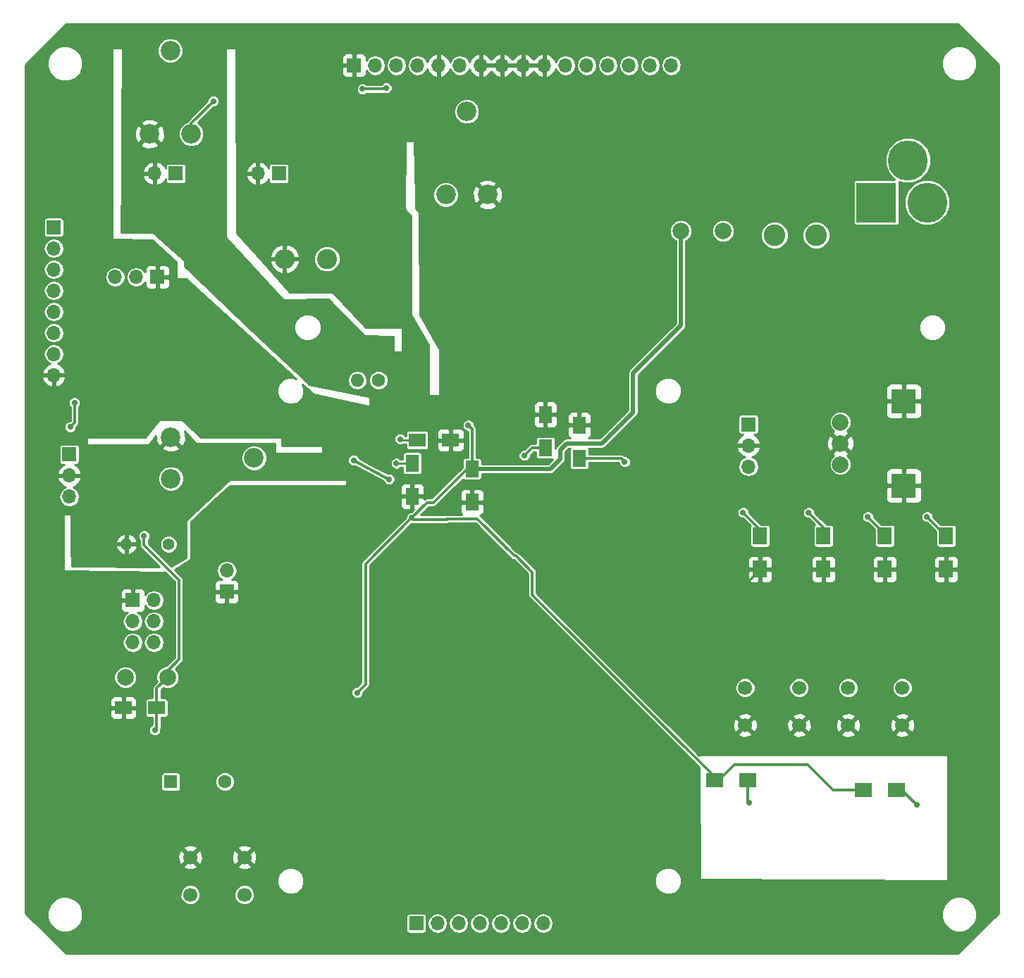
<source format=gbl>
G04 #@! TF.FileFunction,Copper,L2,Bot,Signal*
%FSLAX46Y46*%
G04 Gerber Fmt 4.6, Leading zero omitted, Abs format (unit mm)*
G04 Created by KiCad (PCBNEW 4.0.7-e2-6376~61~ubuntu18.04.1) date Sat Mar 13 17:21:18 2021*
%MOMM*%
%LPD*%
G01*
G04 APERTURE LIST*
%ADD10C,0.100000*%
%ADD11C,2.340000*%
%ADD12R,1.600000X1.600000*%
%ADD13C,1.600000*%
%ADD14R,2.000000X1.600000*%
%ADD15R,1.600000X2.000000*%
%ADD16C,2.000000*%
%ADD17C,4.800000*%
%ADD18R,4.800000X4.800000*%
%ADD19R,1.700000X1.700000*%
%ADD20O,1.700000X1.700000*%
%ADD21C,2.600000*%
%ADD22R,1.700000X2.000000*%
%ADD23C,1.400000*%
%ADD24O,1.400000X1.400000*%
%ADD25C,2.400000*%
%ADD26O,2.400000X2.400000*%
%ADD27R,2.000000X1.700000*%
%ADD28C,1.700000*%
%ADD29R,3.000000X3.000000*%
%ADD30O,1.600000X1.600000*%
%ADD31C,0.700000*%
%ADD32C,0.300000*%
%ADD33C,0.250000*%
%ADD34C,0.500000*%
%ADD35C,0.254000*%
G04 APERTURE END LIST*
D10*
D11*
X97717600Y-49085500D03*
X100217600Y-39085500D03*
X102717600Y-49085500D03*
D12*
X100266500Y-127000000D03*
D13*
X106766500Y-127000000D03*
D14*
X98583500Y-118110000D03*
X94583500Y-118110000D03*
D15*
X136461500Y-89376500D03*
X136461500Y-93376500D03*
D14*
X129889500Y-85915500D03*
X133889500Y-85915500D03*
D15*
X129286000Y-92678000D03*
X129286000Y-88678000D03*
X145288000Y-86836000D03*
X145288000Y-82836000D03*
X149352000Y-88106000D03*
X149352000Y-84106000D03*
D16*
X94805500Y-114427000D03*
X99885500Y-114417000D03*
X166624000Y-60769500D03*
X161544000Y-60759500D03*
D17*
X191139000Y-57340500D03*
D18*
X185039000Y-57340500D03*
D17*
X188849000Y-52260500D03*
D19*
X129774000Y-144008000D03*
D20*
X132314000Y-144008000D03*
X134854000Y-144008000D03*
X137394000Y-144008000D03*
X139934000Y-144008000D03*
X142474000Y-144008000D03*
X145014000Y-144008000D03*
D19*
X122287000Y-40862000D03*
D20*
X124827000Y-40862000D03*
X127367000Y-40862000D03*
X129907000Y-40862000D03*
X132447000Y-40862000D03*
X134987000Y-40862000D03*
X137527000Y-40862000D03*
X140067000Y-40862000D03*
X142607000Y-40862000D03*
X145147000Y-40862000D03*
X147687000Y-40862000D03*
X150227000Y-40862000D03*
X152767000Y-40862000D03*
X155307000Y-40862000D03*
X157847000Y-40862000D03*
X160387000Y-40862000D03*
D21*
X177800000Y-61277500D03*
X172800000Y-61277500D03*
D22*
X186055000Y-97441000D03*
X186055000Y-101441000D03*
X193421000Y-97441000D03*
X193421000Y-101441000D03*
X178689000Y-97441000D03*
X178689000Y-101441000D03*
X171069000Y-97441000D03*
X171069000Y-101441000D03*
D23*
X100012500Y-98425000D03*
D24*
X94932500Y-98425000D03*
D25*
X119037100Y-64135000D03*
D26*
X113957100Y-64135000D03*
D27*
X183483500Y-127952500D03*
X187483500Y-127952500D03*
X165576500Y-126809500D03*
X169576500Y-126809500D03*
D11*
X100266500Y-85551000D03*
X110266500Y-88051000D03*
X100266500Y-90551000D03*
X138324600Y-56388000D03*
X135824600Y-46388000D03*
X133324600Y-56388000D03*
D28*
X109116000Y-140580500D03*
X102616000Y-140580500D03*
X109116000Y-136080500D03*
X102616000Y-136080500D03*
X175765600Y-120197000D03*
X169265600Y-120197000D03*
X175765600Y-115697000D03*
X169265600Y-115697000D03*
X188148100Y-120197000D03*
X181648100Y-120197000D03*
X188148100Y-115697000D03*
X181648100Y-115697000D03*
D16*
X180721000Y-83756500D03*
X180721000Y-86296500D03*
X180721000Y-88836500D03*
D29*
X188341000Y-81216500D03*
X188341000Y-91376500D03*
D13*
X125222000Y-78740000D03*
D30*
X122682000Y-78740000D03*
D19*
X86207600Y-60325000D03*
D20*
X86207600Y-62865000D03*
X86207600Y-65405000D03*
X86207600Y-67945000D03*
X86207600Y-70485000D03*
X86207600Y-73025000D03*
X86207600Y-75565000D03*
X86207600Y-78105000D03*
D19*
X106997500Y-104140000D03*
D20*
X106997500Y-101600000D03*
D19*
X113258600Y-53848000D03*
D20*
X110718600Y-53848000D03*
D19*
X100876100Y-53848000D03*
D20*
X98336100Y-53848000D03*
D19*
X169672000Y-84010500D03*
D20*
X169672000Y-86550500D03*
X169672000Y-89090500D03*
D19*
X88074500Y-87630000D03*
D20*
X88074500Y-90170000D03*
X88074500Y-92710000D03*
D19*
X95694500Y-105156000D03*
D20*
X98234500Y-105156000D03*
X95694500Y-107696000D03*
X98234500Y-107696000D03*
X95694500Y-110236000D03*
X98234500Y-110236000D03*
D19*
X98653600Y-66294000D03*
D20*
X96113600Y-66294000D03*
X93573600Y-66294000D03*
D31*
X134467600Y-79692500D03*
X130149600Y-79565500D03*
X122148600Y-82740500D03*
X127228600Y-79565500D03*
X158915100Y-59880500D03*
X159169100Y-58737500D03*
X159296100Y-57277000D03*
X159867600Y-55689500D03*
X163360100Y-58356500D03*
X163233100Y-57150000D03*
X163042600Y-55499000D03*
X163042600Y-53784500D03*
X143040100Y-66294000D03*
X133261100Y-74358500D03*
X119164100Y-77279500D03*
X147891500Y-94932500D03*
X149644100Y-93662500D03*
X169164000Y-103441500D03*
X156692600Y-88138000D03*
X90335100Y-81470500D03*
X90017600Y-84074000D03*
X122466100Y-92964000D03*
X122275600Y-90805000D03*
X117513100Y-105791000D03*
X113258600Y-105664000D03*
X142684500Y-96774000D03*
X95567500Y-120904000D03*
X122745500Y-96901000D03*
X135064500Y-110299500D03*
X147129500Y-97917000D03*
X141478000Y-101028500D03*
X144907000Y-103251000D03*
X126682500Y-101028500D03*
X178498500Y-104076500D03*
X193357500Y-104521000D03*
X186055000Y-104203500D03*
X151701500Y-83693000D03*
X131635500Y-92329000D03*
X133921500Y-93281500D03*
X97066100Y-97409000D03*
X105384600Y-45148500D03*
X122656600Y-116268500D03*
X98361500Y-120777000D03*
X129222500Y-95250000D03*
X136017000Y-84137500D03*
X127825500Y-85788500D03*
X127381000Y-88709500D03*
X142748000Y-87757000D03*
X154813000Y-88519000D03*
X191135000Y-95123000D03*
X184023000Y-95123000D03*
X176911000Y-94615000D03*
X169037000Y-94615000D03*
X122237500Y-88328500D03*
X126492000Y-90614500D03*
X126149100Y-43561000D03*
X123291600Y-43688000D03*
X189928500Y-129794000D03*
X169735500Y-129476500D03*
X88709500Y-81407000D03*
X88201500Y-84328000D03*
D32*
X130149600Y-79565500D02*
X130149600Y-79819500D01*
X127228600Y-82740500D02*
X122148600Y-82740500D01*
X130149600Y-79819500D02*
X127228600Y-82740500D01*
X130149600Y-79565500D02*
X130149600Y-79565500D01*
X130149600Y-79565500D02*
X127228600Y-79565500D01*
X163042600Y-55499000D02*
X160058100Y-55499000D01*
X159169100Y-57404000D02*
X159169100Y-58737500D01*
X159296100Y-57277000D02*
X159169100Y-57404000D01*
X160058100Y-55499000D02*
X159867600Y-55689500D01*
X163360100Y-57277000D02*
X163360100Y-58356500D01*
X163233100Y-57150000D02*
X163360100Y-57277000D01*
X163042600Y-53784500D02*
X163042600Y-55499000D01*
X175520350Y-113125250D02*
X175298100Y-112903000D01*
X175298100Y-112903000D02*
X175298100Y-112776000D01*
X175298100Y-112776000D02*
X175298100Y-112903000D01*
X175298100Y-112903000D02*
X165862000Y-112903000D01*
X165862000Y-112903000D02*
X147891500Y-94932500D01*
X177330100Y-114744500D02*
X177139600Y-114744500D01*
X177139600Y-114744500D02*
X175520350Y-113125250D01*
X175520350Y-113125250D02*
X175488600Y-113093500D01*
X181648100Y-120197000D02*
X179679600Y-118300500D01*
X177330100Y-115951000D02*
X177330100Y-114744500D01*
X179679600Y-118300500D02*
X177330100Y-115951000D01*
X149644100Y-93662500D02*
X151168100Y-93662500D01*
X159385000Y-103403400D02*
X149644100Y-93662500D01*
X169202100Y-103403400D02*
X159385000Y-103403400D01*
X151168100Y-93662500D02*
X156692600Y-88138000D01*
X90335100Y-81470500D02*
X90335100Y-83756500D01*
X87858600Y-78105000D02*
X90335100Y-80581500D01*
X90335100Y-80581500D02*
X90335100Y-81470500D01*
X86207600Y-78105000D02*
X87858600Y-78105000D01*
X90335100Y-83756500D02*
X90017600Y-84074000D01*
X129286000Y-92678000D02*
X122752100Y-92678000D01*
X122752100Y-92678000D02*
X122466100Y-92964000D01*
X129286000Y-92678000D02*
X124148600Y-92678000D01*
X124148600Y-92678000D02*
X122275600Y-90805000D01*
X113385600Y-105791000D02*
X117513100Y-105791000D01*
X113258600Y-105664000D02*
X113385600Y-105791000D01*
D33*
X136461500Y-93376500D02*
X139287000Y-93376500D01*
X139287000Y-93376500D02*
X142684500Y-96774000D01*
D32*
X94583500Y-118110000D02*
X94583500Y-119920000D01*
X94583500Y-119920000D02*
X95567500Y-120904000D01*
X147129500Y-97917000D02*
X147129500Y-101028500D01*
X147129500Y-101028500D02*
X144907000Y-103251000D01*
X171069000Y-101441000D02*
X171069000Y-101536500D01*
X171069000Y-101536500D02*
X169202100Y-103403400D01*
X169202100Y-103403400D02*
X169164000Y-103441500D01*
X178689000Y-101441000D02*
X178689000Y-103886000D01*
X178689000Y-103886000D02*
X178498500Y-104076500D01*
X193421000Y-101441000D02*
X193421000Y-104457500D01*
X193421000Y-104457500D02*
X193357500Y-104521000D01*
X186055000Y-101441000D02*
X186055000Y-104203500D01*
X171069000Y-101441000D02*
X171037000Y-101441000D01*
X149352000Y-84106000D02*
X151288500Y-84106000D01*
X151288500Y-84106000D02*
X151701500Y-83693000D01*
X129286000Y-92678000D02*
X131286500Y-92678000D01*
X131286500Y-92678000D02*
X131635500Y-92329000D01*
X136461500Y-93376500D02*
X134016500Y-93376500D01*
X134016500Y-93376500D02*
X133921500Y-93281500D01*
X170847000Y-101441000D02*
X171069000Y-101441000D01*
X99885500Y-114417000D02*
X99885500Y-113639600D01*
X99885500Y-113639600D02*
X101257100Y-112268000D01*
X97066100Y-98552000D02*
X97066100Y-97409000D01*
X101257100Y-102743000D02*
X97066100Y-98552000D01*
X101257100Y-112268000D02*
X101257100Y-102743000D01*
X102717600Y-49085500D02*
X102717600Y-47815500D01*
X102717600Y-47815500D02*
X105384600Y-45148500D01*
D34*
X161544000Y-60759500D02*
X161544000Y-72110600D01*
X155829000Y-82550000D02*
X155803600Y-82575400D01*
X155829000Y-77825600D02*
X155829000Y-82550000D01*
X161544000Y-72110600D02*
X155829000Y-77825600D01*
X155803600Y-82575400D02*
X155803600Y-82613500D01*
X155803600Y-82613500D02*
X155803600Y-82575400D01*
D32*
X165576500Y-126809500D02*
X165576500Y-126397000D01*
X165576500Y-126397000D02*
X143700500Y-104521000D01*
X123672600Y-100799900D02*
X129222500Y-95250000D01*
X123672600Y-115252500D02*
X123672600Y-100799900D01*
X122656600Y-116268500D02*
X123672600Y-115252500D01*
X98583500Y-118110000D02*
X98583500Y-115719000D01*
X98583500Y-115719000D02*
X99885500Y-114417000D01*
X98583500Y-120555000D02*
X98583500Y-118110000D01*
X98361500Y-120777000D02*
X98583500Y-120555000D01*
X141541500Y-99822000D02*
X141732000Y-99822000D01*
X141541500Y-99822000D02*
X137096500Y-95377000D01*
X137096500Y-95377000D02*
X133413500Y-95377000D01*
X133413500Y-95377000D02*
X133477000Y-95440500D01*
X129413000Y-95440500D02*
X129222500Y-95250000D01*
X133477000Y-95440500D02*
X129413000Y-95440500D01*
X143700500Y-104521000D02*
X143764000Y-104521000D01*
X141732000Y-99822000D02*
X143700500Y-101790500D01*
X143700500Y-101790500D02*
X143700500Y-104521000D01*
X165576500Y-126809500D02*
X166116000Y-126809500D01*
X166116000Y-126809500D02*
X168021000Y-124904500D01*
X179832000Y-127952500D02*
X183483500Y-127952500D01*
X176784000Y-124904500D02*
X179832000Y-127952500D01*
X168021000Y-124904500D02*
X176784000Y-124904500D01*
D34*
X161544000Y-60759500D02*
X161544000Y-66675000D01*
X161544000Y-66675000D02*
X161544000Y-66738500D01*
X145891000Y-89376500D02*
X136461500Y-89376500D01*
X147066000Y-88201500D02*
X145891000Y-89376500D01*
X147066000Y-87058500D02*
X147066000Y-88201500D01*
X147828000Y-86296500D02*
X147066000Y-87058500D01*
X152082500Y-86296500D02*
X147828000Y-86296500D01*
X155803600Y-82575400D02*
X152082500Y-86296500D01*
D32*
X136461500Y-89376500D02*
X135858000Y-89376500D01*
X135858000Y-89376500D02*
X131826000Y-93408500D01*
X131826000Y-93408500D02*
X131445000Y-93408500D01*
X131445000Y-93408500D02*
X131064000Y-93408500D01*
X131064000Y-93408500D02*
X129222500Y-95250000D01*
X136461500Y-89376500D02*
X136461500Y-84582000D01*
X136461500Y-84582000D02*
X136017000Y-84137500D01*
X161544000Y-60134500D02*
X161544000Y-60759500D01*
D33*
X129889500Y-85915500D02*
X127952500Y-85915500D01*
X127952500Y-85915500D02*
X127825500Y-85788500D01*
X129286000Y-88678000D02*
X127412500Y-88678000D01*
X127412500Y-88678000D02*
X127381000Y-88709500D01*
D32*
X142748000Y-87757000D02*
X143669000Y-86836000D01*
X143669000Y-86836000D02*
X145288000Y-86836000D01*
X149352000Y-88106000D02*
X154400000Y-88106000D01*
X154400000Y-88106000D02*
X154813000Y-88519000D01*
X191135000Y-95123000D02*
X193421000Y-97409000D01*
X193421000Y-97409000D02*
X193421000Y-97441000D01*
X184023000Y-95123000D02*
X186055000Y-97155000D01*
X186055000Y-97155000D02*
X186055000Y-97441000D01*
X178689000Y-97441000D02*
X178689000Y-96393000D01*
X178689000Y-96393000D02*
X176911000Y-94615000D01*
X169037000Y-94615000D02*
X171069000Y-96647000D01*
X171069000Y-96647000D02*
X171069000Y-97441000D01*
X122237500Y-88328500D02*
X122237500Y-88328500D01*
X122237500Y-88328500D02*
X126492000Y-90614500D01*
X126022100Y-43688000D02*
X123291600Y-43688000D01*
X126022100Y-43688000D02*
X126149100Y-43561000D01*
X189928500Y-129794000D02*
X188087000Y-127952500D01*
X188087000Y-127952500D02*
X187483500Y-127952500D01*
X169576500Y-126809500D02*
X169576500Y-129317500D01*
X169576500Y-129317500D02*
X169735500Y-129476500D01*
X88709500Y-83820000D02*
X88709500Y-81407000D01*
X88201500Y-84328000D02*
X88709500Y-83820000D01*
D35*
G36*
X199711100Y-40785804D02*
X199711100Y-142792696D01*
X194837296Y-147666500D01*
X87686904Y-147666500D01*
X83380134Y-143359730D01*
X85439132Y-143359730D01*
X85762266Y-144141774D01*
X86360078Y-144740631D01*
X87141557Y-145065130D01*
X87987730Y-145065868D01*
X88769774Y-144742734D01*
X89368631Y-144144922D01*
X89693130Y-143363443D01*
X89693309Y-143158000D01*
X128539615Y-143158000D01*
X128539615Y-144858000D01*
X128565903Y-144997708D01*
X128648470Y-145126020D01*
X128774453Y-145212101D01*
X128924000Y-145242385D01*
X130624000Y-145242385D01*
X130763708Y-145216097D01*
X130892020Y-145133530D01*
X130978101Y-145007547D01*
X131008385Y-144858000D01*
X131008385Y-143983962D01*
X131087000Y-143983962D01*
X131087000Y-144032038D01*
X131180400Y-144501591D01*
X131446380Y-144899658D01*
X131844447Y-145165638D01*
X132314000Y-145259038D01*
X132783553Y-145165638D01*
X133181620Y-144899658D01*
X133447600Y-144501591D01*
X133541000Y-144032038D01*
X133541000Y-143983962D01*
X133627000Y-143983962D01*
X133627000Y-144032038D01*
X133720400Y-144501591D01*
X133986380Y-144899658D01*
X134384447Y-145165638D01*
X134854000Y-145259038D01*
X135323553Y-145165638D01*
X135721620Y-144899658D01*
X135987600Y-144501591D01*
X136081000Y-144032038D01*
X136081000Y-143983962D01*
X136167000Y-143983962D01*
X136167000Y-144032038D01*
X136260400Y-144501591D01*
X136526380Y-144899658D01*
X136924447Y-145165638D01*
X137394000Y-145259038D01*
X137863553Y-145165638D01*
X138261620Y-144899658D01*
X138527600Y-144501591D01*
X138621000Y-144032038D01*
X138621000Y-143983962D01*
X138707000Y-143983962D01*
X138707000Y-144032038D01*
X138800400Y-144501591D01*
X139066380Y-144899658D01*
X139464447Y-145165638D01*
X139934000Y-145259038D01*
X140403553Y-145165638D01*
X140801620Y-144899658D01*
X141067600Y-144501591D01*
X141161000Y-144032038D01*
X141161000Y-143983962D01*
X141247000Y-143983962D01*
X141247000Y-144032038D01*
X141340400Y-144501591D01*
X141606380Y-144899658D01*
X142004447Y-145165638D01*
X142474000Y-145259038D01*
X142943553Y-145165638D01*
X143341620Y-144899658D01*
X143607600Y-144501591D01*
X143701000Y-144032038D01*
X143701000Y-143983962D01*
X143787000Y-143983962D01*
X143787000Y-144032038D01*
X143880400Y-144501591D01*
X144146380Y-144899658D01*
X144544447Y-145165638D01*
X145014000Y-145259038D01*
X145483553Y-145165638D01*
X145881620Y-144899658D01*
X146147600Y-144501591D01*
X146241000Y-144032038D01*
X146241000Y-143983962D01*
X146147600Y-143514409D01*
X146044247Y-143359730D01*
X192872632Y-143359730D01*
X193195766Y-144141774D01*
X193793578Y-144740631D01*
X194575057Y-145065130D01*
X195421230Y-145065868D01*
X196203274Y-144742734D01*
X196802131Y-144144922D01*
X197126630Y-143363443D01*
X197127368Y-142517270D01*
X196804234Y-141735226D01*
X196206422Y-141136369D01*
X195424943Y-140811870D01*
X194578770Y-140811132D01*
X193796726Y-141134266D01*
X193197869Y-141732078D01*
X192873370Y-142513557D01*
X192872632Y-143359730D01*
X146044247Y-143359730D01*
X145881620Y-143116342D01*
X145483553Y-142850362D01*
X145014000Y-142756962D01*
X144544447Y-142850362D01*
X144146380Y-143116342D01*
X143880400Y-143514409D01*
X143787000Y-143983962D01*
X143701000Y-143983962D01*
X143607600Y-143514409D01*
X143341620Y-143116342D01*
X142943553Y-142850362D01*
X142474000Y-142756962D01*
X142004447Y-142850362D01*
X141606380Y-143116342D01*
X141340400Y-143514409D01*
X141247000Y-143983962D01*
X141161000Y-143983962D01*
X141067600Y-143514409D01*
X140801620Y-143116342D01*
X140403553Y-142850362D01*
X139934000Y-142756962D01*
X139464447Y-142850362D01*
X139066380Y-143116342D01*
X138800400Y-143514409D01*
X138707000Y-143983962D01*
X138621000Y-143983962D01*
X138527600Y-143514409D01*
X138261620Y-143116342D01*
X137863553Y-142850362D01*
X137394000Y-142756962D01*
X136924447Y-142850362D01*
X136526380Y-143116342D01*
X136260400Y-143514409D01*
X136167000Y-143983962D01*
X136081000Y-143983962D01*
X135987600Y-143514409D01*
X135721620Y-143116342D01*
X135323553Y-142850362D01*
X134854000Y-142756962D01*
X134384447Y-142850362D01*
X133986380Y-143116342D01*
X133720400Y-143514409D01*
X133627000Y-143983962D01*
X133541000Y-143983962D01*
X133447600Y-143514409D01*
X133181620Y-143116342D01*
X132783553Y-142850362D01*
X132314000Y-142756962D01*
X131844447Y-142850362D01*
X131446380Y-143116342D01*
X131180400Y-143514409D01*
X131087000Y-143983962D01*
X131008385Y-143983962D01*
X131008385Y-143158000D01*
X130982097Y-143018292D01*
X130899530Y-142889980D01*
X130773547Y-142803899D01*
X130624000Y-142773615D01*
X128924000Y-142773615D01*
X128784292Y-142799903D01*
X128655980Y-142882470D01*
X128569899Y-143008453D01*
X128539615Y-143158000D01*
X89693309Y-143158000D01*
X89693868Y-142517270D01*
X89370734Y-141735226D01*
X88772922Y-141136369D01*
X88019440Y-140823495D01*
X101388788Y-140823495D01*
X101575194Y-141274631D01*
X101920053Y-141620093D01*
X102370864Y-141807286D01*
X102858995Y-141807712D01*
X103310131Y-141621306D01*
X103655593Y-141276447D01*
X103842786Y-140825636D01*
X103842787Y-140823495D01*
X107888788Y-140823495D01*
X108075194Y-141274631D01*
X108420053Y-141620093D01*
X108870864Y-141807286D01*
X109358995Y-141807712D01*
X109810131Y-141621306D01*
X110155593Y-141276447D01*
X110342786Y-140825636D01*
X110343212Y-140337505D01*
X110156806Y-139886369D01*
X109811947Y-139540907D01*
X109361136Y-139353714D01*
X108873005Y-139353288D01*
X108421869Y-139539694D01*
X108076407Y-139884553D01*
X107889214Y-140335364D01*
X107888788Y-140823495D01*
X103842787Y-140823495D01*
X103843212Y-140337505D01*
X103656806Y-139886369D01*
X103311947Y-139540907D01*
X102861136Y-139353714D01*
X102373005Y-139353288D01*
X101921869Y-139539694D01*
X101576407Y-139884553D01*
X101389214Y-140335364D01*
X101388788Y-140823495D01*
X88019440Y-140823495D01*
X87991443Y-140811870D01*
X87145270Y-140811132D01*
X86363226Y-141134266D01*
X85764369Y-141732078D01*
X85439870Y-142513557D01*
X85439132Y-143359730D01*
X83380134Y-143359730D01*
X82813100Y-142792696D01*
X82813100Y-139250211D01*
X113033718Y-139250211D01*
X113280892Y-139848418D01*
X113738175Y-140306499D01*
X114335950Y-140554717D01*
X114983211Y-140555282D01*
X115581418Y-140308108D01*
X116039499Y-139850825D01*
X116287717Y-139253050D01*
X116287719Y-139250211D01*
X158372718Y-139250211D01*
X158619892Y-139848418D01*
X159077175Y-140306499D01*
X159674950Y-140554717D01*
X160322211Y-140555282D01*
X160920418Y-140308108D01*
X161378499Y-139850825D01*
X161626717Y-139253050D01*
X161627282Y-138605789D01*
X161380108Y-138007582D01*
X160922825Y-137549501D01*
X160325050Y-137301283D01*
X159677789Y-137300718D01*
X159079582Y-137547892D01*
X158621501Y-138005175D01*
X158373283Y-138602950D01*
X158372718Y-139250211D01*
X116287719Y-139250211D01*
X116288282Y-138605789D01*
X116041108Y-138007582D01*
X115583825Y-137549501D01*
X114986050Y-137301283D01*
X114338789Y-137300718D01*
X113740582Y-137547892D01*
X113282501Y-138005175D01*
X113034283Y-138602950D01*
X113033718Y-139250211D01*
X82813100Y-139250211D01*
X82813100Y-137124458D01*
X101751647Y-137124458D01*
X101831920Y-137375759D01*
X102387279Y-137577218D01*
X102977458Y-137550815D01*
X103400080Y-137375759D01*
X103480353Y-137124458D01*
X108251647Y-137124458D01*
X108331920Y-137375759D01*
X108887279Y-137577218D01*
X109477458Y-137550815D01*
X109900080Y-137375759D01*
X109980353Y-137124458D01*
X109116000Y-136260105D01*
X108251647Y-137124458D01*
X103480353Y-137124458D01*
X102616000Y-136260105D01*
X101751647Y-137124458D01*
X82813100Y-137124458D01*
X82813100Y-135851779D01*
X101119282Y-135851779D01*
X101145685Y-136441958D01*
X101320741Y-136864580D01*
X101572042Y-136944853D01*
X102436395Y-136080500D01*
X102795605Y-136080500D01*
X103659958Y-136944853D01*
X103911259Y-136864580D01*
X104112718Y-136309221D01*
X104092254Y-135851779D01*
X107619282Y-135851779D01*
X107645685Y-136441958D01*
X107820741Y-136864580D01*
X108072042Y-136944853D01*
X108936395Y-136080500D01*
X109295605Y-136080500D01*
X110159958Y-136944853D01*
X110411259Y-136864580D01*
X110612718Y-136309221D01*
X110586315Y-135719042D01*
X110411259Y-135296420D01*
X110159958Y-135216147D01*
X109295605Y-136080500D01*
X108936395Y-136080500D01*
X108072042Y-135216147D01*
X107820741Y-135296420D01*
X107619282Y-135851779D01*
X104092254Y-135851779D01*
X104086315Y-135719042D01*
X103911259Y-135296420D01*
X103659958Y-135216147D01*
X102795605Y-136080500D01*
X102436395Y-136080500D01*
X101572042Y-135216147D01*
X101320741Y-135296420D01*
X101119282Y-135851779D01*
X82813100Y-135851779D01*
X82813100Y-135036542D01*
X101751647Y-135036542D01*
X102616000Y-135900895D01*
X103480353Y-135036542D01*
X108251647Y-135036542D01*
X109116000Y-135900895D01*
X109980353Y-135036542D01*
X109900080Y-134785241D01*
X109344721Y-134583782D01*
X108754542Y-134610185D01*
X108331920Y-134785241D01*
X108251647Y-135036542D01*
X103480353Y-135036542D01*
X103400080Y-134785241D01*
X102844721Y-134583782D01*
X102254542Y-134610185D01*
X101831920Y-134785241D01*
X101751647Y-135036542D01*
X82813100Y-135036542D01*
X82813100Y-126200000D01*
X99082115Y-126200000D01*
X99082115Y-127800000D01*
X99108403Y-127939708D01*
X99190970Y-128068020D01*
X99316953Y-128154101D01*
X99466500Y-128184385D01*
X101066500Y-128184385D01*
X101206208Y-128158097D01*
X101334520Y-128075530D01*
X101420601Y-127949547D01*
X101450885Y-127800000D01*
X101450885Y-127233093D01*
X105589296Y-127233093D01*
X105768106Y-127665846D01*
X106098912Y-127997230D01*
X106531353Y-128176795D01*
X106999593Y-128177204D01*
X107432346Y-127998394D01*
X107763730Y-127667588D01*
X107943295Y-127235147D01*
X107943704Y-126766907D01*
X107764894Y-126334154D01*
X107434088Y-126002770D01*
X107001647Y-125823205D01*
X106533407Y-125822796D01*
X106100654Y-126001606D01*
X105769270Y-126332412D01*
X105589705Y-126764853D01*
X105589296Y-127233093D01*
X101450885Y-127233093D01*
X101450885Y-126200000D01*
X101424597Y-126060292D01*
X101342030Y-125931980D01*
X101216047Y-125845899D01*
X101066500Y-125815615D01*
X99466500Y-125815615D01*
X99326792Y-125841903D01*
X99198480Y-125924470D01*
X99112399Y-126050453D01*
X99082115Y-126200000D01*
X82813100Y-126200000D01*
X82813100Y-118395750D01*
X92948500Y-118395750D01*
X92948500Y-119036310D01*
X93045173Y-119269699D01*
X93223802Y-119448327D01*
X93457191Y-119545000D01*
X94297750Y-119545000D01*
X94456500Y-119386250D01*
X94456500Y-118237000D01*
X94710500Y-118237000D01*
X94710500Y-119386250D01*
X94869250Y-119545000D01*
X95709809Y-119545000D01*
X95943198Y-119448327D01*
X96121827Y-119269699D01*
X96218500Y-119036310D01*
X96218500Y-118395750D01*
X96059750Y-118237000D01*
X94710500Y-118237000D01*
X94456500Y-118237000D01*
X93107250Y-118237000D01*
X92948500Y-118395750D01*
X82813100Y-118395750D01*
X82813100Y-117183690D01*
X92948500Y-117183690D01*
X92948500Y-117824250D01*
X93107250Y-117983000D01*
X94456500Y-117983000D01*
X94456500Y-116833750D01*
X94710500Y-116833750D01*
X94710500Y-117983000D01*
X96059750Y-117983000D01*
X96218500Y-117824250D01*
X96218500Y-117183690D01*
X96121827Y-116950301D01*
X95943198Y-116771673D01*
X95709809Y-116675000D01*
X94869250Y-116675000D01*
X94710500Y-116833750D01*
X94456500Y-116833750D01*
X94297750Y-116675000D01*
X93457191Y-116675000D01*
X93223802Y-116771673D01*
X93045173Y-116950301D01*
X92948500Y-117183690D01*
X82813100Y-117183690D01*
X82813100Y-114699701D01*
X93428262Y-114699701D01*
X93637456Y-115205989D01*
X94024474Y-115593683D01*
X94530396Y-115803760D01*
X95078201Y-115804238D01*
X95584489Y-115595044D01*
X95972183Y-115208026D01*
X96182260Y-114702104D01*
X96182738Y-114154299D01*
X95973544Y-113648011D01*
X95586526Y-113260317D01*
X95080604Y-113050240D01*
X94532799Y-113049762D01*
X94026511Y-113258956D01*
X93638817Y-113645974D01*
X93428740Y-114151896D01*
X93428262Y-114699701D01*
X82813100Y-114699701D01*
X82813100Y-110236000D01*
X94443462Y-110236000D01*
X94536862Y-110705553D01*
X94802842Y-111103620D01*
X95200909Y-111369600D01*
X95670462Y-111463000D01*
X95718538Y-111463000D01*
X96188091Y-111369600D01*
X96586158Y-111103620D01*
X96852138Y-110705553D01*
X96945538Y-110236000D01*
X96983462Y-110236000D01*
X97076862Y-110705553D01*
X97342842Y-111103620D01*
X97740909Y-111369600D01*
X98210462Y-111463000D01*
X98258538Y-111463000D01*
X98728091Y-111369600D01*
X99126158Y-111103620D01*
X99392138Y-110705553D01*
X99485538Y-110236000D01*
X99392138Y-109766447D01*
X99126158Y-109368380D01*
X98728091Y-109102400D01*
X98258538Y-109009000D01*
X98210462Y-109009000D01*
X97740909Y-109102400D01*
X97342842Y-109368380D01*
X97076862Y-109766447D01*
X96983462Y-110236000D01*
X96945538Y-110236000D01*
X96852138Y-109766447D01*
X96586158Y-109368380D01*
X96188091Y-109102400D01*
X95718538Y-109009000D01*
X95670462Y-109009000D01*
X95200909Y-109102400D01*
X94802842Y-109368380D01*
X94536862Y-109766447D01*
X94443462Y-110236000D01*
X82813100Y-110236000D01*
X82813100Y-105441750D01*
X94209500Y-105441750D01*
X94209500Y-106132310D01*
X94306173Y-106365699D01*
X94484802Y-106544327D01*
X94718191Y-106641000D01*
X95083276Y-106641000D01*
X94802842Y-106828380D01*
X94536862Y-107226447D01*
X94443462Y-107696000D01*
X94536862Y-108165553D01*
X94802842Y-108563620D01*
X95200909Y-108829600D01*
X95670462Y-108923000D01*
X95718538Y-108923000D01*
X96188091Y-108829600D01*
X96586158Y-108563620D01*
X96852138Y-108165553D01*
X96945538Y-107696000D01*
X96983462Y-107696000D01*
X97076862Y-108165553D01*
X97342842Y-108563620D01*
X97740909Y-108829600D01*
X98210462Y-108923000D01*
X98258538Y-108923000D01*
X98728091Y-108829600D01*
X99126158Y-108563620D01*
X99392138Y-108165553D01*
X99485538Y-107696000D01*
X99392138Y-107226447D01*
X99126158Y-106828380D01*
X98728091Y-106562400D01*
X98258538Y-106469000D01*
X98210462Y-106469000D01*
X97740909Y-106562400D01*
X97342842Y-106828380D01*
X97076862Y-107226447D01*
X96983462Y-107696000D01*
X96945538Y-107696000D01*
X96852138Y-107226447D01*
X96586158Y-106828380D01*
X96305724Y-106641000D01*
X96670809Y-106641000D01*
X96904198Y-106544327D01*
X97082827Y-106365699D01*
X97179500Y-106132310D01*
X97179500Y-105779162D01*
X97342842Y-106023620D01*
X97740909Y-106289600D01*
X98210462Y-106383000D01*
X98258538Y-106383000D01*
X98728091Y-106289600D01*
X99126158Y-106023620D01*
X99392138Y-105625553D01*
X99485538Y-105156000D01*
X99392138Y-104686447D01*
X99126158Y-104288380D01*
X98728091Y-104022400D01*
X98258538Y-103929000D01*
X98210462Y-103929000D01*
X97740909Y-104022400D01*
X97342842Y-104288380D01*
X97179500Y-104532838D01*
X97179500Y-104179690D01*
X97082827Y-103946301D01*
X96904198Y-103767673D01*
X96670809Y-103671000D01*
X95980250Y-103671000D01*
X95821500Y-103829750D01*
X95821500Y-105029000D01*
X95841500Y-105029000D01*
X95841500Y-105283000D01*
X95821500Y-105283000D01*
X95821500Y-105303000D01*
X95567500Y-105303000D01*
X95567500Y-105283000D01*
X94368250Y-105283000D01*
X94209500Y-105441750D01*
X82813100Y-105441750D01*
X82813100Y-104179690D01*
X94209500Y-104179690D01*
X94209500Y-104870250D01*
X94368250Y-105029000D01*
X95567500Y-105029000D01*
X95567500Y-103829750D01*
X95408750Y-103671000D01*
X94718191Y-103671000D01*
X94484802Y-103767673D01*
X94306173Y-103946301D01*
X94209500Y-104179690D01*
X82813100Y-104179690D01*
X82813100Y-94932500D01*
X87350600Y-94932500D01*
X87350600Y-101536500D01*
X87360606Y-101585910D01*
X87389047Y-101627535D01*
X87431441Y-101654815D01*
X87476330Y-101663494D01*
X99553071Y-101784261D01*
X100730100Y-102961290D01*
X100730100Y-112049709D01*
X99739937Y-113039873D01*
X99612799Y-113039762D01*
X99106511Y-113248956D01*
X98718817Y-113635974D01*
X98508740Y-114141896D01*
X98508262Y-114689701D01*
X98613299Y-114943911D01*
X98210855Y-115346355D01*
X98096615Y-115517325D01*
X98091781Y-115541626D01*
X98056500Y-115719000D01*
X98056500Y-116925615D01*
X97583500Y-116925615D01*
X97443792Y-116951903D01*
X97315480Y-117034470D01*
X97229399Y-117160453D01*
X97199115Y-117310000D01*
X97199115Y-118910000D01*
X97225403Y-119049708D01*
X97307970Y-119178020D01*
X97433953Y-119264101D01*
X97583500Y-119294385D01*
X98056500Y-119294385D01*
X98056500Y-120116408D01*
X97950225Y-120160320D01*
X97745539Y-120364650D01*
X97634626Y-120631756D01*
X97634374Y-120920975D01*
X97744820Y-121188275D01*
X97949150Y-121392961D01*
X98216256Y-121503874D01*
X98505475Y-121504126D01*
X98772775Y-121393680D01*
X98977461Y-121189350D01*
X99088374Y-120922244D01*
X99088598Y-120665110D01*
X99110500Y-120555000D01*
X99110500Y-119294385D01*
X99583500Y-119294385D01*
X99723208Y-119268097D01*
X99851520Y-119185530D01*
X99937601Y-119059547D01*
X99967885Y-118910000D01*
X99967885Y-117310000D01*
X99941597Y-117170292D01*
X99859030Y-117041980D01*
X99733047Y-116955899D01*
X99583500Y-116925615D01*
X99110500Y-116925615D01*
X99110500Y-116412475D01*
X121929474Y-116412475D01*
X122039920Y-116679775D01*
X122244250Y-116884461D01*
X122511356Y-116995374D01*
X122800575Y-116995626D01*
X123067875Y-116885180D01*
X123272561Y-116680850D01*
X123383474Y-116413744D01*
X123383585Y-116286805D01*
X124045245Y-115625145D01*
X124159485Y-115454175D01*
X124199600Y-115252500D01*
X124199600Y-101018190D01*
X129240774Y-95977016D01*
X129366475Y-95977126D01*
X129397320Y-95964381D01*
X129413000Y-95967500D01*
X133477000Y-95967500D01*
X133678675Y-95927385D01*
X133713673Y-95904000D01*
X136878210Y-95904000D01*
X141168855Y-100194645D01*
X141339825Y-100308885D01*
X141360589Y-100313015D01*
X141506810Y-100342100D01*
X143173500Y-102008791D01*
X143173500Y-104521000D01*
X143213615Y-104722675D01*
X143327855Y-104893645D01*
X163714998Y-125280788D01*
X163830005Y-138621595D01*
X163840436Y-138670917D01*
X163869235Y-138712295D01*
X163911863Y-138739208D01*
X163956455Y-138747499D01*
X193547455Y-138874499D01*
X193596908Y-138864705D01*
X193638654Y-138836443D01*
X193666115Y-138794166D01*
X193675000Y-138747500D01*
X193675000Y-123888500D01*
X193664994Y-123839090D01*
X193636553Y-123797465D01*
X193594159Y-123770185D01*
X193548000Y-123761500D01*
X163830000Y-123761500D01*
X163780590Y-123771506D01*
X163738965Y-123799947D01*
X163733394Y-123808604D01*
X161165748Y-121240958D01*
X168401247Y-121240958D01*
X168481520Y-121492259D01*
X169036879Y-121693718D01*
X169627058Y-121667315D01*
X170049680Y-121492259D01*
X170129953Y-121240958D01*
X174901247Y-121240958D01*
X174981520Y-121492259D01*
X175536879Y-121693718D01*
X176127058Y-121667315D01*
X176549680Y-121492259D01*
X176629953Y-121240958D01*
X180783747Y-121240958D01*
X180864020Y-121492259D01*
X181419379Y-121693718D01*
X182009558Y-121667315D01*
X182432180Y-121492259D01*
X182512453Y-121240958D01*
X187283747Y-121240958D01*
X187364020Y-121492259D01*
X187919379Y-121693718D01*
X188509558Y-121667315D01*
X188932180Y-121492259D01*
X189012453Y-121240958D01*
X188148100Y-120376605D01*
X187283747Y-121240958D01*
X182512453Y-121240958D01*
X181648100Y-120376605D01*
X180783747Y-121240958D01*
X176629953Y-121240958D01*
X175765600Y-120376605D01*
X174901247Y-121240958D01*
X170129953Y-121240958D01*
X169265600Y-120376605D01*
X168401247Y-121240958D01*
X161165748Y-121240958D01*
X159893069Y-119968279D01*
X167768882Y-119968279D01*
X167795285Y-120558458D01*
X167970341Y-120981080D01*
X168221642Y-121061353D01*
X169085995Y-120197000D01*
X169445205Y-120197000D01*
X170309558Y-121061353D01*
X170560859Y-120981080D01*
X170762318Y-120425721D01*
X170741854Y-119968279D01*
X174268882Y-119968279D01*
X174295285Y-120558458D01*
X174470341Y-120981080D01*
X174721642Y-121061353D01*
X175585995Y-120197000D01*
X175945205Y-120197000D01*
X176809558Y-121061353D01*
X177060859Y-120981080D01*
X177262318Y-120425721D01*
X177241854Y-119968279D01*
X180151382Y-119968279D01*
X180177785Y-120558458D01*
X180352841Y-120981080D01*
X180604142Y-121061353D01*
X181468495Y-120197000D01*
X181827705Y-120197000D01*
X182692058Y-121061353D01*
X182943359Y-120981080D01*
X183144818Y-120425721D01*
X183124354Y-119968279D01*
X186651382Y-119968279D01*
X186677785Y-120558458D01*
X186852841Y-120981080D01*
X187104142Y-121061353D01*
X187968495Y-120197000D01*
X188327705Y-120197000D01*
X189192058Y-121061353D01*
X189443359Y-120981080D01*
X189644818Y-120425721D01*
X189618415Y-119835542D01*
X189443359Y-119412920D01*
X189192058Y-119332647D01*
X188327705Y-120197000D01*
X187968495Y-120197000D01*
X187104142Y-119332647D01*
X186852841Y-119412920D01*
X186651382Y-119968279D01*
X183124354Y-119968279D01*
X183118415Y-119835542D01*
X182943359Y-119412920D01*
X182692058Y-119332647D01*
X181827705Y-120197000D01*
X181468495Y-120197000D01*
X180604142Y-119332647D01*
X180352841Y-119412920D01*
X180151382Y-119968279D01*
X177241854Y-119968279D01*
X177235915Y-119835542D01*
X177060859Y-119412920D01*
X176809558Y-119332647D01*
X175945205Y-120197000D01*
X175585995Y-120197000D01*
X174721642Y-119332647D01*
X174470341Y-119412920D01*
X174268882Y-119968279D01*
X170741854Y-119968279D01*
X170735915Y-119835542D01*
X170560859Y-119412920D01*
X170309558Y-119332647D01*
X169445205Y-120197000D01*
X169085995Y-120197000D01*
X168221642Y-119332647D01*
X167970341Y-119412920D01*
X167768882Y-119968279D01*
X159893069Y-119968279D01*
X159077832Y-119153042D01*
X168401247Y-119153042D01*
X169265600Y-120017395D01*
X170129953Y-119153042D01*
X174901247Y-119153042D01*
X175765600Y-120017395D01*
X176629953Y-119153042D01*
X180783747Y-119153042D01*
X181648100Y-120017395D01*
X182512453Y-119153042D01*
X187283747Y-119153042D01*
X188148100Y-120017395D01*
X189012453Y-119153042D01*
X188932180Y-118901741D01*
X188376821Y-118700282D01*
X187786642Y-118726685D01*
X187364020Y-118901741D01*
X187283747Y-119153042D01*
X182512453Y-119153042D01*
X182432180Y-118901741D01*
X181876821Y-118700282D01*
X181286642Y-118726685D01*
X180864020Y-118901741D01*
X180783747Y-119153042D01*
X176629953Y-119153042D01*
X176549680Y-118901741D01*
X175994321Y-118700282D01*
X175404142Y-118726685D01*
X174981520Y-118901741D01*
X174901247Y-119153042D01*
X170129953Y-119153042D01*
X170049680Y-118901741D01*
X169494321Y-118700282D01*
X168904142Y-118726685D01*
X168481520Y-118901741D01*
X168401247Y-119153042D01*
X159077832Y-119153042D01*
X155864785Y-115939995D01*
X168038388Y-115939995D01*
X168224794Y-116391131D01*
X168569653Y-116736593D01*
X169020464Y-116923786D01*
X169508595Y-116924212D01*
X169959731Y-116737806D01*
X170305193Y-116392947D01*
X170492386Y-115942136D01*
X170492387Y-115939995D01*
X174538388Y-115939995D01*
X174724794Y-116391131D01*
X175069653Y-116736593D01*
X175520464Y-116923786D01*
X176008595Y-116924212D01*
X176459731Y-116737806D01*
X176805193Y-116392947D01*
X176992386Y-115942136D01*
X176992387Y-115939995D01*
X180420888Y-115939995D01*
X180607294Y-116391131D01*
X180952153Y-116736593D01*
X181402964Y-116923786D01*
X181891095Y-116924212D01*
X182342231Y-116737806D01*
X182687693Y-116392947D01*
X182874886Y-115942136D01*
X182874887Y-115939995D01*
X186920888Y-115939995D01*
X187107294Y-116391131D01*
X187452153Y-116736593D01*
X187902964Y-116923786D01*
X188391095Y-116924212D01*
X188842231Y-116737806D01*
X189187693Y-116392947D01*
X189374886Y-115942136D01*
X189375312Y-115454005D01*
X189188906Y-115002869D01*
X188844047Y-114657407D01*
X188393236Y-114470214D01*
X187905105Y-114469788D01*
X187453969Y-114656194D01*
X187108507Y-115001053D01*
X186921314Y-115451864D01*
X186920888Y-115939995D01*
X182874887Y-115939995D01*
X182875312Y-115454005D01*
X182688906Y-115002869D01*
X182344047Y-114657407D01*
X181893236Y-114470214D01*
X181405105Y-114469788D01*
X180953969Y-114656194D01*
X180608507Y-115001053D01*
X180421314Y-115451864D01*
X180420888Y-115939995D01*
X176992387Y-115939995D01*
X176992812Y-115454005D01*
X176806406Y-115002869D01*
X176461547Y-114657407D01*
X176010736Y-114470214D01*
X175522605Y-114469788D01*
X175071469Y-114656194D01*
X174726007Y-115001053D01*
X174538814Y-115451864D01*
X174538388Y-115939995D01*
X170492387Y-115939995D01*
X170492812Y-115454005D01*
X170306406Y-115002869D01*
X169961547Y-114657407D01*
X169510736Y-114470214D01*
X169022605Y-114469788D01*
X168571469Y-114656194D01*
X168226007Y-115001053D01*
X168038814Y-115451864D01*
X168038388Y-115939995D01*
X155864785Y-115939995D01*
X144252566Y-104327776D01*
X144250885Y-104319326D01*
X144227500Y-104284328D01*
X144227500Y-101790500D01*
X144214820Y-101726750D01*
X169584000Y-101726750D01*
X169584000Y-102567309D01*
X169680673Y-102800698D01*
X169859301Y-102979327D01*
X170092690Y-103076000D01*
X170783250Y-103076000D01*
X170942000Y-102917250D01*
X170942000Y-101568000D01*
X171196000Y-101568000D01*
X171196000Y-102917250D01*
X171354750Y-103076000D01*
X172045310Y-103076000D01*
X172278699Y-102979327D01*
X172457327Y-102800698D01*
X172554000Y-102567309D01*
X172554000Y-101726750D01*
X177204000Y-101726750D01*
X177204000Y-102567309D01*
X177300673Y-102800698D01*
X177479301Y-102979327D01*
X177712690Y-103076000D01*
X178403250Y-103076000D01*
X178562000Y-102917250D01*
X178562000Y-101568000D01*
X178816000Y-101568000D01*
X178816000Y-102917250D01*
X178974750Y-103076000D01*
X179665310Y-103076000D01*
X179898699Y-102979327D01*
X180077327Y-102800698D01*
X180174000Y-102567309D01*
X180174000Y-101726750D01*
X184570000Y-101726750D01*
X184570000Y-102567309D01*
X184666673Y-102800698D01*
X184845301Y-102979327D01*
X185078690Y-103076000D01*
X185769250Y-103076000D01*
X185928000Y-102917250D01*
X185928000Y-101568000D01*
X186182000Y-101568000D01*
X186182000Y-102917250D01*
X186340750Y-103076000D01*
X187031310Y-103076000D01*
X187264699Y-102979327D01*
X187443327Y-102800698D01*
X187540000Y-102567309D01*
X187540000Y-101726750D01*
X191936000Y-101726750D01*
X191936000Y-102567309D01*
X192032673Y-102800698D01*
X192211301Y-102979327D01*
X192444690Y-103076000D01*
X193135250Y-103076000D01*
X193294000Y-102917250D01*
X193294000Y-101568000D01*
X193548000Y-101568000D01*
X193548000Y-102917250D01*
X193706750Y-103076000D01*
X194397310Y-103076000D01*
X194630699Y-102979327D01*
X194809327Y-102800698D01*
X194906000Y-102567309D01*
X194906000Y-101726750D01*
X194747250Y-101568000D01*
X193548000Y-101568000D01*
X193294000Y-101568000D01*
X192094750Y-101568000D01*
X191936000Y-101726750D01*
X187540000Y-101726750D01*
X187381250Y-101568000D01*
X186182000Y-101568000D01*
X185928000Y-101568000D01*
X184728750Y-101568000D01*
X184570000Y-101726750D01*
X180174000Y-101726750D01*
X180015250Y-101568000D01*
X178816000Y-101568000D01*
X178562000Y-101568000D01*
X177362750Y-101568000D01*
X177204000Y-101726750D01*
X172554000Y-101726750D01*
X172395250Y-101568000D01*
X171196000Y-101568000D01*
X170942000Y-101568000D01*
X169742750Y-101568000D01*
X169584000Y-101726750D01*
X144214820Y-101726750D01*
X144187385Y-101588826D01*
X144149478Y-101532094D01*
X144073145Y-101417854D01*
X142969982Y-100314691D01*
X169584000Y-100314691D01*
X169584000Y-101155250D01*
X169742750Y-101314000D01*
X170942000Y-101314000D01*
X170942000Y-99964750D01*
X171196000Y-99964750D01*
X171196000Y-101314000D01*
X172395250Y-101314000D01*
X172554000Y-101155250D01*
X172554000Y-100314691D01*
X177204000Y-100314691D01*
X177204000Y-101155250D01*
X177362750Y-101314000D01*
X178562000Y-101314000D01*
X178562000Y-99964750D01*
X178816000Y-99964750D01*
X178816000Y-101314000D01*
X180015250Y-101314000D01*
X180174000Y-101155250D01*
X180174000Y-100314691D01*
X184570000Y-100314691D01*
X184570000Y-101155250D01*
X184728750Y-101314000D01*
X185928000Y-101314000D01*
X185928000Y-99964750D01*
X186182000Y-99964750D01*
X186182000Y-101314000D01*
X187381250Y-101314000D01*
X187540000Y-101155250D01*
X187540000Y-100314691D01*
X191936000Y-100314691D01*
X191936000Y-101155250D01*
X192094750Y-101314000D01*
X193294000Y-101314000D01*
X193294000Y-99964750D01*
X193548000Y-99964750D01*
X193548000Y-101314000D01*
X194747250Y-101314000D01*
X194906000Y-101155250D01*
X194906000Y-100314691D01*
X194809327Y-100081302D01*
X194630699Y-99902673D01*
X194397310Y-99806000D01*
X193706750Y-99806000D01*
X193548000Y-99964750D01*
X193294000Y-99964750D01*
X193135250Y-99806000D01*
X192444690Y-99806000D01*
X192211301Y-99902673D01*
X192032673Y-100081302D01*
X191936000Y-100314691D01*
X187540000Y-100314691D01*
X187443327Y-100081302D01*
X187264699Y-99902673D01*
X187031310Y-99806000D01*
X186340750Y-99806000D01*
X186182000Y-99964750D01*
X185928000Y-99964750D01*
X185769250Y-99806000D01*
X185078690Y-99806000D01*
X184845301Y-99902673D01*
X184666673Y-100081302D01*
X184570000Y-100314691D01*
X180174000Y-100314691D01*
X180077327Y-100081302D01*
X179898699Y-99902673D01*
X179665310Y-99806000D01*
X178974750Y-99806000D01*
X178816000Y-99964750D01*
X178562000Y-99964750D01*
X178403250Y-99806000D01*
X177712690Y-99806000D01*
X177479301Y-99902673D01*
X177300673Y-100081302D01*
X177204000Y-100314691D01*
X172554000Y-100314691D01*
X172457327Y-100081302D01*
X172278699Y-99902673D01*
X172045310Y-99806000D01*
X171354750Y-99806000D01*
X171196000Y-99964750D01*
X170942000Y-99964750D01*
X170783250Y-99806000D01*
X170092690Y-99806000D01*
X169859301Y-99902673D01*
X169680673Y-100081302D01*
X169584000Y-100314691D01*
X142969982Y-100314691D01*
X142104645Y-99449355D01*
X141933675Y-99335115D01*
X141766690Y-99301900D01*
X137469145Y-95004355D01*
X137444621Y-94987968D01*
X137621199Y-94914827D01*
X137777050Y-94758975D01*
X168309874Y-94758975D01*
X168420320Y-95026275D01*
X168624650Y-95230961D01*
X168891756Y-95341874D01*
X169018695Y-95341985D01*
X169906816Y-96230106D01*
X169864899Y-96291453D01*
X169834615Y-96441000D01*
X169834615Y-98441000D01*
X169860903Y-98580708D01*
X169943470Y-98709020D01*
X170069453Y-98795101D01*
X170219000Y-98825385D01*
X171919000Y-98825385D01*
X172058708Y-98799097D01*
X172187020Y-98716530D01*
X172273101Y-98590547D01*
X172303385Y-98441000D01*
X172303385Y-96441000D01*
X172277097Y-96301292D01*
X172194530Y-96172980D01*
X172068547Y-96086899D01*
X171919000Y-96056615D01*
X171223905Y-96056615D01*
X169926265Y-94758975D01*
X176183874Y-94758975D01*
X176294320Y-95026275D01*
X176498650Y-95230961D01*
X176765756Y-95341874D01*
X176892695Y-95341985D01*
X177659329Y-96108619D01*
X177570980Y-96165470D01*
X177484899Y-96291453D01*
X177454615Y-96441000D01*
X177454615Y-98441000D01*
X177480903Y-98580708D01*
X177563470Y-98709020D01*
X177689453Y-98795101D01*
X177839000Y-98825385D01*
X179539000Y-98825385D01*
X179678708Y-98799097D01*
X179807020Y-98716530D01*
X179893101Y-98590547D01*
X179923385Y-98441000D01*
X179923385Y-96441000D01*
X179897097Y-96301292D01*
X179814530Y-96172980D01*
X179688547Y-96086899D01*
X179539000Y-96056615D01*
X179085873Y-96056615D01*
X179061645Y-96020355D01*
X178308265Y-95266975D01*
X183295874Y-95266975D01*
X183406320Y-95534275D01*
X183610650Y-95738961D01*
X183877756Y-95849874D01*
X184004695Y-95849985D01*
X184820615Y-96665905D01*
X184820615Y-98441000D01*
X184846903Y-98580708D01*
X184929470Y-98709020D01*
X185055453Y-98795101D01*
X185205000Y-98825385D01*
X186905000Y-98825385D01*
X187044708Y-98799097D01*
X187173020Y-98716530D01*
X187259101Y-98590547D01*
X187289385Y-98441000D01*
X187289385Y-96441000D01*
X187263097Y-96301292D01*
X187180530Y-96172980D01*
X187054547Y-96086899D01*
X186905000Y-96056615D01*
X185701905Y-96056615D01*
X184912265Y-95266975D01*
X190407874Y-95266975D01*
X190518320Y-95534275D01*
X190722650Y-95738961D01*
X190989756Y-95849874D01*
X191116695Y-95849985D01*
X192186615Y-96919905D01*
X192186615Y-98441000D01*
X192212903Y-98580708D01*
X192295470Y-98709020D01*
X192421453Y-98795101D01*
X192571000Y-98825385D01*
X194271000Y-98825385D01*
X194410708Y-98799097D01*
X194539020Y-98716530D01*
X194625101Y-98590547D01*
X194655385Y-98441000D01*
X194655385Y-96441000D01*
X194629097Y-96301292D01*
X194546530Y-96172980D01*
X194420547Y-96086899D01*
X194271000Y-96056615D01*
X192813905Y-96056615D01*
X191862016Y-95104726D01*
X191862126Y-94979025D01*
X191751680Y-94711725D01*
X191547350Y-94507039D01*
X191280244Y-94396126D01*
X190991025Y-94395874D01*
X190723725Y-94506320D01*
X190519039Y-94710650D01*
X190408126Y-94977756D01*
X190407874Y-95266975D01*
X184912265Y-95266975D01*
X184750016Y-95104726D01*
X184750126Y-94979025D01*
X184639680Y-94711725D01*
X184435350Y-94507039D01*
X184168244Y-94396126D01*
X183879025Y-94395874D01*
X183611725Y-94506320D01*
X183407039Y-94710650D01*
X183296126Y-94977756D01*
X183295874Y-95266975D01*
X178308265Y-95266975D01*
X177638016Y-94596726D01*
X177638126Y-94471025D01*
X177527680Y-94203725D01*
X177323350Y-93999039D01*
X177056244Y-93888126D01*
X176767025Y-93887874D01*
X176499725Y-93998320D01*
X176295039Y-94202650D01*
X176184126Y-94469756D01*
X176183874Y-94758975D01*
X169926265Y-94758975D01*
X169764016Y-94596726D01*
X169764126Y-94471025D01*
X169653680Y-94203725D01*
X169449350Y-93999039D01*
X169182244Y-93888126D01*
X168893025Y-93887874D01*
X168625725Y-93998320D01*
X168421039Y-94202650D01*
X168310126Y-94469756D01*
X168309874Y-94758975D01*
X137777050Y-94758975D01*
X137799827Y-94736198D01*
X137896500Y-94502809D01*
X137896500Y-93662250D01*
X137737750Y-93503500D01*
X136588500Y-93503500D01*
X136588500Y-93523500D01*
X136334500Y-93523500D01*
X136334500Y-93503500D01*
X135185250Y-93503500D01*
X135026500Y-93662250D01*
X135026500Y-94502809D01*
X135123173Y-94736198D01*
X135236974Y-94850000D01*
X133413500Y-94850000D01*
X133211825Y-94890115D01*
X133176827Y-94913500D01*
X130304290Y-94913500D01*
X131282290Y-93935500D01*
X131826000Y-93935500D01*
X132027675Y-93895385D01*
X132198645Y-93781145D01*
X133729599Y-92250191D01*
X135026500Y-92250191D01*
X135026500Y-93090750D01*
X135185250Y-93249500D01*
X136334500Y-93249500D01*
X136334500Y-91900250D01*
X136588500Y-91900250D01*
X136588500Y-93249500D01*
X137737750Y-93249500D01*
X137896500Y-93090750D01*
X137896500Y-92250191D01*
X137799827Y-92016802D01*
X137621199Y-91838173D01*
X137387810Y-91741500D01*
X136747250Y-91741500D01*
X136588500Y-91900250D01*
X136334500Y-91900250D01*
X136175750Y-91741500D01*
X135535190Y-91741500D01*
X135301801Y-91838173D01*
X135123173Y-92016802D01*
X135026500Y-92250191D01*
X133729599Y-92250191D01*
X134317540Y-91662250D01*
X186206000Y-91662250D01*
X186206000Y-93002809D01*
X186302673Y-93236198D01*
X186481301Y-93414827D01*
X186714690Y-93511500D01*
X188055250Y-93511500D01*
X188214000Y-93352750D01*
X188214000Y-91503500D01*
X188468000Y-91503500D01*
X188468000Y-93352750D01*
X188626750Y-93511500D01*
X189967310Y-93511500D01*
X190200699Y-93414827D01*
X190379327Y-93236198D01*
X190476000Y-93002809D01*
X190476000Y-91662250D01*
X190317250Y-91503500D01*
X188468000Y-91503500D01*
X188214000Y-91503500D01*
X186364750Y-91503500D01*
X186206000Y-91662250D01*
X134317540Y-91662250D01*
X135366119Y-90613671D01*
X135385970Y-90644520D01*
X135511953Y-90730601D01*
X135661500Y-90760885D01*
X137261500Y-90760885D01*
X137401208Y-90734597D01*
X137529520Y-90652030D01*
X137615601Y-90526047D01*
X137645885Y-90376500D01*
X137645885Y-90003500D01*
X145891000Y-90003500D01*
X146130943Y-89955772D01*
X146334356Y-89819856D01*
X147509356Y-88644856D01*
X147645273Y-88441442D01*
X147693000Y-88201500D01*
X147693000Y-87318212D01*
X148087712Y-86923500D01*
X148220415Y-86923500D01*
X148197899Y-86956453D01*
X148167615Y-87106000D01*
X148167615Y-89106000D01*
X148193903Y-89245708D01*
X148276470Y-89374020D01*
X148402453Y-89460101D01*
X148552000Y-89490385D01*
X150152000Y-89490385D01*
X150291708Y-89464097D01*
X150420020Y-89381530D01*
X150506101Y-89255547D01*
X150536385Y-89106000D01*
X150536385Y-88633000D01*
X154085900Y-88633000D01*
X154085874Y-88662975D01*
X154196320Y-88930275D01*
X154400650Y-89134961D01*
X154667756Y-89245874D01*
X154956975Y-89246126D01*
X155224275Y-89135680D01*
X155428961Y-88931350D01*
X155539874Y-88664244D01*
X155540126Y-88375025D01*
X155429680Y-88107725D01*
X155225350Y-87903039D01*
X154958244Y-87792126D01*
X154831305Y-87792015D01*
X154772645Y-87733355D01*
X154601675Y-87619115D01*
X154400000Y-87579000D01*
X150536385Y-87579000D01*
X150536385Y-87106000D01*
X150510097Y-86966292D01*
X150482561Y-86923500D01*
X152082500Y-86923500D01*
X152163489Y-86907390D01*
X168230524Y-86907390D01*
X168400355Y-87317424D01*
X168790642Y-87745683D01*
X169221954Y-87948238D01*
X169178409Y-87956900D01*
X168780342Y-88222880D01*
X168514362Y-88620947D01*
X168420962Y-89090500D01*
X168514362Y-89560053D01*
X168780342Y-89958120D01*
X169178409Y-90224100D01*
X169647962Y-90317500D01*
X169696038Y-90317500D01*
X170165591Y-90224100D01*
X170563658Y-89958120D01*
X170829638Y-89560053D01*
X170921287Y-89099298D01*
X179393771Y-89099298D01*
X179595369Y-89587203D01*
X179968334Y-89960819D01*
X180455885Y-90163269D01*
X180983798Y-90163729D01*
X181471703Y-89962131D01*
X181684012Y-89750191D01*
X186206000Y-89750191D01*
X186206000Y-91090750D01*
X186364750Y-91249500D01*
X188214000Y-91249500D01*
X188214000Y-89400250D01*
X188468000Y-89400250D01*
X188468000Y-91249500D01*
X190317250Y-91249500D01*
X190476000Y-91090750D01*
X190476000Y-89750191D01*
X190379327Y-89516802D01*
X190200699Y-89338173D01*
X189967310Y-89241500D01*
X188626750Y-89241500D01*
X188468000Y-89400250D01*
X188214000Y-89400250D01*
X188055250Y-89241500D01*
X186714690Y-89241500D01*
X186481301Y-89338173D01*
X186302673Y-89516802D01*
X186206000Y-89750191D01*
X181684012Y-89750191D01*
X181845319Y-89589166D01*
X182047769Y-89101615D01*
X182048229Y-88573702D01*
X181846631Y-88085797D01*
X181511855Y-87750436D01*
X181595264Y-87715887D01*
X181693927Y-87449032D01*
X180721000Y-86476105D01*
X179748073Y-87449032D01*
X179846736Y-87715887D01*
X179933121Y-87747980D01*
X179596681Y-88083834D01*
X179394231Y-88571385D01*
X179393771Y-89099298D01*
X170921287Y-89099298D01*
X170923038Y-89090500D01*
X170829638Y-88620947D01*
X170563658Y-88222880D01*
X170165591Y-87956900D01*
X170122046Y-87948238D01*
X170553358Y-87745683D01*
X170943645Y-87317424D01*
X171113476Y-86907390D01*
X170992155Y-86677500D01*
X169799000Y-86677500D01*
X169799000Y-86697500D01*
X169545000Y-86697500D01*
X169545000Y-86677500D01*
X168351845Y-86677500D01*
X168230524Y-86907390D01*
X152163489Y-86907390D01*
X152322443Y-86875772D01*
X152525856Y-86739856D01*
X153072102Y-86193610D01*
X168230524Y-86193610D01*
X168351845Y-86423500D01*
X169545000Y-86423500D01*
X169545000Y-86403500D01*
X169799000Y-86403500D01*
X169799000Y-86423500D01*
X170992155Y-86423500D01*
X171113476Y-86193610D01*
X171046523Y-86031961D01*
X179075092Y-86031961D01*
X179099144Y-86681960D01*
X179301613Y-87170764D01*
X179568468Y-87269427D01*
X180541395Y-86296500D01*
X180900605Y-86296500D01*
X181873532Y-87269427D01*
X182140387Y-87170764D01*
X182366908Y-86561039D01*
X182342856Y-85911040D01*
X182140387Y-85422236D01*
X181873532Y-85323573D01*
X180900605Y-86296500D01*
X180541395Y-86296500D01*
X179568468Y-85323573D01*
X179301613Y-85422236D01*
X179075092Y-86031961D01*
X171046523Y-86031961D01*
X170943645Y-85783576D01*
X170553358Y-85355317D01*
X170318209Y-85244885D01*
X170522000Y-85244885D01*
X170661708Y-85218597D01*
X170790020Y-85136030D01*
X170876101Y-85010047D01*
X170906385Y-84860500D01*
X170906385Y-84019298D01*
X179393771Y-84019298D01*
X179595369Y-84507203D01*
X179930145Y-84842564D01*
X179846736Y-84877113D01*
X179748073Y-85143968D01*
X180721000Y-86116895D01*
X181693927Y-85143968D01*
X181595264Y-84877113D01*
X181508879Y-84845020D01*
X181845319Y-84509166D01*
X182047769Y-84021615D01*
X182048229Y-83493702D01*
X181846631Y-83005797D01*
X181473666Y-82632181D01*
X180986115Y-82429731D01*
X180458202Y-82429271D01*
X179970297Y-82630869D01*
X179596681Y-83003834D01*
X179394231Y-83491385D01*
X179393771Y-84019298D01*
X170906385Y-84019298D01*
X170906385Y-83160500D01*
X170880097Y-83020792D01*
X170797530Y-82892480D01*
X170671547Y-82806399D01*
X170522000Y-82776115D01*
X168822000Y-82776115D01*
X168682292Y-82802403D01*
X168553980Y-82884970D01*
X168467899Y-83010953D01*
X168437615Y-83160500D01*
X168437615Y-84860500D01*
X168463903Y-85000208D01*
X168546470Y-85128520D01*
X168672453Y-85214601D01*
X168822000Y-85244885D01*
X169025791Y-85244885D01*
X168790642Y-85355317D01*
X168400355Y-85783576D01*
X168230524Y-86193610D01*
X153072102Y-86193610D01*
X156132136Y-83133576D01*
X156246956Y-83056856D01*
X156382872Y-82853443D01*
X156390090Y-82817154D01*
X156408272Y-82789943D01*
X156456000Y-82550000D01*
X156456000Y-80322211D01*
X158372718Y-80322211D01*
X158619892Y-80920418D01*
X159077175Y-81378499D01*
X159674950Y-81626717D01*
X160322211Y-81627282D01*
X160624811Y-81502250D01*
X186206000Y-81502250D01*
X186206000Y-82842809D01*
X186302673Y-83076198D01*
X186481301Y-83254827D01*
X186714690Y-83351500D01*
X188055250Y-83351500D01*
X188214000Y-83192750D01*
X188214000Y-81343500D01*
X188468000Y-81343500D01*
X188468000Y-83192750D01*
X188626750Y-83351500D01*
X189967310Y-83351500D01*
X190200699Y-83254827D01*
X190379327Y-83076198D01*
X190476000Y-82842809D01*
X190476000Y-81502250D01*
X190317250Y-81343500D01*
X188468000Y-81343500D01*
X188214000Y-81343500D01*
X186364750Y-81343500D01*
X186206000Y-81502250D01*
X160624811Y-81502250D01*
X160920418Y-81380108D01*
X161378499Y-80922825D01*
X161626717Y-80325050D01*
X161627282Y-79677789D01*
X161591088Y-79590191D01*
X186206000Y-79590191D01*
X186206000Y-80930750D01*
X186364750Y-81089500D01*
X188214000Y-81089500D01*
X188214000Y-79240250D01*
X188468000Y-79240250D01*
X188468000Y-81089500D01*
X190317250Y-81089500D01*
X190476000Y-80930750D01*
X190476000Y-79590191D01*
X190379327Y-79356802D01*
X190200699Y-79178173D01*
X189967310Y-79081500D01*
X188626750Y-79081500D01*
X188468000Y-79240250D01*
X188214000Y-79240250D01*
X188055250Y-79081500D01*
X186714690Y-79081500D01*
X186481301Y-79178173D01*
X186302673Y-79356802D01*
X186206000Y-79590191D01*
X161591088Y-79590191D01*
X161380108Y-79079582D01*
X160922825Y-78621501D01*
X160325050Y-78373283D01*
X159677789Y-78372718D01*
X159079582Y-78619892D01*
X158621501Y-79077175D01*
X158373283Y-79674950D01*
X158372718Y-80322211D01*
X156456000Y-80322211D01*
X156456000Y-78085312D01*
X161861101Y-72680211D01*
X190128718Y-72680211D01*
X190375892Y-73278418D01*
X190833175Y-73736499D01*
X191430950Y-73984717D01*
X192078211Y-73985282D01*
X192676418Y-73738108D01*
X193134499Y-73280825D01*
X193382717Y-72683050D01*
X193383282Y-72035789D01*
X193136108Y-71437582D01*
X192678825Y-70979501D01*
X192081050Y-70731283D01*
X191433789Y-70730718D01*
X190835582Y-70977892D01*
X190377501Y-71435175D01*
X190129283Y-72032950D01*
X190128718Y-72680211D01*
X161861101Y-72680211D01*
X161987356Y-72553956D01*
X162123273Y-72350541D01*
X162171000Y-72110600D01*
X162171000Y-61990345D01*
X162322989Y-61927544D01*
X162710683Y-61540526D01*
X162917605Y-61042201D01*
X165246762Y-61042201D01*
X165455956Y-61548489D01*
X165842974Y-61936183D01*
X166348896Y-62146260D01*
X166896701Y-62146738D01*
X167402989Y-61937544D01*
X167731493Y-61609612D01*
X171122710Y-61609612D01*
X171377480Y-62226203D01*
X171848816Y-62698362D01*
X172464961Y-62954208D01*
X173132112Y-62954790D01*
X173748703Y-62700020D01*
X174220862Y-62228684D01*
X174476708Y-61612539D01*
X174476710Y-61609612D01*
X176122710Y-61609612D01*
X176377480Y-62226203D01*
X176848816Y-62698362D01*
X177464961Y-62954208D01*
X178132112Y-62954790D01*
X178748703Y-62700020D01*
X179220862Y-62228684D01*
X179476708Y-61612539D01*
X179477290Y-60945388D01*
X179222520Y-60328797D01*
X178751184Y-59856638D01*
X178135039Y-59600792D01*
X177467888Y-59600210D01*
X176851297Y-59854980D01*
X176379138Y-60326316D01*
X176123292Y-60942461D01*
X176122710Y-61609612D01*
X174476710Y-61609612D01*
X174477290Y-60945388D01*
X174222520Y-60328797D01*
X173751184Y-59856638D01*
X173135039Y-59600792D01*
X172467888Y-59600210D01*
X171851297Y-59854980D01*
X171379138Y-60326316D01*
X171123292Y-60942461D01*
X171122710Y-61609612D01*
X167731493Y-61609612D01*
X167790683Y-61550526D01*
X168000760Y-61044604D01*
X168001238Y-60496799D01*
X167792044Y-59990511D01*
X167405026Y-59602817D01*
X166899104Y-59392740D01*
X166351299Y-59392262D01*
X165845011Y-59601456D01*
X165457317Y-59988474D01*
X165247240Y-60494396D01*
X165246762Y-61042201D01*
X162917605Y-61042201D01*
X162920760Y-61034604D01*
X162921238Y-60486799D01*
X162712044Y-59980511D01*
X162325026Y-59592817D01*
X161819104Y-59382740D01*
X161271299Y-59382262D01*
X160765011Y-59591456D01*
X160377317Y-59978474D01*
X160167240Y-60484396D01*
X160166762Y-61032201D01*
X160375956Y-61538489D01*
X160762974Y-61926183D01*
X160917000Y-61990140D01*
X160917000Y-71850888D01*
X155385644Y-77382244D01*
X155249728Y-77585657D01*
X155202000Y-77825600D01*
X155202000Y-82290288D01*
X151822788Y-85669500D01*
X150450926Y-85669500D01*
X150511699Y-85644327D01*
X150690327Y-85465698D01*
X150787000Y-85232309D01*
X150787000Y-84391750D01*
X150628250Y-84233000D01*
X149479000Y-84233000D01*
X149479000Y-84253000D01*
X149225000Y-84253000D01*
X149225000Y-84233000D01*
X148075750Y-84233000D01*
X147917000Y-84391750D01*
X147917000Y-85232309D01*
X148013673Y-85465698D01*
X148192301Y-85644327D01*
X148253074Y-85669500D01*
X147828000Y-85669500D01*
X147588058Y-85717227D01*
X147384644Y-85853144D01*
X146622644Y-86615144D01*
X146486728Y-86818557D01*
X146472385Y-86890664D01*
X146472385Y-85836000D01*
X146446097Y-85696292D01*
X146363530Y-85567980D01*
X146237547Y-85481899D01*
X146088000Y-85451615D01*
X144488000Y-85451615D01*
X144348292Y-85477903D01*
X144219980Y-85560470D01*
X144133899Y-85686453D01*
X144103615Y-85836000D01*
X144103615Y-86309000D01*
X143669000Y-86309000D01*
X143467326Y-86349115D01*
X143296355Y-86463355D01*
X142729726Y-87029984D01*
X142604025Y-87029874D01*
X142336725Y-87140320D01*
X142132039Y-87344650D01*
X142021126Y-87611756D01*
X142020874Y-87900975D01*
X142131320Y-88168275D01*
X142335650Y-88372961D01*
X142602756Y-88483874D01*
X142891975Y-88484126D01*
X143159275Y-88373680D01*
X143363961Y-88169350D01*
X143474874Y-87902244D01*
X143474985Y-87775305D01*
X143887290Y-87363000D01*
X144103615Y-87363000D01*
X144103615Y-87836000D01*
X144129903Y-87975708D01*
X144212470Y-88104020D01*
X144338453Y-88190101D01*
X144488000Y-88220385D01*
X146088000Y-88220385D01*
X146177184Y-88203604D01*
X145631288Y-88749500D01*
X137645885Y-88749500D01*
X137645885Y-88376500D01*
X137619597Y-88236792D01*
X137537030Y-88108480D01*
X137411047Y-88022399D01*
X137261500Y-87992115D01*
X136988500Y-87992115D01*
X136988500Y-84582000D01*
X136963262Y-84455120D01*
X136948385Y-84380325D01*
X136834145Y-84209355D01*
X136744016Y-84119226D01*
X136744126Y-83993525D01*
X136633680Y-83726225D01*
X136429350Y-83521539D01*
X136162244Y-83410626D01*
X135873025Y-83410374D01*
X135605725Y-83520820D01*
X135401039Y-83725150D01*
X135290126Y-83992256D01*
X135289874Y-84281475D01*
X135400320Y-84548775D01*
X135604650Y-84753461D01*
X135871756Y-84864374D01*
X135934500Y-84864429D01*
X135934500Y-87992115D01*
X135661500Y-87992115D01*
X135521792Y-88018403D01*
X135393480Y-88100970D01*
X135307399Y-88226953D01*
X135277115Y-88376500D01*
X135277115Y-89212095D01*
X131607710Y-92881500D01*
X131064000Y-92881500D01*
X130895785Y-92914960D01*
X130862325Y-92921615D01*
X130721000Y-93016047D01*
X130721000Y-92963750D01*
X130562250Y-92805000D01*
X129413000Y-92805000D01*
X129413000Y-94154250D01*
X129492980Y-94234230D01*
X129204226Y-94522984D01*
X129078525Y-94522874D01*
X128811225Y-94633320D01*
X128606539Y-94837650D01*
X128495626Y-95104756D01*
X128495515Y-95231695D01*
X123299955Y-100427255D01*
X123185715Y-100598225D01*
X123185715Y-100598226D01*
X123145600Y-100799900D01*
X123145600Y-115034210D01*
X122638326Y-115541484D01*
X122512625Y-115541374D01*
X122245325Y-115651820D01*
X122040639Y-115856150D01*
X121929726Y-116123256D01*
X121929474Y-116412475D01*
X99110500Y-116412475D01*
X99110500Y-115937290D01*
X99358589Y-115689201D01*
X99610396Y-115793760D01*
X100158201Y-115794238D01*
X100664489Y-115585044D01*
X101052183Y-115198026D01*
X101262260Y-114692104D01*
X101262738Y-114144299D01*
X101053544Y-113638011D01*
X100843145Y-113427245D01*
X101629745Y-112640646D01*
X101743985Y-112469675D01*
X101750640Y-112436215D01*
X101784100Y-112268000D01*
X101784100Y-104425750D01*
X105512500Y-104425750D01*
X105512500Y-105116310D01*
X105609173Y-105349699D01*
X105787802Y-105528327D01*
X106021191Y-105625000D01*
X106711750Y-105625000D01*
X106870500Y-105466250D01*
X106870500Y-104267000D01*
X107124500Y-104267000D01*
X107124500Y-105466250D01*
X107283250Y-105625000D01*
X107973809Y-105625000D01*
X108207198Y-105528327D01*
X108385827Y-105349699D01*
X108482500Y-105116310D01*
X108482500Y-104425750D01*
X108323750Y-104267000D01*
X107124500Y-104267000D01*
X106870500Y-104267000D01*
X105671250Y-104267000D01*
X105512500Y-104425750D01*
X101784100Y-104425750D01*
X101784100Y-103163690D01*
X105512500Y-103163690D01*
X105512500Y-103854250D01*
X105671250Y-104013000D01*
X106870500Y-104013000D01*
X106870500Y-103993000D01*
X107124500Y-103993000D01*
X107124500Y-104013000D01*
X108323750Y-104013000D01*
X108482500Y-103854250D01*
X108482500Y-103163690D01*
X108385827Y-102930301D01*
X108207198Y-102751673D01*
X107973809Y-102655000D01*
X107608724Y-102655000D01*
X107889158Y-102467620D01*
X108155138Y-102069553D01*
X108248538Y-101600000D01*
X108155138Y-101130447D01*
X107889158Y-100732380D01*
X107491091Y-100466400D01*
X107021538Y-100373000D01*
X106973462Y-100373000D01*
X106503909Y-100466400D01*
X106105842Y-100732380D01*
X105839862Y-101130447D01*
X105746462Y-101600000D01*
X105839862Y-102069553D01*
X106105842Y-102467620D01*
X106386276Y-102655000D01*
X106021191Y-102655000D01*
X105787802Y-102751673D01*
X105609173Y-102930301D01*
X105512500Y-103163690D01*
X101784100Y-103163690D01*
X101784100Y-102743000D01*
X101743985Y-102541326D01*
X101743985Y-102541325D01*
X101629745Y-102370355D01*
X100734357Y-101474967D01*
X102656361Y-100311649D01*
X102693450Y-100277504D01*
X102714333Y-100231619D01*
X102717600Y-100203000D01*
X102717600Y-95749688D01*
X105702533Y-92963750D01*
X127851000Y-92963750D01*
X127851000Y-93804309D01*
X127947673Y-94037698D01*
X128126301Y-94216327D01*
X128359690Y-94313000D01*
X129000250Y-94313000D01*
X129159000Y-94154250D01*
X129159000Y-92805000D01*
X128009750Y-92805000D01*
X127851000Y-92963750D01*
X105702533Y-92963750D01*
X107215453Y-91551691D01*
X127851000Y-91551691D01*
X127851000Y-92392250D01*
X128009750Y-92551000D01*
X129159000Y-92551000D01*
X129159000Y-91201750D01*
X129413000Y-91201750D01*
X129413000Y-92551000D01*
X130562250Y-92551000D01*
X130721000Y-92392250D01*
X130721000Y-91551691D01*
X130624327Y-91318302D01*
X130445699Y-91139673D01*
X130212310Y-91043000D01*
X129571750Y-91043000D01*
X129413000Y-91201750D01*
X129159000Y-91201750D01*
X129000250Y-91043000D01*
X128359690Y-91043000D01*
X128126301Y-91139673D01*
X127947673Y-91318302D01*
X127851000Y-91551691D01*
X107215453Y-91551691D01*
X107403158Y-91376500D01*
X121259600Y-91376500D01*
X121309010Y-91366494D01*
X121350635Y-91338053D01*
X121377915Y-91295659D01*
X121386600Y-91249500D01*
X121386600Y-90805000D01*
X121376594Y-90755590D01*
X121348153Y-90713965D01*
X121305759Y-90686685D01*
X121259600Y-90678000D01*
X107353100Y-90678000D01*
X107303690Y-90688006D01*
X107266239Y-90712349D01*
X102186239Y-95474849D01*
X102157036Y-95515942D01*
X102146112Y-95565736D01*
X102083627Y-100064647D01*
X100317489Y-101058099D01*
X97897679Y-98638289D01*
X98935313Y-98638289D01*
X99098931Y-99034275D01*
X99401632Y-99337504D01*
X99797332Y-99501813D01*
X100225789Y-99502187D01*
X100621775Y-99338569D01*
X100925004Y-99035868D01*
X101089313Y-98640168D01*
X101089687Y-98211711D01*
X100926069Y-97815725D01*
X100623368Y-97512496D01*
X100227668Y-97348187D01*
X99799211Y-97347813D01*
X99403225Y-97511431D01*
X99099996Y-97814132D01*
X98935687Y-98209832D01*
X98935313Y-98638289D01*
X97897679Y-98638289D01*
X97593100Y-98333710D01*
X97593100Y-97910156D01*
X97682061Y-97821350D01*
X97792974Y-97554244D01*
X97793226Y-97265025D01*
X97682780Y-96997725D01*
X97478450Y-96793039D01*
X97211344Y-96682126D01*
X96922125Y-96681874D01*
X96654825Y-96792320D01*
X96450139Y-96996650D01*
X96339226Y-97263756D01*
X96338974Y-97552975D01*
X96449420Y-97820275D01*
X96539100Y-97910111D01*
X96539100Y-98552000D01*
X96579215Y-98753675D01*
X96693455Y-98924645D01*
X98917606Y-101148796D01*
X88365331Y-101092667D01*
X88341752Y-98758329D01*
X93639784Y-98758329D01*
X93782703Y-99103396D01*
X94129837Y-99491764D01*
X94599169Y-99717727D01*
X94805500Y-99595206D01*
X94805500Y-98552000D01*
X95059500Y-98552000D01*
X95059500Y-99595206D01*
X95265831Y-99717727D01*
X95735163Y-99491764D01*
X96082297Y-99103396D01*
X96225216Y-98758329D01*
X96101874Y-98552000D01*
X95059500Y-98552000D01*
X94805500Y-98552000D01*
X93763126Y-98552000D01*
X93639784Y-98758329D01*
X88341752Y-98758329D01*
X88335019Y-98091671D01*
X93639784Y-98091671D01*
X93763126Y-98298000D01*
X94805500Y-98298000D01*
X94805500Y-97254794D01*
X95059500Y-97254794D01*
X95059500Y-98298000D01*
X96101874Y-98298000D01*
X96225216Y-98091671D01*
X96082297Y-97746604D01*
X95735163Y-97358236D01*
X95265831Y-97132273D01*
X95059500Y-97254794D01*
X94805500Y-97254794D01*
X94599169Y-97132273D01*
X94129837Y-97358236D01*
X93782703Y-97746604D01*
X93639784Y-98091671D01*
X88335019Y-98091671D01*
X88303094Y-94931217D01*
X88292589Y-94881911D01*
X88263729Y-94840576D01*
X88221062Y-94813725D01*
X88176100Y-94805500D01*
X87477600Y-94805500D01*
X87428190Y-94815506D01*
X87386565Y-94843947D01*
X87359285Y-94886341D01*
X87350600Y-94932500D01*
X82813100Y-94932500D01*
X82813100Y-90526890D01*
X86633024Y-90526890D01*
X86802855Y-90936924D01*
X87193142Y-91365183D01*
X87624454Y-91567738D01*
X87580909Y-91576400D01*
X87182842Y-91842380D01*
X86916862Y-92240447D01*
X86823462Y-92710000D01*
X86916862Y-93179553D01*
X87182842Y-93577620D01*
X87580909Y-93843600D01*
X88050462Y-93937000D01*
X88098538Y-93937000D01*
X88568091Y-93843600D01*
X88966158Y-93577620D01*
X89232138Y-93179553D01*
X89325538Y-92710000D01*
X89232138Y-92240447D01*
X88966158Y-91842380D01*
X88568091Y-91576400D01*
X88524546Y-91567738D01*
X88955858Y-91365183D01*
X89346145Y-90936924D01*
X89379096Y-90857367D01*
X98719232Y-90857367D01*
X98954252Y-91426161D01*
X99389050Y-91861718D01*
X99957433Y-92097731D01*
X100572867Y-92098268D01*
X101141661Y-91863248D01*
X101577218Y-91428450D01*
X101813231Y-90860067D01*
X101813768Y-90244633D01*
X101578748Y-89675839D01*
X101143950Y-89240282D01*
X100575567Y-89004269D01*
X99960133Y-89003732D01*
X99391339Y-89238752D01*
X98955782Y-89673550D01*
X98719769Y-90241933D01*
X98719232Y-90857367D01*
X89379096Y-90857367D01*
X89515976Y-90526890D01*
X89394655Y-90297000D01*
X88201500Y-90297000D01*
X88201500Y-90317000D01*
X87947500Y-90317000D01*
X87947500Y-90297000D01*
X86754345Y-90297000D01*
X86633024Y-90526890D01*
X82813100Y-90526890D01*
X82813100Y-89813110D01*
X86633024Y-89813110D01*
X86754345Y-90043000D01*
X87947500Y-90043000D01*
X87947500Y-90023000D01*
X88201500Y-90023000D01*
X88201500Y-90043000D01*
X89394655Y-90043000D01*
X89515976Y-89813110D01*
X89346145Y-89403076D01*
X88955858Y-88974817D01*
X88720709Y-88864385D01*
X88924500Y-88864385D01*
X89064208Y-88838097D01*
X89192520Y-88755530D01*
X89278601Y-88629547D01*
X89308885Y-88480000D01*
X89308885Y-88357367D01*
X108719232Y-88357367D01*
X108954252Y-88926161D01*
X109389050Y-89361718D01*
X109957433Y-89597731D01*
X110572867Y-89598268D01*
X111141661Y-89363248D01*
X111577218Y-88928450D01*
X111766555Y-88472475D01*
X121510374Y-88472475D01*
X121620820Y-88739775D01*
X121825150Y-88944461D01*
X122092256Y-89055374D01*
X122381475Y-89055626D01*
X122435667Y-89033234D01*
X125798645Y-90840208D01*
X125875320Y-91025775D01*
X126079650Y-91230461D01*
X126346756Y-91341374D01*
X126635975Y-91341626D01*
X126903275Y-91231180D01*
X127107961Y-91026850D01*
X127218874Y-90759744D01*
X127219126Y-90470525D01*
X127108680Y-90203225D01*
X126904350Y-89998539D01*
X126637244Y-89887626D01*
X126348025Y-89887374D01*
X126293833Y-89909766D01*
X124327959Y-88853475D01*
X126653874Y-88853475D01*
X126764320Y-89120775D01*
X126968650Y-89325461D01*
X127235756Y-89436374D01*
X127524975Y-89436626D01*
X127792275Y-89326180D01*
X127938710Y-89180000D01*
X128101615Y-89180000D01*
X128101615Y-89678000D01*
X128127903Y-89817708D01*
X128210470Y-89946020D01*
X128336453Y-90032101D01*
X128486000Y-90062385D01*
X130086000Y-90062385D01*
X130225708Y-90036097D01*
X130354020Y-89953530D01*
X130440101Y-89827547D01*
X130470385Y-89678000D01*
X130470385Y-87678000D01*
X130444097Y-87538292D01*
X130361530Y-87409980D01*
X130235547Y-87323899D01*
X130086000Y-87293615D01*
X128486000Y-87293615D01*
X128346292Y-87319903D01*
X128217980Y-87402470D01*
X128131899Y-87528453D01*
X128101615Y-87678000D01*
X128101615Y-88176000D01*
X127875668Y-88176000D01*
X127793350Y-88093539D01*
X127526244Y-87982626D01*
X127237025Y-87982374D01*
X126969725Y-88092820D01*
X126765039Y-88297150D01*
X126654126Y-88564256D01*
X126653874Y-88853475D01*
X124327959Y-88853475D01*
X122930855Y-88102792D01*
X122854180Y-87917225D01*
X122649850Y-87712539D01*
X122382744Y-87601626D01*
X122093525Y-87601374D01*
X121826225Y-87711820D01*
X121621539Y-87916150D01*
X121510626Y-88183256D01*
X121510374Y-88472475D01*
X111766555Y-88472475D01*
X111813231Y-88360067D01*
X111813768Y-87744633D01*
X111578748Y-87175839D01*
X111143950Y-86740282D01*
X110575567Y-86504269D01*
X109960133Y-86503732D01*
X109391339Y-86738752D01*
X108955782Y-87173550D01*
X108719769Y-87741933D01*
X108719232Y-88357367D01*
X89308885Y-88357367D01*
X89308885Y-86826486D01*
X99170620Y-86826486D01*
X99290086Y-87110984D01*
X99961390Y-87365894D01*
X100679146Y-87344504D01*
X101242914Y-87110984D01*
X101362380Y-86826486D01*
X100266500Y-85730605D01*
X99170620Y-86826486D01*
X89308885Y-86826486D01*
X89308885Y-86780000D01*
X89282597Y-86640292D01*
X89200030Y-86511980D01*
X89074047Y-86425899D01*
X88924500Y-86395615D01*
X87224500Y-86395615D01*
X87084792Y-86421903D01*
X86956480Y-86504470D01*
X86870399Y-86630453D01*
X86840115Y-86780000D01*
X86840115Y-88480000D01*
X86866403Y-88619708D01*
X86948970Y-88748020D01*
X87074953Y-88834101D01*
X87224500Y-88864385D01*
X87428291Y-88864385D01*
X87193142Y-88974817D01*
X86802855Y-89403076D01*
X86633024Y-89813110D01*
X82813100Y-89813110D01*
X82813100Y-85661500D01*
X90144600Y-85661500D01*
X90144600Y-86360000D01*
X90154606Y-86409410D01*
X90183047Y-86451035D01*
X90225441Y-86478315D01*
X90271600Y-86487000D01*
X97637600Y-86487000D01*
X97687010Y-86476994D01*
X97741510Y-86433018D01*
X98456655Y-85415312D01*
X98472996Y-85963646D01*
X98706516Y-86527414D01*
X98991014Y-86646880D01*
X100086895Y-85551000D01*
X100072752Y-85536858D01*
X100252358Y-85357252D01*
X100266500Y-85371395D01*
X100280642Y-85357252D01*
X100460248Y-85536858D01*
X100446105Y-85551000D01*
X101541986Y-86646880D01*
X101826484Y-86527414D01*
X102081394Y-85856110D01*
X102060004Y-85138354D01*
X101931618Y-84828403D01*
X103194029Y-86253705D01*
X103234280Y-86284059D01*
X103289100Y-86296500D01*
X112814100Y-86296500D01*
X112814100Y-87376000D01*
X112824106Y-87425410D01*
X112852547Y-87467035D01*
X112894941Y-87494315D01*
X112941100Y-87503000D01*
X118402100Y-87503000D01*
X118451510Y-87492994D01*
X118493135Y-87464553D01*
X118520415Y-87422159D01*
X118529100Y-87376000D01*
X118529100Y-86677500D01*
X118519094Y-86628090D01*
X118490653Y-86586465D01*
X118448259Y-86559185D01*
X118402100Y-86550500D01*
X113639600Y-86550500D01*
X113639600Y-85932475D01*
X127098374Y-85932475D01*
X127208820Y-86199775D01*
X127413150Y-86404461D01*
X127680256Y-86515374D01*
X127969475Y-86515626D01*
X128206958Y-86417500D01*
X128505115Y-86417500D01*
X128505115Y-86715500D01*
X128531403Y-86855208D01*
X128613970Y-86983520D01*
X128739953Y-87069601D01*
X128889500Y-87099885D01*
X130889500Y-87099885D01*
X131029208Y-87073597D01*
X131157520Y-86991030D01*
X131243601Y-86865047D01*
X131273885Y-86715500D01*
X131273885Y-86201250D01*
X132254500Y-86201250D01*
X132254500Y-86841810D01*
X132351173Y-87075199D01*
X132529802Y-87253827D01*
X132763191Y-87350500D01*
X133603750Y-87350500D01*
X133762500Y-87191750D01*
X133762500Y-86042500D01*
X134016500Y-86042500D01*
X134016500Y-87191750D01*
X134175250Y-87350500D01*
X135015809Y-87350500D01*
X135249198Y-87253827D01*
X135427827Y-87075199D01*
X135524500Y-86841810D01*
X135524500Y-86201250D01*
X135365750Y-86042500D01*
X134016500Y-86042500D01*
X133762500Y-86042500D01*
X132413250Y-86042500D01*
X132254500Y-86201250D01*
X131273885Y-86201250D01*
X131273885Y-85115500D01*
X131250119Y-84989190D01*
X132254500Y-84989190D01*
X132254500Y-85629750D01*
X132413250Y-85788500D01*
X133762500Y-85788500D01*
X133762500Y-84639250D01*
X134016500Y-84639250D01*
X134016500Y-85788500D01*
X135365750Y-85788500D01*
X135524500Y-85629750D01*
X135524500Y-84989190D01*
X135427827Y-84755801D01*
X135249198Y-84577173D01*
X135015809Y-84480500D01*
X134175250Y-84480500D01*
X134016500Y-84639250D01*
X133762500Y-84639250D01*
X133603750Y-84480500D01*
X132763191Y-84480500D01*
X132529802Y-84577173D01*
X132351173Y-84755801D01*
X132254500Y-84989190D01*
X131250119Y-84989190D01*
X131247597Y-84975792D01*
X131165030Y-84847480D01*
X131039047Y-84761399D01*
X130889500Y-84731115D01*
X128889500Y-84731115D01*
X128749792Y-84757403D01*
X128621480Y-84839970D01*
X128535399Y-84965953D01*
X128505115Y-85115500D01*
X128505115Y-85413500D01*
X128457169Y-85413500D01*
X128442180Y-85377225D01*
X128237850Y-85172539D01*
X127970744Y-85061626D01*
X127681525Y-85061374D01*
X127414225Y-85171820D01*
X127209539Y-85376150D01*
X127098626Y-85643256D01*
X127098374Y-85932475D01*
X113639600Y-85932475D01*
X113639600Y-85725000D01*
X113629594Y-85675590D01*
X113601153Y-85633965D01*
X113558759Y-85606685D01*
X113513430Y-85598003D01*
X103846853Y-85534823D01*
X101596917Y-83472381D01*
X101553733Y-83446370D01*
X101511100Y-83439000D01*
X98971100Y-83439000D01*
X98921690Y-83449006D01*
X98871645Y-83487021D01*
X97195723Y-85597441D01*
X90272754Y-85534505D01*
X90223255Y-85544061D01*
X90181374Y-85572123D01*
X90153710Y-85614267D01*
X90144600Y-85661500D01*
X82813100Y-85661500D01*
X82813100Y-84471975D01*
X87474374Y-84471975D01*
X87584820Y-84739275D01*
X87789150Y-84943961D01*
X88056256Y-85054874D01*
X88345475Y-85055126D01*
X88612775Y-84944680D01*
X88817461Y-84740350D01*
X88928374Y-84473244D01*
X88928485Y-84346306D01*
X89082145Y-84192646D01*
X89196384Y-84021675D01*
X89196385Y-84021674D01*
X89236500Y-83820000D01*
X89236500Y-83121750D01*
X143853000Y-83121750D01*
X143853000Y-83962309D01*
X143949673Y-84195698D01*
X144128301Y-84374327D01*
X144361690Y-84471000D01*
X145002250Y-84471000D01*
X145161000Y-84312250D01*
X145161000Y-82963000D01*
X145415000Y-82963000D01*
X145415000Y-84312250D01*
X145573750Y-84471000D01*
X146214310Y-84471000D01*
X146447699Y-84374327D01*
X146626327Y-84195698D01*
X146723000Y-83962309D01*
X146723000Y-83121750D01*
X146580941Y-82979691D01*
X147917000Y-82979691D01*
X147917000Y-83820250D01*
X148075750Y-83979000D01*
X149225000Y-83979000D01*
X149225000Y-82629750D01*
X149479000Y-82629750D01*
X149479000Y-83979000D01*
X150628250Y-83979000D01*
X150787000Y-83820250D01*
X150787000Y-82979691D01*
X150690327Y-82746302D01*
X150511699Y-82567673D01*
X150278310Y-82471000D01*
X149637750Y-82471000D01*
X149479000Y-82629750D01*
X149225000Y-82629750D01*
X149066250Y-82471000D01*
X148425690Y-82471000D01*
X148192301Y-82567673D01*
X148013673Y-82746302D01*
X147917000Y-82979691D01*
X146580941Y-82979691D01*
X146564250Y-82963000D01*
X145415000Y-82963000D01*
X145161000Y-82963000D01*
X144011750Y-82963000D01*
X143853000Y-83121750D01*
X89236500Y-83121750D01*
X89236500Y-81908156D01*
X89325461Y-81819350D01*
X89436374Y-81552244D01*
X89436626Y-81263025D01*
X89326180Y-80995725D01*
X89121850Y-80791039D01*
X88854744Y-80680126D01*
X88565525Y-80679874D01*
X88298225Y-80790320D01*
X88093539Y-80994650D01*
X87982626Y-81261756D01*
X87982374Y-81550975D01*
X88092820Y-81818275D01*
X88182500Y-81908111D01*
X88182500Y-83600983D01*
X88057525Y-83600874D01*
X87790225Y-83711320D01*
X87585539Y-83915650D01*
X87474626Y-84182756D01*
X87474374Y-84471975D01*
X82813100Y-84471975D01*
X82813100Y-78461890D01*
X84766124Y-78461890D01*
X84935955Y-78871924D01*
X85326242Y-79300183D01*
X85850708Y-79546486D01*
X86080600Y-79425819D01*
X86080600Y-78232000D01*
X86334600Y-78232000D01*
X86334600Y-79425819D01*
X86564492Y-79546486D01*
X87088958Y-79300183D01*
X87479245Y-78871924D01*
X87649076Y-78461890D01*
X87527755Y-78232000D01*
X86334600Y-78232000D01*
X86080600Y-78232000D01*
X84887445Y-78232000D01*
X84766124Y-78461890D01*
X82813100Y-78461890D01*
X82813100Y-77748110D01*
X84766124Y-77748110D01*
X84887445Y-77978000D01*
X86080600Y-77978000D01*
X86080600Y-77958000D01*
X86334600Y-77958000D01*
X86334600Y-77978000D01*
X87527755Y-77978000D01*
X87649076Y-77748110D01*
X87479245Y-77338076D01*
X87088958Y-76909817D01*
X86657646Y-76707262D01*
X86701191Y-76698600D01*
X87099258Y-76432620D01*
X87365238Y-76034553D01*
X87458638Y-75565000D01*
X87365238Y-75095447D01*
X87099258Y-74697380D01*
X86701191Y-74431400D01*
X86231638Y-74338000D01*
X86183562Y-74338000D01*
X85714009Y-74431400D01*
X85315942Y-74697380D01*
X85049962Y-75095447D01*
X84956562Y-75565000D01*
X85049962Y-76034553D01*
X85315942Y-76432620D01*
X85714009Y-76698600D01*
X85757554Y-76707262D01*
X85326242Y-76909817D01*
X84935955Y-77338076D01*
X84766124Y-77748110D01*
X82813100Y-77748110D01*
X82813100Y-73025000D01*
X84956562Y-73025000D01*
X85049962Y-73494553D01*
X85315942Y-73892620D01*
X85714009Y-74158600D01*
X86183562Y-74252000D01*
X86231638Y-74252000D01*
X86701191Y-74158600D01*
X87099258Y-73892620D01*
X87365238Y-73494553D01*
X87458638Y-73025000D01*
X87365238Y-72555447D01*
X87099258Y-72157380D01*
X86701191Y-71891400D01*
X86231638Y-71798000D01*
X86183562Y-71798000D01*
X85714009Y-71891400D01*
X85315942Y-72157380D01*
X85049962Y-72555447D01*
X84956562Y-73025000D01*
X82813100Y-73025000D01*
X82813100Y-70485000D01*
X84956562Y-70485000D01*
X85049962Y-70954553D01*
X85315942Y-71352620D01*
X85714009Y-71618600D01*
X86183562Y-71712000D01*
X86231638Y-71712000D01*
X86701191Y-71618600D01*
X87099258Y-71352620D01*
X87365238Y-70954553D01*
X87458638Y-70485000D01*
X87365238Y-70015447D01*
X87099258Y-69617380D01*
X86701191Y-69351400D01*
X86231638Y-69258000D01*
X86183562Y-69258000D01*
X85714009Y-69351400D01*
X85315942Y-69617380D01*
X85049962Y-70015447D01*
X84956562Y-70485000D01*
X82813100Y-70485000D01*
X82813100Y-67945000D01*
X84956562Y-67945000D01*
X85049962Y-68414553D01*
X85315942Y-68812620D01*
X85714009Y-69078600D01*
X86183562Y-69172000D01*
X86231638Y-69172000D01*
X86701191Y-69078600D01*
X87099258Y-68812620D01*
X87365238Y-68414553D01*
X87458638Y-67945000D01*
X87365238Y-67475447D01*
X87099258Y-67077380D01*
X86701191Y-66811400D01*
X86231638Y-66718000D01*
X86183562Y-66718000D01*
X85714009Y-66811400D01*
X85315942Y-67077380D01*
X85049962Y-67475447D01*
X84956562Y-67945000D01*
X82813100Y-67945000D01*
X82813100Y-65405000D01*
X84956562Y-65405000D01*
X85049962Y-65874553D01*
X85315942Y-66272620D01*
X85714009Y-66538600D01*
X86183562Y-66632000D01*
X86231638Y-66632000D01*
X86701191Y-66538600D01*
X87099258Y-66272620D01*
X87101034Y-66269962D01*
X92346600Y-66269962D01*
X92346600Y-66318038D01*
X92440000Y-66787591D01*
X92705980Y-67185658D01*
X93104047Y-67451638D01*
X93573600Y-67545038D01*
X94043153Y-67451638D01*
X94441220Y-67185658D01*
X94707200Y-66787591D01*
X94800600Y-66318038D01*
X94800600Y-66269962D01*
X94886600Y-66269962D01*
X94886600Y-66318038D01*
X94980000Y-66787591D01*
X95245980Y-67185658D01*
X95644047Y-67451638D01*
X96113600Y-67545038D01*
X96583153Y-67451638D01*
X96981220Y-67185658D01*
X97168600Y-66905224D01*
X97168600Y-67270309D01*
X97265273Y-67503698D01*
X97443901Y-67682327D01*
X97677290Y-67779000D01*
X98367850Y-67779000D01*
X98526600Y-67620250D01*
X98526600Y-66421000D01*
X98780600Y-66421000D01*
X98780600Y-67620250D01*
X98939350Y-67779000D01*
X99629910Y-67779000D01*
X99863299Y-67682327D01*
X100041927Y-67503698D01*
X100138600Y-67270309D01*
X100138600Y-66579750D01*
X99979850Y-66421000D01*
X98780600Y-66421000D01*
X98526600Y-66421000D01*
X98506600Y-66421000D01*
X98506600Y-66167000D01*
X98526600Y-66167000D01*
X98526600Y-64967750D01*
X98780600Y-64967750D01*
X98780600Y-66167000D01*
X99979850Y-66167000D01*
X100138600Y-66008250D01*
X100138600Y-65317691D01*
X100041927Y-65084302D01*
X99863299Y-64905673D01*
X99629910Y-64809000D01*
X98939350Y-64809000D01*
X98780600Y-64967750D01*
X98526600Y-64967750D01*
X98367850Y-64809000D01*
X97677290Y-64809000D01*
X97443901Y-64905673D01*
X97265273Y-65084302D01*
X97168600Y-65317691D01*
X97168600Y-65682776D01*
X96981220Y-65402342D01*
X96583153Y-65136362D01*
X96113600Y-65042962D01*
X95644047Y-65136362D01*
X95245980Y-65402342D01*
X94980000Y-65800409D01*
X94886600Y-66269962D01*
X94800600Y-66269962D01*
X94707200Y-65800409D01*
X94441220Y-65402342D01*
X94043153Y-65136362D01*
X93573600Y-65042962D01*
X93104047Y-65136362D01*
X92705980Y-65402342D01*
X92440000Y-65800409D01*
X92346600Y-66269962D01*
X87101034Y-66269962D01*
X87365238Y-65874553D01*
X87458638Y-65405000D01*
X87365238Y-64935447D01*
X87099258Y-64537380D01*
X86701191Y-64271400D01*
X86231638Y-64178000D01*
X86183562Y-64178000D01*
X85714009Y-64271400D01*
X85315942Y-64537380D01*
X85049962Y-64935447D01*
X84956562Y-65405000D01*
X82813100Y-65405000D01*
X82813100Y-62865000D01*
X84956562Y-62865000D01*
X85049962Y-63334553D01*
X85315942Y-63732620D01*
X85714009Y-63998600D01*
X86183562Y-64092000D01*
X86231638Y-64092000D01*
X86701191Y-63998600D01*
X87099258Y-63732620D01*
X87365238Y-63334553D01*
X87458638Y-62865000D01*
X87365238Y-62395447D01*
X87099258Y-61997380D01*
X86701191Y-61731400D01*
X86231638Y-61638000D01*
X86183562Y-61638000D01*
X85714009Y-61731400D01*
X85315942Y-61997380D01*
X85049962Y-62395447D01*
X84956562Y-62865000D01*
X82813100Y-62865000D01*
X82813100Y-59475000D01*
X84973215Y-59475000D01*
X84973215Y-61175000D01*
X84999503Y-61314708D01*
X85082070Y-61443020D01*
X85208053Y-61529101D01*
X85357600Y-61559385D01*
X87057600Y-61559385D01*
X87197308Y-61533097D01*
X87325620Y-61450530D01*
X87411701Y-61324547D01*
X87441985Y-61175000D01*
X87441985Y-59475000D01*
X87415697Y-59335292D01*
X87333130Y-59206980D01*
X87207147Y-59120899D01*
X87057600Y-59090615D01*
X85357600Y-59090615D01*
X85217892Y-59116903D01*
X85089580Y-59199470D01*
X85003499Y-59325453D01*
X84973215Y-59475000D01*
X82813100Y-59475000D01*
X82813100Y-41061230D01*
X85439132Y-41061230D01*
X85762266Y-41843274D01*
X86360078Y-42442131D01*
X87141557Y-42766630D01*
X87987730Y-42767368D01*
X88769774Y-42444234D01*
X89368631Y-41846422D01*
X89693130Y-41064943D01*
X89693868Y-40218770D01*
X89370734Y-39436726D01*
X88797011Y-38862000D01*
X93192600Y-38862000D01*
X93192600Y-61658500D01*
X93202606Y-61707910D01*
X93231047Y-61749535D01*
X93273441Y-61776815D01*
X93317907Y-61785489D01*
X98032053Y-61848344D01*
X100939600Y-64508441D01*
X100939600Y-66421000D01*
X100949606Y-66470410D01*
X100978047Y-66512035D01*
X101020441Y-66539315D01*
X101066600Y-66548000D01*
X102097182Y-66548000D01*
X115326258Y-78514550D01*
X114986050Y-78373283D01*
X114338789Y-78372718D01*
X113740582Y-78619892D01*
X113282501Y-79077175D01*
X113034283Y-79674950D01*
X113033718Y-80322211D01*
X113280892Y-80920418D01*
X113738175Y-81378499D01*
X114335950Y-81626717D01*
X114983211Y-81627282D01*
X115581418Y-81380108D01*
X116039499Y-80922825D01*
X116287717Y-80325050D01*
X116288282Y-79677789D01*
X116094944Y-79209876D01*
X117364404Y-80358184D01*
X117422176Y-80388004D01*
X124026176Y-81848504D01*
X124076581Y-81849403D01*
X124123365Y-81830622D01*
X124159156Y-81795118D01*
X124180600Y-81724500D01*
X124180600Y-81709691D01*
X143853000Y-81709691D01*
X143853000Y-82550250D01*
X144011750Y-82709000D01*
X145161000Y-82709000D01*
X145161000Y-81359750D01*
X145415000Y-81359750D01*
X145415000Y-82709000D01*
X146564250Y-82709000D01*
X146723000Y-82550250D01*
X146723000Y-81709691D01*
X146626327Y-81476302D01*
X146447699Y-81297673D01*
X146214310Y-81201000D01*
X145573750Y-81201000D01*
X145415000Y-81359750D01*
X145161000Y-81359750D01*
X145002250Y-81201000D01*
X144361690Y-81201000D01*
X144128301Y-81297673D01*
X143949673Y-81476302D01*
X143853000Y-81709691D01*
X124180600Y-81709691D01*
X124180600Y-80772000D01*
X124170594Y-80722590D01*
X124142153Y-80680965D01*
X124078717Y-80647508D01*
X116875530Y-79194233D01*
X116396964Y-78740000D01*
X121481941Y-78740000D01*
X121571535Y-79190418D01*
X121826676Y-79572265D01*
X122208523Y-79827406D01*
X122658941Y-79917000D01*
X122705059Y-79917000D01*
X123155477Y-79827406D01*
X123537324Y-79572265D01*
X123792465Y-79190418D01*
X123835693Y-78973093D01*
X124044796Y-78973093D01*
X124223606Y-79405846D01*
X124554412Y-79737230D01*
X124986853Y-79916795D01*
X125455093Y-79917204D01*
X125887846Y-79738394D01*
X126219230Y-79407588D01*
X126398795Y-78975147D01*
X126399204Y-78506907D01*
X126220394Y-78074154D01*
X125889588Y-77742770D01*
X125457147Y-77563205D01*
X124988907Y-77562796D01*
X124556154Y-77741606D01*
X124224770Y-78072412D01*
X124045205Y-78504853D01*
X124044796Y-78973093D01*
X123835693Y-78973093D01*
X123882059Y-78740000D01*
X123792465Y-78289582D01*
X123537324Y-77907735D01*
X123155477Y-77652594D01*
X122705059Y-77563000D01*
X122658941Y-77563000D01*
X122208523Y-77652594D01*
X121826676Y-77907735D01*
X121571535Y-78289582D01*
X121481941Y-78740000D01*
X116396964Y-78740000D01*
X110012543Y-72680211D01*
X115071718Y-72680211D01*
X115318892Y-73278418D01*
X115776175Y-73736499D01*
X116373950Y-73984717D01*
X117021211Y-73985282D01*
X117619418Y-73738108D01*
X118077499Y-73280825D01*
X118325717Y-72683050D01*
X118326282Y-72035789D01*
X118079108Y-71437582D01*
X117621825Y-70979501D01*
X117024050Y-70731283D01*
X116376789Y-70730718D01*
X115778582Y-70977892D01*
X115320501Y-71435175D01*
X115072283Y-72032950D01*
X115071718Y-72680211D01*
X110012543Y-72680211D01*
X101955600Y-65032944D01*
X101955600Y-64389000D01*
X101945594Y-64339590D01*
X101913470Y-64294522D01*
X98166970Y-60929022D01*
X98123526Y-60903446D01*
X98082100Y-60896500D01*
X94336330Y-60896500D01*
X94374677Y-54204892D01*
X96894614Y-54204892D01*
X97140917Y-54729358D01*
X97569176Y-55119645D01*
X97979210Y-55289476D01*
X98209100Y-55168155D01*
X98209100Y-53975000D01*
X97015281Y-53975000D01*
X96894614Y-54204892D01*
X94374677Y-54204892D01*
X94378767Y-53491108D01*
X96894614Y-53491108D01*
X97015281Y-53721000D01*
X98209100Y-53721000D01*
X98209100Y-52527845D01*
X98463100Y-52527845D01*
X98463100Y-53721000D01*
X98483100Y-53721000D01*
X98483100Y-53975000D01*
X98463100Y-53975000D01*
X98463100Y-55168155D01*
X98692990Y-55289476D01*
X99103024Y-55119645D01*
X99531283Y-54729358D01*
X99641715Y-54494209D01*
X99641715Y-54698000D01*
X99668003Y-54837708D01*
X99750570Y-54966020D01*
X99876553Y-55052101D01*
X100026100Y-55082385D01*
X101726100Y-55082385D01*
X101865808Y-55056097D01*
X101994120Y-54973530D01*
X102080201Y-54847547D01*
X102110485Y-54698000D01*
X102110485Y-52998000D01*
X102084197Y-52858292D01*
X102001630Y-52729980D01*
X101875647Y-52643899D01*
X101726100Y-52613615D01*
X100026100Y-52613615D01*
X99886392Y-52639903D01*
X99758080Y-52722470D01*
X99671999Y-52848453D01*
X99641715Y-52998000D01*
X99641715Y-53201791D01*
X99531283Y-52966642D01*
X99103024Y-52576355D01*
X98692990Y-52406524D01*
X98463100Y-52527845D01*
X98209100Y-52527845D01*
X97979210Y-52406524D01*
X97569176Y-52576355D01*
X97140917Y-52966642D01*
X96894614Y-53491108D01*
X94378767Y-53491108D01*
X94396705Y-50360986D01*
X96621720Y-50360986D01*
X96741186Y-50645484D01*
X97412490Y-50900394D01*
X98130246Y-50879004D01*
X98694014Y-50645484D01*
X98813480Y-50360986D01*
X97717600Y-49265105D01*
X96621720Y-50360986D01*
X94396705Y-50360986D01*
X94405763Y-48780390D01*
X95902706Y-48780390D01*
X95924096Y-49498146D01*
X96157616Y-50061914D01*
X96442114Y-50181380D01*
X97537995Y-49085500D01*
X97897205Y-49085500D01*
X98993086Y-50181380D01*
X99277584Y-50061914D01*
X99532016Y-49391867D01*
X101170332Y-49391867D01*
X101405352Y-49960661D01*
X101840150Y-50396218D01*
X102408533Y-50632231D01*
X103023967Y-50632768D01*
X103592761Y-50397748D01*
X104028318Y-49962950D01*
X104264331Y-49394567D01*
X104264868Y-48779133D01*
X104029848Y-48210339D01*
X103595050Y-47774782D01*
X103530438Y-47747953D01*
X105402874Y-45875516D01*
X105528575Y-45875626D01*
X105795875Y-45765180D01*
X106000561Y-45560850D01*
X106111474Y-45293744D01*
X106111726Y-45004525D01*
X106001280Y-44737225D01*
X105796950Y-44532539D01*
X105529844Y-44421626D01*
X105240625Y-44421374D01*
X104973325Y-44531820D01*
X104768639Y-44736150D01*
X104657726Y-45003256D01*
X104657615Y-45130194D01*
X102344955Y-47442855D01*
X102231642Y-47612437D01*
X101842439Y-47773252D01*
X101406882Y-48208050D01*
X101170869Y-48776433D01*
X101170332Y-49391867D01*
X99532016Y-49391867D01*
X99532494Y-49390610D01*
X99511104Y-48672854D01*
X99277584Y-48109086D01*
X98993086Y-47989620D01*
X97897205Y-49085500D01*
X97537995Y-49085500D01*
X96442114Y-47989620D01*
X96157616Y-48109086D01*
X95902706Y-48780390D01*
X94405763Y-48780390D01*
X94411323Y-47810014D01*
X96621720Y-47810014D01*
X97717600Y-48905895D01*
X98813480Y-47810014D01*
X98694014Y-47525516D01*
X98022710Y-47270606D01*
X97304954Y-47291996D01*
X96741186Y-47525516D01*
X96621720Y-47810014D01*
X94411323Y-47810014D01*
X94459565Y-39391867D01*
X98670332Y-39391867D01*
X98905352Y-39960661D01*
X99340150Y-40396218D01*
X99908533Y-40632231D01*
X100523967Y-40632768D01*
X101092761Y-40397748D01*
X101528318Y-39962950D01*
X101764331Y-39394567D01*
X101764795Y-38862000D01*
X106845100Y-38862000D01*
X106845100Y-61404500D01*
X106855106Y-61453910D01*
X106878416Y-61490245D01*
X113736416Y-68983245D01*
X113777156Y-69012938D01*
X113831577Y-69024491D01*
X119238021Y-68961625D01*
X123518006Y-73367492D01*
X123559611Y-73395961D01*
X123606791Y-73405979D01*
X126974600Y-73467212D01*
X126974600Y-75184000D01*
X126984606Y-75233410D01*
X127013047Y-75275035D01*
X127055441Y-75302315D01*
X127101600Y-75311000D01*
X127990600Y-75311000D01*
X128040010Y-75300994D01*
X128081635Y-75272553D01*
X128108915Y-75230159D01*
X128117600Y-75184000D01*
X128117600Y-72453500D01*
X128107594Y-72404090D01*
X128079153Y-72362465D01*
X128036759Y-72335185D01*
X127990600Y-72326500D01*
X123726943Y-72326500D01*
X119763966Y-68174810D01*
X119722612Y-68145977D01*
X119672100Y-68135500D01*
X114585757Y-68135500D01*
X111406299Y-64546805D01*
X112168905Y-64546805D01*
X112401458Y-65108258D01*
X112892324Y-65629492D01*
X113545293Y-65923203D01*
X113830100Y-65806858D01*
X113830100Y-64262000D01*
X114084100Y-64262000D01*
X114084100Y-65806858D01*
X114368907Y-65923203D01*
X115021876Y-65629492D01*
X115512742Y-65108258D01*
X115745295Y-64546805D01*
X115704504Y-64447308D01*
X117459827Y-64447308D01*
X117699405Y-65027132D01*
X118142635Y-65471136D01*
X118722039Y-65711725D01*
X119349408Y-65712273D01*
X119929232Y-65472695D01*
X120373236Y-65029465D01*
X120613825Y-64450061D01*
X120614373Y-63822692D01*
X120374795Y-63242868D01*
X119931565Y-62798864D01*
X119352161Y-62558275D01*
X118724792Y-62557727D01*
X118144968Y-62797305D01*
X117700964Y-63240535D01*
X117460375Y-63819939D01*
X117459827Y-64447308D01*
X115704504Y-64447308D01*
X115628532Y-64262000D01*
X114084100Y-64262000D01*
X113830100Y-64262000D01*
X112285668Y-64262000D01*
X112168905Y-64546805D01*
X111406299Y-64546805D01*
X110676610Y-63723195D01*
X112168905Y-63723195D01*
X112285668Y-64008000D01*
X113830100Y-64008000D01*
X113830100Y-62463142D01*
X114084100Y-62463142D01*
X114084100Y-64008000D01*
X115628532Y-64008000D01*
X115745295Y-63723195D01*
X115512742Y-63161742D01*
X115021876Y-62640508D01*
X114368907Y-62346797D01*
X114084100Y-62463142D01*
X113830100Y-62463142D01*
X113545293Y-62346797D01*
X112892324Y-62640508D01*
X112401458Y-63161742D01*
X112168905Y-63723195D01*
X110676610Y-63723195D01*
X108241824Y-60975022D01*
X108225357Y-58101500D01*
X128371604Y-58101500D01*
X128381220Y-58150987D01*
X128405280Y-58188642D01*
X129133600Y-58977655D01*
X129133600Y-70739000D01*
X129150216Y-70801805D01*
X131229100Y-74455601D01*
X131229100Y-80454500D01*
X131239106Y-80503910D01*
X131267547Y-80545535D01*
X131309941Y-80572815D01*
X131356100Y-80581500D01*
X132435600Y-80581500D01*
X132485010Y-80571494D01*
X132526635Y-80543053D01*
X132553915Y-80500659D01*
X132562600Y-80454500D01*
X132562600Y-74930000D01*
X132545548Y-74866436D01*
X130212924Y-70831627D01*
X130149598Y-58546345D01*
X130139338Y-58496987D01*
X130112403Y-58457197D01*
X129703864Y-58048658D01*
X129671873Y-56694367D01*
X131777332Y-56694367D01*
X132012352Y-57263161D01*
X132447150Y-57698718D01*
X133015533Y-57934731D01*
X133630967Y-57935268D01*
X134199761Y-57700248D01*
X134236587Y-57663486D01*
X137228720Y-57663486D01*
X137348186Y-57947984D01*
X138019490Y-58202894D01*
X138737246Y-58181504D01*
X139301014Y-57947984D01*
X139420480Y-57663486D01*
X138324600Y-56567605D01*
X137228720Y-57663486D01*
X134236587Y-57663486D01*
X134635318Y-57265450D01*
X134871331Y-56697067D01*
X134871866Y-56082890D01*
X136509706Y-56082890D01*
X136531096Y-56800646D01*
X136764616Y-57364414D01*
X137049114Y-57483880D01*
X138144995Y-56388000D01*
X138504205Y-56388000D01*
X139600086Y-57483880D01*
X139884584Y-57364414D01*
X140139494Y-56693110D01*
X140118104Y-55975354D01*
X139884584Y-55411586D01*
X139600086Y-55292120D01*
X138504205Y-56388000D01*
X138144995Y-56388000D01*
X137049114Y-55292120D01*
X136764616Y-55411586D01*
X136509706Y-56082890D01*
X134871866Y-56082890D01*
X134871868Y-56081633D01*
X134636848Y-55512839D01*
X134237221Y-55112514D01*
X137228720Y-55112514D01*
X138324600Y-56208395D01*
X139420480Y-55112514D01*
X139348249Y-54940500D01*
X182254615Y-54940500D01*
X182254615Y-59740500D01*
X182280903Y-59880208D01*
X182363470Y-60008520D01*
X182489453Y-60094601D01*
X182639000Y-60124885D01*
X187439000Y-60124885D01*
X187578708Y-60098597D01*
X187707020Y-60016030D01*
X187793101Y-59890047D01*
X187823385Y-59740500D01*
X187823385Y-57890456D01*
X188361519Y-57890456D01*
X188783401Y-58911489D01*
X189563902Y-59693354D01*
X190584197Y-60117017D01*
X191688956Y-60117981D01*
X192709989Y-59696099D01*
X193491854Y-58915598D01*
X193915517Y-57895303D01*
X193916481Y-56790544D01*
X193494599Y-55769511D01*
X192714098Y-54987646D01*
X191693803Y-54563983D01*
X190589044Y-54563019D01*
X189568011Y-54984901D01*
X188786146Y-55765402D01*
X188362483Y-56785697D01*
X188361519Y-57890456D01*
X187823385Y-57890456D01*
X187823385Y-54940500D01*
X187803182Y-54833130D01*
X188294197Y-55037017D01*
X189398956Y-55037981D01*
X190419989Y-54616099D01*
X191201854Y-53835598D01*
X191625517Y-52815303D01*
X191626481Y-51710544D01*
X191204599Y-50689511D01*
X190424098Y-49907646D01*
X189403803Y-49483983D01*
X188299044Y-49483019D01*
X187278011Y-49904901D01*
X186496146Y-50685402D01*
X186072483Y-51705697D01*
X186071519Y-52810456D01*
X186493401Y-53831489D01*
X187216763Y-54556115D01*
X182639000Y-54556115D01*
X182499292Y-54582403D01*
X182370980Y-54664970D01*
X182284899Y-54790953D01*
X182254615Y-54940500D01*
X139348249Y-54940500D01*
X139301014Y-54828016D01*
X138629710Y-54573106D01*
X137911954Y-54594496D01*
X137348186Y-54828016D01*
X137228720Y-55112514D01*
X134237221Y-55112514D01*
X134202050Y-55077282D01*
X133633667Y-54841269D01*
X133018233Y-54840732D01*
X132449439Y-55075752D01*
X132013882Y-55510550D01*
X131777869Y-56078933D01*
X131777332Y-56694367D01*
X129671873Y-56694367D01*
X129514565Y-50035001D01*
X129503395Y-49985841D01*
X129473979Y-49944900D01*
X129430952Y-49918628D01*
X129387600Y-49911000D01*
X128562100Y-49911000D01*
X128512690Y-49921006D01*
X128471065Y-49949447D01*
X128443785Y-49991841D01*
X128435104Y-50037000D01*
X128371604Y-58101500D01*
X108225357Y-58101500D01*
X108203027Y-54204892D01*
X109277114Y-54204892D01*
X109523417Y-54729358D01*
X109951676Y-55119645D01*
X110361710Y-55289476D01*
X110591600Y-55168155D01*
X110591600Y-53975000D01*
X109397781Y-53975000D01*
X109277114Y-54204892D01*
X108203027Y-54204892D01*
X108198937Y-53491108D01*
X109277114Y-53491108D01*
X109397781Y-53721000D01*
X110591600Y-53721000D01*
X110591600Y-52527845D01*
X110845600Y-52527845D01*
X110845600Y-53721000D01*
X110865600Y-53721000D01*
X110865600Y-53975000D01*
X110845600Y-53975000D01*
X110845600Y-55168155D01*
X111075490Y-55289476D01*
X111485524Y-55119645D01*
X111913783Y-54729358D01*
X112024215Y-54494209D01*
X112024215Y-54698000D01*
X112050503Y-54837708D01*
X112133070Y-54966020D01*
X112259053Y-55052101D01*
X112408600Y-55082385D01*
X114108600Y-55082385D01*
X114248308Y-55056097D01*
X114376620Y-54973530D01*
X114462701Y-54847547D01*
X114492985Y-54698000D01*
X114492985Y-52998000D01*
X114466697Y-52858292D01*
X114384130Y-52729980D01*
X114258147Y-52643899D01*
X114108600Y-52613615D01*
X112408600Y-52613615D01*
X112268892Y-52639903D01*
X112140580Y-52722470D01*
X112054499Y-52848453D01*
X112024215Y-52998000D01*
X112024215Y-53201791D01*
X111913783Y-52966642D01*
X111485524Y-52576355D01*
X111075490Y-52406524D01*
X110845600Y-52527845D01*
X110591600Y-52527845D01*
X110361710Y-52406524D01*
X109951676Y-52576355D01*
X109523417Y-52966642D01*
X109277114Y-53491108D01*
X108198937Y-53491108D01*
X108159989Y-46694367D01*
X134277332Y-46694367D01*
X134512352Y-47263161D01*
X134947150Y-47698718D01*
X135515533Y-47934731D01*
X136130967Y-47935268D01*
X136699761Y-47700248D01*
X137135318Y-47265450D01*
X137371331Y-46697067D01*
X137371868Y-46081633D01*
X137136848Y-45512839D01*
X136702050Y-45077282D01*
X136133667Y-44841269D01*
X135518233Y-44840732D01*
X134949439Y-45075752D01*
X134513882Y-45510550D01*
X134277869Y-46078933D01*
X134277332Y-46694367D01*
X108159989Y-46694367D01*
X108143585Y-43831975D01*
X122564474Y-43831975D01*
X122674920Y-44099275D01*
X122879250Y-44303961D01*
X123146356Y-44414874D01*
X123435575Y-44415126D01*
X123702875Y-44304680D01*
X123792711Y-44215000D01*
X125828357Y-44215000D01*
X126003856Y-44287874D01*
X126293075Y-44288126D01*
X126560375Y-44177680D01*
X126765061Y-43973350D01*
X126875974Y-43706244D01*
X126876226Y-43417025D01*
X126765780Y-43149725D01*
X126561450Y-42945039D01*
X126294344Y-42834126D01*
X126005125Y-42833874D01*
X125737825Y-42944320D01*
X125533139Y-43148650D01*
X125528011Y-43161000D01*
X123792756Y-43161000D01*
X123703950Y-43072039D01*
X123436844Y-42961126D01*
X123147625Y-42960874D01*
X122880325Y-43071320D01*
X122675639Y-43275650D01*
X122564726Y-43542756D01*
X122564474Y-43831975D01*
X108143585Y-43831975D01*
X108128202Y-41147750D01*
X120802000Y-41147750D01*
X120802000Y-41838309D01*
X120898673Y-42071698D01*
X121077301Y-42250327D01*
X121310690Y-42347000D01*
X122001250Y-42347000D01*
X122160000Y-42188250D01*
X122160000Y-40989000D01*
X120960750Y-40989000D01*
X120802000Y-41147750D01*
X108128202Y-41147750D01*
X108120970Y-39885691D01*
X120802000Y-39885691D01*
X120802000Y-40576250D01*
X120960750Y-40735000D01*
X122160000Y-40735000D01*
X122160000Y-39535750D01*
X122414000Y-39535750D01*
X122414000Y-40735000D01*
X122434000Y-40735000D01*
X122434000Y-40989000D01*
X122414000Y-40989000D01*
X122414000Y-42188250D01*
X122572750Y-42347000D01*
X123263310Y-42347000D01*
X123496699Y-42250327D01*
X123675327Y-42071698D01*
X123772000Y-41838309D01*
X123772000Y-41473224D01*
X123959380Y-41753658D01*
X124357447Y-42019638D01*
X124827000Y-42113038D01*
X125296553Y-42019638D01*
X125694620Y-41753658D01*
X125960600Y-41355591D01*
X126054000Y-40886038D01*
X126054000Y-40837962D01*
X126140000Y-40837962D01*
X126140000Y-40886038D01*
X126233400Y-41355591D01*
X126499380Y-41753658D01*
X126897447Y-42019638D01*
X127367000Y-42113038D01*
X127836553Y-42019638D01*
X128234620Y-41753658D01*
X128500600Y-41355591D01*
X128594000Y-40886038D01*
X128594000Y-40837962D01*
X128680000Y-40837962D01*
X128680000Y-40886038D01*
X128773400Y-41355591D01*
X129039380Y-41753658D01*
X129437447Y-42019638D01*
X129907000Y-42113038D01*
X130376553Y-42019638D01*
X130774620Y-41753658D01*
X131040600Y-41355591D01*
X131049262Y-41312046D01*
X131251817Y-41743358D01*
X131680076Y-42133645D01*
X132090110Y-42303476D01*
X132320000Y-42182155D01*
X132320000Y-40989000D01*
X132300000Y-40989000D01*
X132300000Y-40735000D01*
X132320000Y-40735000D01*
X132320000Y-39541845D01*
X132574000Y-39541845D01*
X132574000Y-40735000D01*
X132594000Y-40735000D01*
X132594000Y-40989000D01*
X132574000Y-40989000D01*
X132574000Y-42182155D01*
X132803890Y-42303476D01*
X133213924Y-42133645D01*
X133642183Y-41743358D01*
X133844738Y-41312046D01*
X133853400Y-41355591D01*
X134119380Y-41753658D01*
X134517447Y-42019638D01*
X134987000Y-42113038D01*
X135456553Y-42019638D01*
X135854620Y-41753658D01*
X136120600Y-41355591D01*
X136129262Y-41312046D01*
X136331817Y-41743358D01*
X136760076Y-42133645D01*
X137170110Y-42303476D01*
X137400000Y-42182155D01*
X137400000Y-40989000D01*
X137654000Y-40989000D01*
X137654000Y-42182155D01*
X137883890Y-42303476D01*
X138293924Y-42133645D01*
X138722183Y-41743358D01*
X138797000Y-41584046D01*
X138871817Y-41743358D01*
X139300076Y-42133645D01*
X139710110Y-42303476D01*
X139940000Y-42182155D01*
X139940000Y-40989000D01*
X140194000Y-40989000D01*
X140194000Y-42182155D01*
X140423890Y-42303476D01*
X140833924Y-42133645D01*
X141262183Y-41743358D01*
X141337000Y-41584046D01*
X141411817Y-41743358D01*
X141840076Y-42133645D01*
X142250110Y-42303476D01*
X142480000Y-42182155D01*
X142480000Y-40989000D01*
X142734000Y-40989000D01*
X142734000Y-42182155D01*
X142963890Y-42303476D01*
X143373924Y-42133645D01*
X143802183Y-41743358D01*
X143877000Y-41584046D01*
X143951817Y-41743358D01*
X144380076Y-42133645D01*
X144790110Y-42303476D01*
X145020000Y-42182155D01*
X145020000Y-40989000D01*
X142734000Y-40989000D01*
X142480000Y-40989000D01*
X140194000Y-40989000D01*
X139940000Y-40989000D01*
X137654000Y-40989000D01*
X137400000Y-40989000D01*
X137380000Y-40989000D01*
X137380000Y-40735000D01*
X137400000Y-40735000D01*
X137400000Y-39541845D01*
X137654000Y-39541845D01*
X137654000Y-40735000D01*
X139940000Y-40735000D01*
X139940000Y-39541845D01*
X140194000Y-39541845D01*
X140194000Y-40735000D01*
X142480000Y-40735000D01*
X142480000Y-39541845D01*
X142734000Y-39541845D01*
X142734000Y-40735000D01*
X145020000Y-40735000D01*
X145020000Y-39541845D01*
X145274000Y-39541845D01*
X145274000Y-40735000D01*
X145294000Y-40735000D01*
X145294000Y-40989000D01*
X145274000Y-40989000D01*
X145274000Y-42182155D01*
X145503890Y-42303476D01*
X145913924Y-42133645D01*
X146342183Y-41743358D01*
X146544738Y-41312046D01*
X146553400Y-41355591D01*
X146819380Y-41753658D01*
X147217447Y-42019638D01*
X147687000Y-42113038D01*
X148156553Y-42019638D01*
X148554620Y-41753658D01*
X148820600Y-41355591D01*
X148914000Y-40886038D01*
X148914000Y-40837962D01*
X149000000Y-40837962D01*
X149000000Y-40886038D01*
X149093400Y-41355591D01*
X149359380Y-41753658D01*
X149757447Y-42019638D01*
X150227000Y-42113038D01*
X150696553Y-42019638D01*
X151094620Y-41753658D01*
X151360600Y-41355591D01*
X151454000Y-40886038D01*
X151454000Y-40837962D01*
X151540000Y-40837962D01*
X151540000Y-40886038D01*
X151633400Y-41355591D01*
X151899380Y-41753658D01*
X152297447Y-42019638D01*
X152767000Y-42113038D01*
X153236553Y-42019638D01*
X153634620Y-41753658D01*
X153900600Y-41355591D01*
X153994000Y-40886038D01*
X153994000Y-40837962D01*
X154080000Y-40837962D01*
X154080000Y-40886038D01*
X154173400Y-41355591D01*
X154439380Y-41753658D01*
X154837447Y-42019638D01*
X155307000Y-42113038D01*
X155776553Y-42019638D01*
X156174620Y-41753658D01*
X156440600Y-41355591D01*
X156534000Y-40886038D01*
X156534000Y-40837962D01*
X156620000Y-40837962D01*
X156620000Y-40886038D01*
X156713400Y-41355591D01*
X156979380Y-41753658D01*
X157377447Y-42019638D01*
X157847000Y-42113038D01*
X158316553Y-42019638D01*
X158714620Y-41753658D01*
X158980600Y-41355591D01*
X159074000Y-40886038D01*
X159074000Y-40837962D01*
X159160000Y-40837962D01*
X159160000Y-40886038D01*
X159253400Y-41355591D01*
X159519380Y-41753658D01*
X159917447Y-42019638D01*
X160387000Y-42113038D01*
X160856553Y-42019638D01*
X161254620Y-41753658D01*
X161520600Y-41355591D01*
X161579152Y-41061230D01*
X192872632Y-41061230D01*
X193195766Y-41843274D01*
X193793578Y-42442131D01*
X194575057Y-42766630D01*
X195421230Y-42767368D01*
X196203274Y-42444234D01*
X196802131Y-41846422D01*
X197126630Y-41064943D01*
X197127368Y-40218770D01*
X196804234Y-39436726D01*
X196206422Y-38837869D01*
X195424943Y-38513370D01*
X194578770Y-38512632D01*
X193796726Y-38835766D01*
X193197869Y-39433578D01*
X192873370Y-40215057D01*
X192872632Y-41061230D01*
X161579152Y-41061230D01*
X161614000Y-40886038D01*
X161614000Y-40837962D01*
X161520600Y-40368409D01*
X161254620Y-39970342D01*
X160856553Y-39704362D01*
X160387000Y-39610962D01*
X159917447Y-39704362D01*
X159519380Y-39970342D01*
X159253400Y-40368409D01*
X159160000Y-40837962D01*
X159074000Y-40837962D01*
X158980600Y-40368409D01*
X158714620Y-39970342D01*
X158316553Y-39704362D01*
X157847000Y-39610962D01*
X157377447Y-39704362D01*
X156979380Y-39970342D01*
X156713400Y-40368409D01*
X156620000Y-40837962D01*
X156534000Y-40837962D01*
X156440600Y-40368409D01*
X156174620Y-39970342D01*
X155776553Y-39704362D01*
X155307000Y-39610962D01*
X154837447Y-39704362D01*
X154439380Y-39970342D01*
X154173400Y-40368409D01*
X154080000Y-40837962D01*
X153994000Y-40837962D01*
X153900600Y-40368409D01*
X153634620Y-39970342D01*
X153236553Y-39704362D01*
X152767000Y-39610962D01*
X152297447Y-39704362D01*
X151899380Y-39970342D01*
X151633400Y-40368409D01*
X151540000Y-40837962D01*
X151454000Y-40837962D01*
X151360600Y-40368409D01*
X151094620Y-39970342D01*
X150696553Y-39704362D01*
X150227000Y-39610962D01*
X149757447Y-39704362D01*
X149359380Y-39970342D01*
X149093400Y-40368409D01*
X149000000Y-40837962D01*
X148914000Y-40837962D01*
X148820600Y-40368409D01*
X148554620Y-39970342D01*
X148156553Y-39704362D01*
X147687000Y-39610962D01*
X147217447Y-39704362D01*
X146819380Y-39970342D01*
X146553400Y-40368409D01*
X146544738Y-40411954D01*
X146342183Y-39980642D01*
X145913924Y-39590355D01*
X145503890Y-39420524D01*
X145274000Y-39541845D01*
X145020000Y-39541845D01*
X144790110Y-39420524D01*
X144380076Y-39590355D01*
X143951817Y-39980642D01*
X143877000Y-40139954D01*
X143802183Y-39980642D01*
X143373924Y-39590355D01*
X142963890Y-39420524D01*
X142734000Y-39541845D01*
X142480000Y-39541845D01*
X142250110Y-39420524D01*
X141840076Y-39590355D01*
X141411817Y-39980642D01*
X141337000Y-40139954D01*
X141262183Y-39980642D01*
X140833924Y-39590355D01*
X140423890Y-39420524D01*
X140194000Y-39541845D01*
X139940000Y-39541845D01*
X139710110Y-39420524D01*
X139300076Y-39590355D01*
X138871817Y-39980642D01*
X138797000Y-40139954D01*
X138722183Y-39980642D01*
X138293924Y-39590355D01*
X137883890Y-39420524D01*
X137654000Y-39541845D01*
X137400000Y-39541845D01*
X137170110Y-39420524D01*
X136760076Y-39590355D01*
X136331817Y-39980642D01*
X136129262Y-40411954D01*
X136120600Y-40368409D01*
X135854620Y-39970342D01*
X135456553Y-39704362D01*
X134987000Y-39610962D01*
X134517447Y-39704362D01*
X134119380Y-39970342D01*
X133853400Y-40368409D01*
X133844738Y-40411954D01*
X133642183Y-39980642D01*
X133213924Y-39590355D01*
X132803890Y-39420524D01*
X132574000Y-39541845D01*
X132320000Y-39541845D01*
X132090110Y-39420524D01*
X131680076Y-39590355D01*
X131251817Y-39980642D01*
X131049262Y-40411954D01*
X131040600Y-40368409D01*
X130774620Y-39970342D01*
X130376553Y-39704362D01*
X129907000Y-39610962D01*
X129437447Y-39704362D01*
X129039380Y-39970342D01*
X128773400Y-40368409D01*
X128680000Y-40837962D01*
X128594000Y-40837962D01*
X128500600Y-40368409D01*
X128234620Y-39970342D01*
X127836553Y-39704362D01*
X127367000Y-39610962D01*
X126897447Y-39704362D01*
X126499380Y-39970342D01*
X126233400Y-40368409D01*
X126140000Y-40837962D01*
X126054000Y-40837962D01*
X125960600Y-40368409D01*
X125694620Y-39970342D01*
X125296553Y-39704362D01*
X124827000Y-39610962D01*
X124357447Y-39704362D01*
X123959380Y-39970342D01*
X123772000Y-40250776D01*
X123772000Y-39885691D01*
X123675327Y-39652302D01*
X123496699Y-39473673D01*
X123263310Y-39377000D01*
X122572750Y-39377000D01*
X122414000Y-39535750D01*
X122160000Y-39535750D01*
X122001250Y-39377000D01*
X121310690Y-39377000D01*
X121077301Y-39473673D01*
X120898673Y-39652302D01*
X120802000Y-39885691D01*
X108120970Y-39885691D01*
X108115098Y-38861272D01*
X108104809Y-38811920D01*
X108076130Y-38770459D01*
X108033580Y-38743423D01*
X107988100Y-38735000D01*
X106972100Y-38735000D01*
X106922690Y-38745006D01*
X106881065Y-38773447D01*
X106853785Y-38815841D01*
X106845100Y-38862000D01*
X101764795Y-38862000D01*
X101764868Y-38779133D01*
X101529848Y-38210339D01*
X101095050Y-37774782D01*
X100526667Y-37538769D01*
X99911233Y-37538232D01*
X99342439Y-37773252D01*
X98906882Y-38208050D01*
X98670869Y-38776433D01*
X98670332Y-39391867D01*
X94459565Y-39391867D01*
X94462598Y-38862728D01*
X94452875Y-38813261D01*
X94424674Y-38771474D01*
X94382436Y-38743952D01*
X94335600Y-38735000D01*
X93319600Y-38735000D01*
X93270190Y-38745006D01*
X93228565Y-38773447D01*
X93201285Y-38815841D01*
X93192600Y-38862000D01*
X88797011Y-38862000D01*
X88772922Y-38837869D01*
X87991443Y-38513370D01*
X87145270Y-38512632D01*
X86363226Y-38835766D01*
X85764369Y-39433578D01*
X85439870Y-40215057D01*
X85439132Y-41061230D01*
X82813100Y-41061230D01*
X82813100Y-40785804D01*
X87686904Y-35912000D01*
X194837296Y-35912000D01*
X199711100Y-40785804D01*
X199711100Y-40785804D01*
G37*
X199711100Y-40785804D02*
X199711100Y-142792696D01*
X194837296Y-147666500D01*
X87686904Y-147666500D01*
X83380134Y-143359730D01*
X85439132Y-143359730D01*
X85762266Y-144141774D01*
X86360078Y-144740631D01*
X87141557Y-145065130D01*
X87987730Y-145065868D01*
X88769774Y-144742734D01*
X89368631Y-144144922D01*
X89693130Y-143363443D01*
X89693309Y-143158000D01*
X128539615Y-143158000D01*
X128539615Y-144858000D01*
X128565903Y-144997708D01*
X128648470Y-145126020D01*
X128774453Y-145212101D01*
X128924000Y-145242385D01*
X130624000Y-145242385D01*
X130763708Y-145216097D01*
X130892020Y-145133530D01*
X130978101Y-145007547D01*
X131008385Y-144858000D01*
X131008385Y-143983962D01*
X131087000Y-143983962D01*
X131087000Y-144032038D01*
X131180400Y-144501591D01*
X131446380Y-144899658D01*
X131844447Y-145165638D01*
X132314000Y-145259038D01*
X132783553Y-145165638D01*
X133181620Y-144899658D01*
X133447600Y-144501591D01*
X133541000Y-144032038D01*
X133541000Y-143983962D01*
X133627000Y-143983962D01*
X133627000Y-144032038D01*
X133720400Y-144501591D01*
X133986380Y-144899658D01*
X134384447Y-145165638D01*
X134854000Y-145259038D01*
X135323553Y-145165638D01*
X135721620Y-144899658D01*
X135987600Y-144501591D01*
X136081000Y-144032038D01*
X136081000Y-143983962D01*
X136167000Y-143983962D01*
X136167000Y-144032038D01*
X136260400Y-144501591D01*
X136526380Y-144899658D01*
X136924447Y-145165638D01*
X137394000Y-145259038D01*
X137863553Y-145165638D01*
X138261620Y-144899658D01*
X138527600Y-144501591D01*
X138621000Y-144032038D01*
X138621000Y-143983962D01*
X138707000Y-143983962D01*
X138707000Y-144032038D01*
X138800400Y-144501591D01*
X139066380Y-144899658D01*
X139464447Y-145165638D01*
X139934000Y-145259038D01*
X140403553Y-145165638D01*
X140801620Y-144899658D01*
X141067600Y-144501591D01*
X141161000Y-144032038D01*
X141161000Y-143983962D01*
X141247000Y-143983962D01*
X141247000Y-144032038D01*
X141340400Y-144501591D01*
X141606380Y-144899658D01*
X142004447Y-145165638D01*
X142474000Y-145259038D01*
X142943553Y-145165638D01*
X143341620Y-144899658D01*
X143607600Y-144501591D01*
X143701000Y-144032038D01*
X143701000Y-143983962D01*
X143787000Y-143983962D01*
X143787000Y-144032038D01*
X143880400Y-144501591D01*
X144146380Y-144899658D01*
X144544447Y-145165638D01*
X145014000Y-145259038D01*
X145483553Y-145165638D01*
X145881620Y-144899658D01*
X146147600Y-144501591D01*
X146241000Y-144032038D01*
X146241000Y-143983962D01*
X146147600Y-143514409D01*
X146044247Y-143359730D01*
X192872632Y-143359730D01*
X193195766Y-144141774D01*
X193793578Y-144740631D01*
X194575057Y-145065130D01*
X195421230Y-145065868D01*
X196203274Y-144742734D01*
X196802131Y-144144922D01*
X197126630Y-143363443D01*
X197127368Y-142517270D01*
X196804234Y-141735226D01*
X196206422Y-141136369D01*
X195424943Y-140811870D01*
X194578770Y-140811132D01*
X193796726Y-141134266D01*
X193197869Y-141732078D01*
X192873370Y-142513557D01*
X192872632Y-143359730D01*
X146044247Y-143359730D01*
X145881620Y-143116342D01*
X145483553Y-142850362D01*
X145014000Y-142756962D01*
X144544447Y-142850362D01*
X144146380Y-143116342D01*
X143880400Y-143514409D01*
X143787000Y-143983962D01*
X143701000Y-143983962D01*
X143607600Y-143514409D01*
X143341620Y-143116342D01*
X142943553Y-142850362D01*
X142474000Y-142756962D01*
X142004447Y-142850362D01*
X141606380Y-143116342D01*
X141340400Y-143514409D01*
X141247000Y-143983962D01*
X141161000Y-143983962D01*
X141067600Y-143514409D01*
X140801620Y-143116342D01*
X140403553Y-142850362D01*
X139934000Y-142756962D01*
X139464447Y-142850362D01*
X139066380Y-143116342D01*
X138800400Y-143514409D01*
X138707000Y-143983962D01*
X138621000Y-143983962D01*
X138527600Y-143514409D01*
X138261620Y-143116342D01*
X137863553Y-142850362D01*
X137394000Y-142756962D01*
X136924447Y-142850362D01*
X136526380Y-143116342D01*
X136260400Y-143514409D01*
X136167000Y-143983962D01*
X136081000Y-143983962D01*
X135987600Y-143514409D01*
X135721620Y-143116342D01*
X135323553Y-142850362D01*
X134854000Y-142756962D01*
X134384447Y-142850362D01*
X133986380Y-143116342D01*
X133720400Y-143514409D01*
X133627000Y-143983962D01*
X133541000Y-143983962D01*
X133447600Y-143514409D01*
X133181620Y-143116342D01*
X132783553Y-142850362D01*
X132314000Y-142756962D01*
X131844447Y-142850362D01*
X131446380Y-143116342D01*
X131180400Y-143514409D01*
X131087000Y-143983962D01*
X131008385Y-143983962D01*
X131008385Y-143158000D01*
X130982097Y-143018292D01*
X130899530Y-142889980D01*
X130773547Y-142803899D01*
X130624000Y-142773615D01*
X128924000Y-142773615D01*
X128784292Y-142799903D01*
X128655980Y-142882470D01*
X128569899Y-143008453D01*
X128539615Y-143158000D01*
X89693309Y-143158000D01*
X89693868Y-142517270D01*
X89370734Y-141735226D01*
X88772922Y-141136369D01*
X88019440Y-140823495D01*
X101388788Y-140823495D01*
X101575194Y-141274631D01*
X101920053Y-141620093D01*
X102370864Y-141807286D01*
X102858995Y-141807712D01*
X103310131Y-141621306D01*
X103655593Y-141276447D01*
X103842786Y-140825636D01*
X103842787Y-140823495D01*
X107888788Y-140823495D01*
X108075194Y-141274631D01*
X108420053Y-141620093D01*
X108870864Y-141807286D01*
X109358995Y-141807712D01*
X109810131Y-141621306D01*
X110155593Y-141276447D01*
X110342786Y-140825636D01*
X110343212Y-140337505D01*
X110156806Y-139886369D01*
X109811947Y-139540907D01*
X109361136Y-139353714D01*
X108873005Y-139353288D01*
X108421869Y-139539694D01*
X108076407Y-139884553D01*
X107889214Y-140335364D01*
X107888788Y-140823495D01*
X103842787Y-140823495D01*
X103843212Y-140337505D01*
X103656806Y-139886369D01*
X103311947Y-139540907D01*
X102861136Y-139353714D01*
X102373005Y-139353288D01*
X101921869Y-139539694D01*
X101576407Y-139884553D01*
X101389214Y-140335364D01*
X101388788Y-140823495D01*
X88019440Y-140823495D01*
X87991443Y-140811870D01*
X87145270Y-140811132D01*
X86363226Y-141134266D01*
X85764369Y-141732078D01*
X85439870Y-142513557D01*
X85439132Y-143359730D01*
X83380134Y-143359730D01*
X82813100Y-142792696D01*
X82813100Y-139250211D01*
X113033718Y-139250211D01*
X113280892Y-139848418D01*
X113738175Y-140306499D01*
X114335950Y-140554717D01*
X114983211Y-140555282D01*
X115581418Y-140308108D01*
X116039499Y-139850825D01*
X116287717Y-139253050D01*
X116287719Y-139250211D01*
X158372718Y-139250211D01*
X158619892Y-139848418D01*
X159077175Y-140306499D01*
X159674950Y-140554717D01*
X160322211Y-140555282D01*
X160920418Y-140308108D01*
X161378499Y-139850825D01*
X161626717Y-139253050D01*
X161627282Y-138605789D01*
X161380108Y-138007582D01*
X160922825Y-137549501D01*
X160325050Y-137301283D01*
X159677789Y-137300718D01*
X159079582Y-137547892D01*
X158621501Y-138005175D01*
X158373283Y-138602950D01*
X158372718Y-139250211D01*
X116287719Y-139250211D01*
X116288282Y-138605789D01*
X116041108Y-138007582D01*
X115583825Y-137549501D01*
X114986050Y-137301283D01*
X114338789Y-137300718D01*
X113740582Y-137547892D01*
X113282501Y-138005175D01*
X113034283Y-138602950D01*
X113033718Y-139250211D01*
X82813100Y-139250211D01*
X82813100Y-137124458D01*
X101751647Y-137124458D01*
X101831920Y-137375759D01*
X102387279Y-137577218D01*
X102977458Y-137550815D01*
X103400080Y-137375759D01*
X103480353Y-137124458D01*
X108251647Y-137124458D01*
X108331920Y-137375759D01*
X108887279Y-137577218D01*
X109477458Y-137550815D01*
X109900080Y-137375759D01*
X109980353Y-137124458D01*
X109116000Y-136260105D01*
X108251647Y-137124458D01*
X103480353Y-137124458D01*
X102616000Y-136260105D01*
X101751647Y-137124458D01*
X82813100Y-137124458D01*
X82813100Y-135851779D01*
X101119282Y-135851779D01*
X101145685Y-136441958D01*
X101320741Y-136864580D01*
X101572042Y-136944853D01*
X102436395Y-136080500D01*
X102795605Y-136080500D01*
X103659958Y-136944853D01*
X103911259Y-136864580D01*
X104112718Y-136309221D01*
X104092254Y-135851779D01*
X107619282Y-135851779D01*
X107645685Y-136441958D01*
X107820741Y-136864580D01*
X108072042Y-136944853D01*
X108936395Y-136080500D01*
X109295605Y-136080500D01*
X110159958Y-136944853D01*
X110411259Y-136864580D01*
X110612718Y-136309221D01*
X110586315Y-135719042D01*
X110411259Y-135296420D01*
X110159958Y-135216147D01*
X109295605Y-136080500D01*
X108936395Y-136080500D01*
X108072042Y-135216147D01*
X107820741Y-135296420D01*
X107619282Y-135851779D01*
X104092254Y-135851779D01*
X104086315Y-135719042D01*
X103911259Y-135296420D01*
X103659958Y-135216147D01*
X102795605Y-136080500D01*
X102436395Y-136080500D01*
X101572042Y-135216147D01*
X101320741Y-135296420D01*
X101119282Y-135851779D01*
X82813100Y-135851779D01*
X82813100Y-135036542D01*
X101751647Y-135036542D01*
X102616000Y-135900895D01*
X103480353Y-135036542D01*
X108251647Y-135036542D01*
X109116000Y-135900895D01*
X109980353Y-135036542D01*
X109900080Y-134785241D01*
X109344721Y-134583782D01*
X108754542Y-134610185D01*
X108331920Y-134785241D01*
X108251647Y-135036542D01*
X103480353Y-135036542D01*
X103400080Y-134785241D01*
X102844721Y-134583782D01*
X102254542Y-134610185D01*
X101831920Y-134785241D01*
X101751647Y-135036542D01*
X82813100Y-135036542D01*
X82813100Y-126200000D01*
X99082115Y-126200000D01*
X99082115Y-127800000D01*
X99108403Y-127939708D01*
X99190970Y-128068020D01*
X99316953Y-128154101D01*
X99466500Y-128184385D01*
X101066500Y-128184385D01*
X101206208Y-128158097D01*
X101334520Y-128075530D01*
X101420601Y-127949547D01*
X101450885Y-127800000D01*
X101450885Y-127233093D01*
X105589296Y-127233093D01*
X105768106Y-127665846D01*
X106098912Y-127997230D01*
X106531353Y-128176795D01*
X106999593Y-128177204D01*
X107432346Y-127998394D01*
X107763730Y-127667588D01*
X107943295Y-127235147D01*
X107943704Y-126766907D01*
X107764894Y-126334154D01*
X107434088Y-126002770D01*
X107001647Y-125823205D01*
X106533407Y-125822796D01*
X106100654Y-126001606D01*
X105769270Y-126332412D01*
X105589705Y-126764853D01*
X105589296Y-127233093D01*
X101450885Y-127233093D01*
X101450885Y-126200000D01*
X101424597Y-126060292D01*
X101342030Y-125931980D01*
X101216047Y-125845899D01*
X101066500Y-125815615D01*
X99466500Y-125815615D01*
X99326792Y-125841903D01*
X99198480Y-125924470D01*
X99112399Y-126050453D01*
X99082115Y-126200000D01*
X82813100Y-126200000D01*
X82813100Y-118395750D01*
X92948500Y-118395750D01*
X92948500Y-119036310D01*
X93045173Y-119269699D01*
X93223802Y-119448327D01*
X93457191Y-119545000D01*
X94297750Y-119545000D01*
X94456500Y-119386250D01*
X94456500Y-118237000D01*
X94710500Y-118237000D01*
X94710500Y-119386250D01*
X94869250Y-119545000D01*
X95709809Y-119545000D01*
X95943198Y-119448327D01*
X96121827Y-119269699D01*
X96218500Y-119036310D01*
X96218500Y-118395750D01*
X96059750Y-118237000D01*
X94710500Y-118237000D01*
X94456500Y-118237000D01*
X93107250Y-118237000D01*
X92948500Y-118395750D01*
X82813100Y-118395750D01*
X82813100Y-117183690D01*
X92948500Y-117183690D01*
X92948500Y-117824250D01*
X93107250Y-117983000D01*
X94456500Y-117983000D01*
X94456500Y-116833750D01*
X94710500Y-116833750D01*
X94710500Y-117983000D01*
X96059750Y-117983000D01*
X96218500Y-117824250D01*
X96218500Y-117183690D01*
X96121827Y-116950301D01*
X95943198Y-116771673D01*
X95709809Y-116675000D01*
X94869250Y-116675000D01*
X94710500Y-116833750D01*
X94456500Y-116833750D01*
X94297750Y-116675000D01*
X93457191Y-116675000D01*
X93223802Y-116771673D01*
X93045173Y-116950301D01*
X92948500Y-117183690D01*
X82813100Y-117183690D01*
X82813100Y-114699701D01*
X93428262Y-114699701D01*
X93637456Y-115205989D01*
X94024474Y-115593683D01*
X94530396Y-115803760D01*
X95078201Y-115804238D01*
X95584489Y-115595044D01*
X95972183Y-115208026D01*
X96182260Y-114702104D01*
X96182738Y-114154299D01*
X95973544Y-113648011D01*
X95586526Y-113260317D01*
X95080604Y-113050240D01*
X94532799Y-113049762D01*
X94026511Y-113258956D01*
X93638817Y-113645974D01*
X93428740Y-114151896D01*
X93428262Y-114699701D01*
X82813100Y-114699701D01*
X82813100Y-110236000D01*
X94443462Y-110236000D01*
X94536862Y-110705553D01*
X94802842Y-111103620D01*
X95200909Y-111369600D01*
X95670462Y-111463000D01*
X95718538Y-111463000D01*
X96188091Y-111369600D01*
X96586158Y-111103620D01*
X96852138Y-110705553D01*
X96945538Y-110236000D01*
X96983462Y-110236000D01*
X97076862Y-110705553D01*
X97342842Y-111103620D01*
X97740909Y-111369600D01*
X98210462Y-111463000D01*
X98258538Y-111463000D01*
X98728091Y-111369600D01*
X99126158Y-111103620D01*
X99392138Y-110705553D01*
X99485538Y-110236000D01*
X99392138Y-109766447D01*
X99126158Y-109368380D01*
X98728091Y-109102400D01*
X98258538Y-109009000D01*
X98210462Y-109009000D01*
X97740909Y-109102400D01*
X97342842Y-109368380D01*
X97076862Y-109766447D01*
X96983462Y-110236000D01*
X96945538Y-110236000D01*
X96852138Y-109766447D01*
X96586158Y-109368380D01*
X96188091Y-109102400D01*
X95718538Y-109009000D01*
X95670462Y-109009000D01*
X95200909Y-109102400D01*
X94802842Y-109368380D01*
X94536862Y-109766447D01*
X94443462Y-110236000D01*
X82813100Y-110236000D01*
X82813100Y-105441750D01*
X94209500Y-105441750D01*
X94209500Y-106132310D01*
X94306173Y-106365699D01*
X94484802Y-106544327D01*
X94718191Y-106641000D01*
X95083276Y-106641000D01*
X94802842Y-106828380D01*
X94536862Y-107226447D01*
X94443462Y-107696000D01*
X94536862Y-108165553D01*
X94802842Y-108563620D01*
X95200909Y-108829600D01*
X95670462Y-108923000D01*
X95718538Y-108923000D01*
X96188091Y-108829600D01*
X96586158Y-108563620D01*
X96852138Y-108165553D01*
X96945538Y-107696000D01*
X96983462Y-107696000D01*
X97076862Y-108165553D01*
X97342842Y-108563620D01*
X97740909Y-108829600D01*
X98210462Y-108923000D01*
X98258538Y-108923000D01*
X98728091Y-108829600D01*
X99126158Y-108563620D01*
X99392138Y-108165553D01*
X99485538Y-107696000D01*
X99392138Y-107226447D01*
X99126158Y-106828380D01*
X98728091Y-106562400D01*
X98258538Y-106469000D01*
X98210462Y-106469000D01*
X97740909Y-106562400D01*
X97342842Y-106828380D01*
X97076862Y-107226447D01*
X96983462Y-107696000D01*
X96945538Y-107696000D01*
X96852138Y-107226447D01*
X96586158Y-106828380D01*
X96305724Y-106641000D01*
X96670809Y-106641000D01*
X96904198Y-106544327D01*
X97082827Y-106365699D01*
X97179500Y-106132310D01*
X97179500Y-105779162D01*
X97342842Y-106023620D01*
X97740909Y-106289600D01*
X98210462Y-106383000D01*
X98258538Y-106383000D01*
X98728091Y-106289600D01*
X99126158Y-106023620D01*
X99392138Y-105625553D01*
X99485538Y-105156000D01*
X99392138Y-104686447D01*
X99126158Y-104288380D01*
X98728091Y-104022400D01*
X98258538Y-103929000D01*
X98210462Y-103929000D01*
X97740909Y-104022400D01*
X97342842Y-104288380D01*
X97179500Y-104532838D01*
X97179500Y-104179690D01*
X97082827Y-103946301D01*
X96904198Y-103767673D01*
X96670809Y-103671000D01*
X95980250Y-103671000D01*
X95821500Y-103829750D01*
X95821500Y-105029000D01*
X95841500Y-105029000D01*
X95841500Y-105283000D01*
X95821500Y-105283000D01*
X95821500Y-105303000D01*
X95567500Y-105303000D01*
X95567500Y-105283000D01*
X94368250Y-105283000D01*
X94209500Y-105441750D01*
X82813100Y-105441750D01*
X82813100Y-104179690D01*
X94209500Y-104179690D01*
X94209500Y-104870250D01*
X94368250Y-105029000D01*
X95567500Y-105029000D01*
X95567500Y-103829750D01*
X95408750Y-103671000D01*
X94718191Y-103671000D01*
X94484802Y-103767673D01*
X94306173Y-103946301D01*
X94209500Y-104179690D01*
X82813100Y-104179690D01*
X82813100Y-94932500D01*
X87350600Y-94932500D01*
X87350600Y-101536500D01*
X87360606Y-101585910D01*
X87389047Y-101627535D01*
X87431441Y-101654815D01*
X87476330Y-101663494D01*
X99553071Y-101784261D01*
X100730100Y-102961290D01*
X100730100Y-112049709D01*
X99739937Y-113039873D01*
X99612799Y-113039762D01*
X99106511Y-113248956D01*
X98718817Y-113635974D01*
X98508740Y-114141896D01*
X98508262Y-114689701D01*
X98613299Y-114943911D01*
X98210855Y-115346355D01*
X98096615Y-115517325D01*
X98091781Y-115541626D01*
X98056500Y-115719000D01*
X98056500Y-116925615D01*
X97583500Y-116925615D01*
X97443792Y-116951903D01*
X97315480Y-117034470D01*
X97229399Y-117160453D01*
X97199115Y-117310000D01*
X97199115Y-118910000D01*
X97225403Y-119049708D01*
X97307970Y-119178020D01*
X97433953Y-119264101D01*
X97583500Y-119294385D01*
X98056500Y-119294385D01*
X98056500Y-120116408D01*
X97950225Y-120160320D01*
X97745539Y-120364650D01*
X97634626Y-120631756D01*
X97634374Y-120920975D01*
X97744820Y-121188275D01*
X97949150Y-121392961D01*
X98216256Y-121503874D01*
X98505475Y-121504126D01*
X98772775Y-121393680D01*
X98977461Y-121189350D01*
X99088374Y-120922244D01*
X99088598Y-120665110D01*
X99110500Y-120555000D01*
X99110500Y-119294385D01*
X99583500Y-119294385D01*
X99723208Y-119268097D01*
X99851520Y-119185530D01*
X99937601Y-119059547D01*
X99967885Y-118910000D01*
X99967885Y-117310000D01*
X99941597Y-117170292D01*
X99859030Y-117041980D01*
X99733047Y-116955899D01*
X99583500Y-116925615D01*
X99110500Y-116925615D01*
X99110500Y-116412475D01*
X121929474Y-116412475D01*
X122039920Y-116679775D01*
X122244250Y-116884461D01*
X122511356Y-116995374D01*
X122800575Y-116995626D01*
X123067875Y-116885180D01*
X123272561Y-116680850D01*
X123383474Y-116413744D01*
X123383585Y-116286805D01*
X124045245Y-115625145D01*
X124159485Y-115454175D01*
X124199600Y-115252500D01*
X124199600Y-101018190D01*
X129240774Y-95977016D01*
X129366475Y-95977126D01*
X129397320Y-95964381D01*
X129413000Y-95967500D01*
X133477000Y-95967500D01*
X133678675Y-95927385D01*
X133713673Y-95904000D01*
X136878210Y-95904000D01*
X141168855Y-100194645D01*
X141339825Y-100308885D01*
X141360589Y-100313015D01*
X141506810Y-100342100D01*
X143173500Y-102008791D01*
X143173500Y-104521000D01*
X143213615Y-104722675D01*
X143327855Y-104893645D01*
X163714998Y-125280788D01*
X163830005Y-138621595D01*
X163840436Y-138670917D01*
X163869235Y-138712295D01*
X163911863Y-138739208D01*
X163956455Y-138747499D01*
X193547455Y-138874499D01*
X193596908Y-138864705D01*
X193638654Y-138836443D01*
X193666115Y-138794166D01*
X193675000Y-138747500D01*
X193675000Y-123888500D01*
X193664994Y-123839090D01*
X193636553Y-123797465D01*
X193594159Y-123770185D01*
X193548000Y-123761500D01*
X163830000Y-123761500D01*
X163780590Y-123771506D01*
X163738965Y-123799947D01*
X163733394Y-123808604D01*
X161165748Y-121240958D01*
X168401247Y-121240958D01*
X168481520Y-121492259D01*
X169036879Y-121693718D01*
X169627058Y-121667315D01*
X170049680Y-121492259D01*
X170129953Y-121240958D01*
X174901247Y-121240958D01*
X174981520Y-121492259D01*
X175536879Y-121693718D01*
X176127058Y-121667315D01*
X176549680Y-121492259D01*
X176629953Y-121240958D01*
X180783747Y-121240958D01*
X180864020Y-121492259D01*
X181419379Y-121693718D01*
X182009558Y-121667315D01*
X182432180Y-121492259D01*
X182512453Y-121240958D01*
X187283747Y-121240958D01*
X187364020Y-121492259D01*
X187919379Y-121693718D01*
X188509558Y-121667315D01*
X188932180Y-121492259D01*
X189012453Y-121240958D01*
X188148100Y-120376605D01*
X187283747Y-121240958D01*
X182512453Y-121240958D01*
X181648100Y-120376605D01*
X180783747Y-121240958D01*
X176629953Y-121240958D01*
X175765600Y-120376605D01*
X174901247Y-121240958D01*
X170129953Y-121240958D01*
X169265600Y-120376605D01*
X168401247Y-121240958D01*
X161165748Y-121240958D01*
X159893069Y-119968279D01*
X167768882Y-119968279D01*
X167795285Y-120558458D01*
X167970341Y-120981080D01*
X168221642Y-121061353D01*
X169085995Y-120197000D01*
X169445205Y-120197000D01*
X170309558Y-121061353D01*
X170560859Y-120981080D01*
X170762318Y-120425721D01*
X170741854Y-119968279D01*
X174268882Y-119968279D01*
X174295285Y-120558458D01*
X174470341Y-120981080D01*
X174721642Y-121061353D01*
X175585995Y-120197000D01*
X175945205Y-120197000D01*
X176809558Y-121061353D01*
X177060859Y-120981080D01*
X177262318Y-120425721D01*
X177241854Y-119968279D01*
X180151382Y-119968279D01*
X180177785Y-120558458D01*
X180352841Y-120981080D01*
X180604142Y-121061353D01*
X181468495Y-120197000D01*
X181827705Y-120197000D01*
X182692058Y-121061353D01*
X182943359Y-120981080D01*
X183144818Y-120425721D01*
X183124354Y-119968279D01*
X186651382Y-119968279D01*
X186677785Y-120558458D01*
X186852841Y-120981080D01*
X187104142Y-121061353D01*
X187968495Y-120197000D01*
X188327705Y-120197000D01*
X189192058Y-121061353D01*
X189443359Y-120981080D01*
X189644818Y-120425721D01*
X189618415Y-119835542D01*
X189443359Y-119412920D01*
X189192058Y-119332647D01*
X188327705Y-120197000D01*
X187968495Y-120197000D01*
X187104142Y-119332647D01*
X186852841Y-119412920D01*
X186651382Y-119968279D01*
X183124354Y-119968279D01*
X183118415Y-119835542D01*
X182943359Y-119412920D01*
X182692058Y-119332647D01*
X181827705Y-120197000D01*
X181468495Y-120197000D01*
X180604142Y-119332647D01*
X180352841Y-119412920D01*
X180151382Y-119968279D01*
X177241854Y-119968279D01*
X177235915Y-119835542D01*
X177060859Y-119412920D01*
X176809558Y-119332647D01*
X175945205Y-120197000D01*
X175585995Y-120197000D01*
X174721642Y-119332647D01*
X174470341Y-119412920D01*
X174268882Y-119968279D01*
X170741854Y-119968279D01*
X170735915Y-119835542D01*
X170560859Y-119412920D01*
X170309558Y-119332647D01*
X169445205Y-120197000D01*
X169085995Y-120197000D01*
X168221642Y-119332647D01*
X167970341Y-119412920D01*
X167768882Y-119968279D01*
X159893069Y-119968279D01*
X159077832Y-119153042D01*
X168401247Y-119153042D01*
X169265600Y-120017395D01*
X170129953Y-119153042D01*
X174901247Y-119153042D01*
X175765600Y-120017395D01*
X176629953Y-119153042D01*
X180783747Y-119153042D01*
X181648100Y-120017395D01*
X182512453Y-119153042D01*
X187283747Y-119153042D01*
X188148100Y-120017395D01*
X189012453Y-119153042D01*
X188932180Y-118901741D01*
X188376821Y-118700282D01*
X187786642Y-118726685D01*
X187364020Y-118901741D01*
X187283747Y-119153042D01*
X182512453Y-119153042D01*
X182432180Y-118901741D01*
X181876821Y-118700282D01*
X181286642Y-118726685D01*
X180864020Y-118901741D01*
X180783747Y-119153042D01*
X176629953Y-119153042D01*
X176549680Y-118901741D01*
X175994321Y-118700282D01*
X175404142Y-118726685D01*
X174981520Y-118901741D01*
X174901247Y-119153042D01*
X170129953Y-119153042D01*
X170049680Y-118901741D01*
X169494321Y-118700282D01*
X168904142Y-118726685D01*
X168481520Y-118901741D01*
X168401247Y-119153042D01*
X159077832Y-119153042D01*
X155864785Y-115939995D01*
X168038388Y-115939995D01*
X168224794Y-116391131D01*
X168569653Y-116736593D01*
X169020464Y-116923786D01*
X169508595Y-116924212D01*
X169959731Y-116737806D01*
X170305193Y-116392947D01*
X170492386Y-115942136D01*
X170492387Y-115939995D01*
X174538388Y-115939995D01*
X174724794Y-116391131D01*
X175069653Y-116736593D01*
X175520464Y-116923786D01*
X176008595Y-116924212D01*
X176459731Y-116737806D01*
X176805193Y-116392947D01*
X176992386Y-115942136D01*
X176992387Y-115939995D01*
X180420888Y-115939995D01*
X180607294Y-116391131D01*
X180952153Y-116736593D01*
X181402964Y-116923786D01*
X181891095Y-116924212D01*
X182342231Y-116737806D01*
X182687693Y-116392947D01*
X182874886Y-115942136D01*
X182874887Y-115939995D01*
X186920888Y-115939995D01*
X187107294Y-116391131D01*
X187452153Y-116736593D01*
X187902964Y-116923786D01*
X188391095Y-116924212D01*
X188842231Y-116737806D01*
X189187693Y-116392947D01*
X189374886Y-115942136D01*
X189375312Y-115454005D01*
X189188906Y-115002869D01*
X188844047Y-114657407D01*
X188393236Y-114470214D01*
X187905105Y-114469788D01*
X187453969Y-114656194D01*
X187108507Y-115001053D01*
X186921314Y-115451864D01*
X186920888Y-115939995D01*
X182874887Y-115939995D01*
X182875312Y-115454005D01*
X182688906Y-115002869D01*
X182344047Y-114657407D01*
X181893236Y-114470214D01*
X181405105Y-114469788D01*
X180953969Y-114656194D01*
X180608507Y-115001053D01*
X180421314Y-115451864D01*
X180420888Y-115939995D01*
X176992387Y-115939995D01*
X176992812Y-115454005D01*
X176806406Y-115002869D01*
X176461547Y-114657407D01*
X176010736Y-114470214D01*
X175522605Y-114469788D01*
X175071469Y-114656194D01*
X174726007Y-115001053D01*
X174538814Y-115451864D01*
X174538388Y-115939995D01*
X170492387Y-115939995D01*
X170492812Y-115454005D01*
X170306406Y-115002869D01*
X169961547Y-114657407D01*
X169510736Y-114470214D01*
X169022605Y-114469788D01*
X168571469Y-114656194D01*
X168226007Y-115001053D01*
X168038814Y-115451864D01*
X168038388Y-115939995D01*
X155864785Y-115939995D01*
X144252566Y-104327776D01*
X144250885Y-104319326D01*
X144227500Y-104284328D01*
X144227500Y-101790500D01*
X144214820Y-101726750D01*
X169584000Y-101726750D01*
X169584000Y-102567309D01*
X169680673Y-102800698D01*
X169859301Y-102979327D01*
X170092690Y-103076000D01*
X170783250Y-103076000D01*
X170942000Y-102917250D01*
X170942000Y-101568000D01*
X171196000Y-101568000D01*
X171196000Y-102917250D01*
X171354750Y-103076000D01*
X172045310Y-103076000D01*
X172278699Y-102979327D01*
X172457327Y-102800698D01*
X172554000Y-102567309D01*
X172554000Y-101726750D01*
X177204000Y-101726750D01*
X177204000Y-102567309D01*
X177300673Y-102800698D01*
X177479301Y-102979327D01*
X177712690Y-103076000D01*
X178403250Y-103076000D01*
X178562000Y-102917250D01*
X178562000Y-101568000D01*
X178816000Y-101568000D01*
X178816000Y-102917250D01*
X178974750Y-103076000D01*
X179665310Y-103076000D01*
X179898699Y-102979327D01*
X180077327Y-102800698D01*
X180174000Y-102567309D01*
X180174000Y-101726750D01*
X184570000Y-101726750D01*
X184570000Y-102567309D01*
X184666673Y-102800698D01*
X184845301Y-102979327D01*
X185078690Y-103076000D01*
X185769250Y-103076000D01*
X185928000Y-102917250D01*
X185928000Y-101568000D01*
X186182000Y-101568000D01*
X186182000Y-102917250D01*
X186340750Y-103076000D01*
X187031310Y-103076000D01*
X187264699Y-102979327D01*
X187443327Y-102800698D01*
X187540000Y-102567309D01*
X187540000Y-101726750D01*
X191936000Y-101726750D01*
X191936000Y-102567309D01*
X192032673Y-102800698D01*
X192211301Y-102979327D01*
X192444690Y-103076000D01*
X193135250Y-103076000D01*
X193294000Y-102917250D01*
X193294000Y-101568000D01*
X193548000Y-101568000D01*
X193548000Y-102917250D01*
X193706750Y-103076000D01*
X194397310Y-103076000D01*
X194630699Y-102979327D01*
X194809327Y-102800698D01*
X194906000Y-102567309D01*
X194906000Y-101726750D01*
X194747250Y-101568000D01*
X193548000Y-101568000D01*
X193294000Y-101568000D01*
X192094750Y-101568000D01*
X191936000Y-101726750D01*
X187540000Y-101726750D01*
X187381250Y-101568000D01*
X186182000Y-101568000D01*
X185928000Y-101568000D01*
X184728750Y-101568000D01*
X184570000Y-101726750D01*
X180174000Y-101726750D01*
X180015250Y-101568000D01*
X178816000Y-101568000D01*
X178562000Y-101568000D01*
X177362750Y-101568000D01*
X177204000Y-101726750D01*
X172554000Y-101726750D01*
X172395250Y-101568000D01*
X171196000Y-101568000D01*
X170942000Y-101568000D01*
X169742750Y-101568000D01*
X169584000Y-101726750D01*
X144214820Y-101726750D01*
X144187385Y-101588826D01*
X144149478Y-101532094D01*
X144073145Y-101417854D01*
X142969982Y-100314691D01*
X169584000Y-100314691D01*
X169584000Y-101155250D01*
X169742750Y-101314000D01*
X170942000Y-101314000D01*
X170942000Y-99964750D01*
X171196000Y-99964750D01*
X171196000Y-101314000D01*
X172395250Y-101314000D01*
X172554000Y-101155250D01*
X172554000Y-100314691D01*
X177204000Y-100314691D01*
X177204000Y-101155250D01*
X177362750Y-101314000D01*
X178562000Y-101314000D01*
X178562000Y-99964750D01*
X178816000Y-99964750D01*
X178816000Y-101314000D01*
X180015250Y-101314000D01*
X180174000Y-101155250D01*
X180174000Y-100314691D01*
X184570000Y-100314691D01*
X184570000Y-101155250D01*
X184728750Y-101314000D01*
X185928000Y-101314000D01*
X185928000Y-99964750D01*
X186182000Y-99964750D01*
X186182000Y-101314000D01*
X187381250Y-101314000D01*
X187540000Y-101155250D01*
X187540000Y-100314691D01*
X191936000Y-100314691D01*
X191936000Y-101155250D01*
X192094750Y-101314000D01*
X193294000Y-101314000D01*
X193294000Y-99964750D01*
X193548000Y-99964750D01*
X193548000Y-101314000D01*
X194747250Y-101314000D01*
X194906000Y-101155250D01*
X194906000Y-100314691D01*
X194809327Y-100081302D01*
X194630699Y-99902673D01*
X194397310Y-99806000D01*
X193706750Y-99806000D01*
X193548000Y-99964750D01*
X193294000Y-99964750D01*
X193135250Y-99806000D01*
X192444690Y-99806000D01*
X192211301Y-99902673D01*
X192032673Y-100081302D01*
X191936000Y-100314691D01*
X187540000Y-100314691D01*
X187443327Y-100081302D01*
X187264699Y-99902673D01*
X187031310Y-99806000D01*
X186340750Y-99806000D01*
X186182000Y-99964750D01*
X185928000Y-99964750D01*
X185769250Y-99806000D01*
X185078690Y-99806000D01*
X184845301Y-99902673D01*
X184666673Y-100081302D01*
X184570000Y-100314691D01*
X180174000Y-100314691D01*
X180077327Y-100081302D01*
X179898699Y-99902673D01*
X179665310Y-99806000D01*
X178974750Y-99806000D01*
X178816000Y-99964750D01*
X178562000Y-99964750D01*
X178403250Y-99806000D01*
X177712690Y-99806000D01*
X177479301Y-99902673D01*
X177300673Y-100081302D01*
X177204000Y-100314691D01*
X172554000Y-100314691D01*
X172457327Y-100081302D01*
X172278699Y-99902673D01*
X172045310Y-99806000D01*
X171354750Y-99806000D01*
X171196000Y-99964750D01*
X170942000Y-99964750D01*
X170783250Y-99806000D01*
X170092690Y-99806000D01*
X169859301Y-99902673D01*
X169680673Y-100081302D01*
X169584000Y-100314691D01*
X142969982Y-100314691D01*
X142104645Y-99449355D01*
X141933675Y-99335115D01*
X141766690Y-99301900D01*
X137469145Y-95004355D01*
X137444621Y-94987968D01*
X137621199Y-94914827D01*
X137777050Y-94758975D01*
X168309874Y-94758975D01*
X168420320Y-95026275D01*
X168624650Y-95230961D01*
X168891756Y-95341874D01*
X169018695Y-95341985D01*
X169906816Y-96230106D01*
X169864899Y-96291453D01*
X169834615Y-96441000D01*
X169834615Y-98441000D01*
X169860903Y-98580708D01*
X169943470Y-98709020D01*
X170069453Y-98795101D01*
X170219000Y-98825385D01*
X171919000Y-98825385D01*
X172058708Y-98799097D01*
X172187020Y-98716530D01*
X172273101Y-98590547D01*
X172303385Y-98441000D01*
X172303385Y-96441000D01*
X172277097Y-96301292D01*
X172194530Y-96172980D01*
X172068547Y-96086899D01*
X171919000Y-96056615D01*
X171223905Y-96056615D01*
X169926265Y-94758975D01*
X176183874Y-94758975D01*
X176294320Y-95026275D01*
X176498650Y-95230961D01*
X176765756Y-95341874D01*
X176892695Y-95341985D01*
X177659329Y-96108619D01*
X177570980Y-96165470D01*
X177484899Y-96291453D01*
X177454615Y-96441000D01*
X177454615Y-98441000D01*
X177480903Y-98580708D01*
X177563470Y-98709020D01*
X177689453Y-98795101D01*
X177839000Y-98825385D01*
X179539000Y-98825385D01*
X179678708Y-98799097D01*
X179807020Y-98716530D01*
X179893101Y-98590547D01*
X179923385Y-98441000D01*
X179923385Y-96441000D01*
X179897097Y-96301292D01*
X179814530Y-96172980D01*
X179688547Y-96086899D01*
X179539000Y-96056615D01*
X179085873Y-96056615D01*
X179061645Y-96020355D01*
X178308265Y-95266975D01*
X183295874Y-95266975D01*
X183406320Y-95534275D01*
X183610650Y-95738961D01*
X183877756Y-95849874D01*
X184004695Y-95849985D01*
X184820615Y-96665905D01*
X184820615Y-98441000D01*
X184846903Y-98580708D01*
X184929470Y-98709020D01*
X185055453Y-98795101D01*
X185205000Y-98825385D01*
X186905000Y-98825385D01*
X187044708Y-98799097D01*
X187173020Y-98716530D01*
X187259101Y-98590547D01*
X187289385Y-98441000D01*
X187289385Y-96441000D01*
X187263097Y-96301292D01*
X187180530Y-96172980D01*
X187054547Y-96086899D01*
X186905000Y-96056615D01*
X185701905Y-96056615D01*
X184912265Y-95266975D01*
X190407874Y-95266975D01*
X190518320Y-95534275D01*
X190722650Y-95738961D01*
X190989756Y-95849874D01*
X191116695Y-95849985D01*
X192186615Y-96919905D01*
X192186615Y-98441000D01*
X192212903Y-98580708D01*
X192295470Y-98709020D01*
X192421453Y-98795101D01*
X192571000Y-98825385D01*
X194271000Y-98825385D01*
X194410708Y-98799097D01*
X194539020Y-98716530D01*
X194625101Y-98590547D01*
X194655385Y-98441000D01*
X194655385Y-96441000D01*
X194629097Y-96301292D01*
X194546530Y-96172980D01*
X194420547Y-96086899D01*
X194271000Y-96056615D01*
X192813905Y-96056615D01*
X191862016Y-95104726D01*
X191862126Y-94979025D01*
X191751680Y-94711725D01*
X191547350Y-94507039D01*
X191280244Y-94396126D01*
X190991025Y-94395874D01*
X190723725Y-94506320D01*
X190519039Y-94710650D01*
X190408126Y-94977756D01*
X190407874Y-95266975D01*
X184912265Y-95266975D01*
X184750016Y-95104726D01*
X184750126Y-94979025D01*
X184639680Y-94711725D01*
X184435350Y-94507039D01*
X184168244Y-94396126D01*
X183879025Y-94395874D01*
X183611725Y-94506320D01*
X183407039Y-94710650D01*
X183296126Y-94977756D01*
X183295874Y-95266975D01*
X178308265Y-95266975D01*
X177638016Y-94596726D01*
X177638126Y-94471025D01*
X177527680Y-94203725D01*
X177323350Y-93999039D01*
X177056244Y-93888126D01*
X176767025Y-93887874D01*
X176499725Y-93998320D01*
X176295039Y-94202650D01*
X176184126Y-94469756D01*
X176183874Y-94758975D01*
X169926265Y-94758975D01*
X169764016Y-94596726D01*
X169764126Y-94471025D01*
X169653680Y-94203725D01*
X169449350Y-93999039D01*
X169182244Y-93888126D01*
X168893025Y-93887874D01*
X168625725Y-93998320D01*
X168421039Y-94202650D01*
X168310126Y-94469756D01*
X168309874Y-94758975D01*
X137777050Y-94758975D01*
X137799827Y-94736198D01*
X137896500Y-94502809D01*
X137896500Y-93662250D01*
X137737750Y-93503500D01*
X136588500Y-93503500D01*
X136588500Y-93523500D01*
X136334500Y-93523500D01*
X136334500Y-93503500D01*
X135185250Y-93503500D01*
X135026500Y-93662250D01*
X135026500Y-94502809D01*
X135123173Y-94736198D01*
X135236974Y-94850000D01*
X133413500Y-94850000D01*
X133211825Y-94890115D01*
X133176827Y-94913500D01*
X130304290Y-94913500D01*
X131282290Y-93935500D01*
X131826000Y-93935500D01*
X132027675Y-93895385D01*
X132198645Y-93781145D01*
X133729599Y-92250191D01*
X135026500Y-92250191D01*
X135026500Y-93090750D01*
X135185250Y-93249500D01*
X136334500Y-93249500D01*
X136334500Y-91900250D01*
X136588500Y-91900250D01*
X136588500Y-93249500D01*
X137737750Y-93249500D01*
X137896500Y-93090750D01*
X137896500Y-92250191D01*
X137799827Y-92016802D01*
X137621199Y-91838173D01*
X137387810Y-91741500D01*
X136747250Y-91741500D01*
X136588500Y-91900250D01*
X136334500Y-91900250D01*
X136175750Y-91741500D01*
X135535190Y-91741500D01*
X135301801Y-91838173D01*
X135123173Y-92016802D01*
X135026500Y-92250191D01*
X133729599Y-92250191D01*
X134317540Y-91662250D01*
X186206000Y-91662250D01*
X186206000Y-93002809D01*
X186302673Y-93236198D01*
X186481301Y-93414827D01*
X186714690Y-93511500D01*
X188055250Y-93511500D01*
X188214000Y-93352750D01*
X188214000Y-91503500D01*
X188468000Y-91503500D01*
X188468000Y-93352750D01*
X188626750Y-93511500D01*
X189967310Y-93511500D01*
X190200699Y-93414827D01*
X190379327Y-93236198D01*
X190476000Y-93002809D01*
X190476000Y-91662250D01*
X190317250Y-91503500D01*
X188468000Y-91503500D01*
X188214000Y-91503500D01*
X186364750Y-91503500D01*
X186206000Y-91662250D01*
X134317540Y-91662250D01*
X135366119Y-90613671D01*
X135385970Y-90644520D01*
X135511953Y-90730601D01*
X135661500Y-90760885D01*
X137261500Y-90760885D01*
X137401208Y-90734597D01*
X137529520Y-90652030D01*
X137615601Y-90526047D01*
X137645885Y-90376500D01*
X137645885Y-90003500D01*
X145891000Y-90003500D01*
X146130943Y-89955772D01*
X146334356Y-89819856D01*
X147509356Y-88644856D01*
X147645273Y-88441442D01*
X147693000Y-88201500D01*
X147693000Y-87318212D01*
X148087712Y-86923500D01*
X148220415Y-86923500D01*
X148197899Y-86956453D01*
X148167615Y-87106000D01*
X148167615Y-89106000D01*
X148193903Y-89245708D01*
X148276470Y-89374020D01*
X148402453Y-89460101D01*
X148552000Y-89490385D01*
X150152000Y-89490385D01*
X150291708Y-89464097D01*
X150420020Y-89381530D01*
X150506101Y-89255547D01*
X150536385Y-89106000D01*
X150536385Y-88633000D01*
X154085900Y-88633000D01*
X154085874Y-88662975D01*
X154196320Y-88930275D01*
X154400650Y-89134961D01*
X154667756Y-89245874D01*
X154956975Y-89246126D01*
X155224275Y-89135680D01*
X155428961Y-88931350D01*
X155539874Y-88664244D01*
X155540126Y-88375025D01*
X155429680Y-88107725D01*
X155225350Y-87903039D01*
X154958244Y-87792126D01*
X154831305Y-87792015D01*
X154772645Y-87733355D01*
X154601675Y-87619115D01*
X154400000Y-87579000D01*
X150536385Y-87579000D01*
X150536385Y-87106000D01*
X150510097Y-86966292D01*
X150482561Y-86923500D01*
X152082500Y-86923500D01*
X152163489Y-86907390D01*
X168230524Y-86907390D01*
X168400355Y-87317424D01*
X168790642Y-87745683D01*
X169221954Y-87948238D01*
X169178409Y-87956900D01*
X168780342Y-88222880D01*
X168514362Y-88620947D01*
X168420962Y-89090500D01*
X168514362Y-89560053D01*
X168780342Y-89958120D01*
X169178409Y-90224100D01*
X169647962Y-90317500D01*
X169696038Y-90317500D01*
X170165591Y-90224100D01*
X170563658Y-89958120D01*
X170829638Y-89560053D01*
X170921287Y-89099298D01*
X179393771Y-89099298D01*
X179595369Y-89587203D01*
X179968334Y-89960819D01*
X180455885Y-90163269D01*
X180983798Y-90163729D01*
X181471703Y-89962131D01*
X181684012Y-89750191D01*
X186206000Y-89750191D01*
X186206000Y-91090750D01*
X186364750Y-91249500D01*
X188214000Y-91249500D01*
X188214000Y-89400250D01*
X188468000Y-89400250D01*
X188468000Y-91249500D01*
X190317250Y-91249500D01*
X190476000Y-91090750D01*
X190476000Y-89750191D01*
X190379327Y-89516802D01*
X190200699Y-89338173D01*
X189967310Y-89241500D01*
X188626750Y-89241500D01*
X188468000Y-89400250D01*
X188214000Y-89400250D01*
X188055250Y-89241500D01*
X186714690Y-89241500D01*
X186481301Y-89338173D01*
X186302673Y-89516802D01*
X186206000Y-89750191D01*
X181684012Y-89750191D01*
X181845319Y-89589166D01*
X182047769Y-89101615D01*
X182048229Y-88573702D01*
X181846631Y-88085797D01*
X181511855Y-87750436D01*
X181595264Y-87715887D01*
X181693927Y-87449032D01*
X180721000Y-86476105D01*
X179748073Y-87449032D01*
X179846736Y-87715887D01*
X179933121Y-87747980D01*
X179596681Y-88083834D01*
X179394231Y-88571385D01*
X179393771Y-89099298D01*
X170921287Y-89099298D01*
X170923038Y-89090500D01*
X170829638Y-88620947D01*
X170563658Y-88222880D01*
X170165591Y-87956900D01*
X170122046Y-87948238D01*
X170553358Y-87745683D01*
X170943645Y-87317424D01*
X171113476Y-86907390D01*
X170992155Y-86677500D01*
X169799000Y-86677500D01*
X169799000Y-86697500D01*
X169545000Y-86697500D01*
X169545000Y-86677500D01*
X168351845Y-86677500D01*
X168230524Y-86907390D01*
X152163489Y-86907390D01*
X152322443Y-86875772D01*
X152525856Y-86739856D01*
X153072102Y-86193610D01*
X168230524Y-86193610D01*
X168351845Y-86423500D01*
X169545000Y-86423500D01*
X169545000Y-86403500D01*
X169799000Y-86403500D01*
X169799000Y-86423500D01*
X170992155Y-86423500D01*
X171113476Y-86193610D01*
X171046523Y-86031961D01*
X179075092Y-86031961D01*
X179099144Y-86681960D01*
X179301613Y-87170764D01*
X179568468Y-87269427D01*
X180541395Y-86296500D01*
X180900605Y-86296500D01*
X181873532Y-87269427D01*
X182140387Y-87170764D01*
X182366908Y-86561039D01*
X182342856Y-85911040D01*
X182140387Y-85422236D01*
X181873532Y-85323573D01*
X180900605Y-86296500D01*
X180541395Y-86296500D01*
X179568468Y-85323573D01*
X179301613Y-85422236D01*
X179075092Y-86031961D01*
X171046523Y-86031961D01*
X170943645Y-85783576D01*
X170553358Y-85355317D01*
X170318209Y-85244885D01*
X170522000Y-85244885D01*
X170661708Y-85218597D01*
X170790020Y-85136030D01*
X170876101Y-85010047D01*
X170906385Y-84860500D01*
X170906385Y-84019298D01*
X179393771Y-84019298D01*
X179595369Y-84507203D01*
X179930145Y-84842564D01*
X179846736Y-84877113D01*
X179748073Y-85143968D01*
X180721000Y-86116895D01*
X181693927Y-85143968D01*
X181595264Y-84877113D01*
X181508879Y-84845020D01*
X181845319Y-84509166D01*
X182047769Y-84021615D01*
X182048229Y-83493702D01*
X181846631Y-83005797D01*
X181473666Y-82632181D01*
X180986115Y-82429731D01*
X180458202Y-82429271D01*
X179970297Y-82630869D01*
X179596681Y-83003834D01*
X179394231Y-83491385D01*
X179393771Y-84019298D01*
X170906385Y-84019298D01*
X170906385Y-83160500D01*
X170880097Y-83020792D01*
X170797530Y-82892480D01*
X170671547Y-82806399D01*
X170522000Y-82776115D01*
X168822000Y-82776115D01*
X168682292Y-82802403D01*
X168553980Y-82884970D01*
X168467899Y-83010953D01*
X168437615Y-83160500D01*
X168437615Y-84860500D01*
X168463903Y-85000208D01*
X168546470Y-85128520D01*
X168672453Y-85214601D01*
X168822000Y-85244885D01*
X169025791Y-85244885D01*
X168790642Y-85355317D01*
X168400355Y-85783576D01*
X168230524Y-86193610D01*
X153072102Y-86193610D01*
X156132136Y-83133576D01*
X156246956Y-83056856D01*
X156382872Y-82853443D01*
X156390090Y-82817154D01*
X156408272Y-82789943D01*
X156456000Y-82550000D01*
X156456000Y-80322211D01*
X158372718Y-80322211D01*
X158619892Y-80920418D01*
X159077175Y-81378499D01*
X159674950Y-81626717D01*
X160322211Y-81627282D01*
X160624811Y-81502250D01*
X186206000Y-81502250D01*
X186206000Y-82842809D01*
X186302673Y-83076198D01*
X186481301Y-83254827D01*
X186714690Y-83351500D01*
X188055250Y-83351500D01*
X188214000Y-83192750D01*
X188214000Y-81343500D01*
X188468000Y-81343500D01*
X188468000Y-83192750D01*
X188626750Y-83351500D01*
X189967310Y-83351500D01*
X190200699Y-83254827D01*
X190379327Y-83076198D01*
X190476000Y-82842809D01*
X190476000Y-81502250D01*
X190317250Y-81343500D01*
X188468000Y-81343500D01*
X188214000Y-81343500D01*
X186364750Y-81343500D01*
X186206000Y-81502250D01*
X160624811Y-81502250D01*
X160920418Y-81380108D01*
X161378499Y-80922825D01*
X161626717Y-80325050D01*
X161627282Y-79677789D01*
X161591088Y-79590191D01*
X186206000Y-79590191D01*
X186206000Y-80930750D01*
X186364750Y-81089500D01*
X188214000Y-81089500D01*
X188214000Y-79240250D01*
X188468000Y-79240250D01*
X188468000Y-81089500D01*
X190317250Y-81089500D01*
X190476000Y-80930750D01*
X190476000Y-79590191D01*
X190379327Y-79356802D01*
X190200699Y-79178173D01*
X189967310Y-79081500D01*
X188626750Y-79081500D01*
X188468000Y-79240250D01*
X188214000Y-79240250D01*
X188055250Y-79081500D01*
X186714690Y-79081500D01*
X186481301Y-79178173D01*
X186302673Y-79356802D01*
X186206000Y-79590191D01*
X161591088Y-79590191D01*
X161380108Y-79079582D01*
X160922825Y-78621501D01*
X160325050Y-78373283D01*
X159677789Y-78372718D01*
X159079582Y-78619892D01*
X158621501Y-79077175D01*
X158373283Y-79674950D01*
X158372718Y-80322211D01*
X156456000Y-80322211D01*
X156456000Y-78085312D01*
X161861101Y-72680211D01*
X190128718Y-72680211D01*
X190375892Y-73278418D01*
X190833175Y-73736499D01*
X191430950Y-73984717D01*
X192078211Y-73985282D01*
X192676418Y-73738108D01*
X193134499Y-73280825D01*
X193382717Y-72683050D01*
X193383282Y-72035789D01*
X193136108Y-71437582D01*
X192678825Y-70979501D01*
X192081050Y-70731283D01*
X191433789Y-70730718D01*
X190835582Y-70977892D01*
X190377501Y-71435175D01*
X190129283Y-72032950D01*
X190128718Y-72680211D01*
X161861101Y-72680211D01*
X161987356Y-72553956D01*
X162123273Y-72350541D01*
X162171000Y-72110600D01*
X162171000Y-61990345D01*
X162322989Y-61927544D01*
X162710683Y-61540526D01*
X162917605Y-61042201D01*
X165246762Y-61042201D01*
X165455956Y-61548489D01*
X165842974Y-61936183D01*
X166348896Y-62146260D01*
X166896701Y-62146738D01*
X167402989Y-61937544D01*
X167731493Y-61609612D01*
X171122710Y-61609612D01*
X171377480Y-62226203D01*
X171848816Y-62698362D01*
X172464961Y-62954208D01*
X173132112Y-62954790D01*
X173748703Y-62700020D01*
X174220862Y-62228684D01*
X174476708Y-61612539D01*
X174476710Y-61609612D01*
X176122710Y-61609612D01*
X176377480Y-62226203D01*
X176848816Y-62698362D01*
X177464961Y-62954208D01*
X178132112Y-62954790D01*
X178748703Y-62700020D01*
X179220862Y-62228684D01*
X179476708Y-61612539D01*
X179477290Y-60945388D01*
X179222520Y-60328797D01*
X178751184Y-59856638D01*
X178135039Y-59600792D01*
X177467888Y-59600210D01*
X176851297Y-59854980D01*
X176379138Y-60326316D01*
X176123292Y-60942461D01*
X176122710Y-61609612D01*
X174476710Y-61609612D01*
X174477290Y-60945388D01*
X174222520Y-60328797D01*
X173751184Y-59856638D01*
X173135039Y-59600792D01*
X172467888Y-59600210D01*
X171851297Y-59854980D01*
X171379138Y-60326316D01*
X171123292Y-60942461D01*
X171122710Y-61609612D01*
X167731493Y-61609612D01*
X167790683Y-61550526D01*
X168000760Y-61044604D01*
X168001238Y-60496799D01*
X167792044Y-59990511D01*
X167405026Y-59602817D01*
X166899104Y-59392740D01*
X166351299Y-59392262D01*
X165845011Y-59601456D01*
X165457317Y-59988474D01*
X165247240Y-60494396D01*
X165246762Y-61042201D01*
X162917605Y-61042201D01*
X162920760Y-61034604D01*
X162921238Y-60486799D01*
X162712044Y-59980511D01*
X162325026Y-59592817D01*
X161819104Y-59382740D01*
X161271299Y-59382262D01*
X160765011Y-59591456D01*
X160377317Y-59978474D01*
X160167240Y-60484396D01*
X160166762Y-61032201D01*
X160375956Y-61538489D01*
X160762974Y-61926183D01*
X160917000Y-61990140D01*
X160917000Y-71850888D01*
X155385644Y-77382244D01*
X155249728Y-77585657D01*
X155202000Y-77825600D01*
X155202000Y-82290288D01*
X151822788Y-85669500D01*
X150450926Y-85669500D01*
X150511699Y-85644327D01*
X150690327Y-85465698D01*
X150787000Y-85232309D01*
X150787000Y-84391750D01*
X150628250Y-84233000D01*
X149479000Y-84233000D01*
X149479000Y-84253000D01*
X149225000Y-84253000D01*
X149225000Y-84233000D01*
X148075750Y-84233000D01*
X147917000Y-84391750D01*
X147917000Y-85232309D01*
X148013673Y-85465698D01*
X148192301Y-85644327D01*
X148253074Y-85669500D01*
X147828000Y-85669500D01*
X147588058Y-85717227D01*
X147384644Y-85853144D01*
X146622644Y-86615144D01*
X146486728Y-86818557D01*
X146472385Y-86890664D01*
X146472385Y-85836000D01*
X146446097Y-85696292D01*
X146363530Y-85567980D01*
X146237547Y-85481899D01*
X146088000Y-85451615D01*
X144488000Y-85451615D01*
X144348292Y-85477903D01*
X144219980Y-85560470D01*
X144133899Y-85686453D01*
X144103615Y-85836000D01*
X144103615Y-86309000D01*
X143669000Y-86309000D01*
X143467326Y-86349115D01*
X143296355Y-86463355D01*
X142729726Y-87029984D01*
X142604025Y-87029874D01*
X142336725Y-87140320D01*
X142132039Y-87344650D01*
X142021126Y-87611756D01*
X142020874Y-87900975D01*
X142131320Y-88168275D01*
X142335650Y-88372961D01*
X142602756Y-88483874D01*
X142891975Y-88484126D01*
X143159275Y-88373680D01*
X143363961Y-88169350D01*
X143474874Y-87902244D01*
X143474985Y-87775305D01*
X143887290Y-87363000D01*
X144103615Y-87363000D01*
X144103615Y-87836000D01*
X144129903Y-87975708D01*
X144212470Y-88104020D01*
X144338453Y-88190101D01*
X144488000Y-88220385D01*
X146088000Y-88220385D01*
X146177184Y-88203604D01*
X145631288Y-88749500D01*
X137645885Y-88749500D01*
X137645885Y-88376500D01*
X137619597Y-88236792D01*
X137537030Y-88108480D01*
X137411047Y-88022399D01*
X137261500Y-87992115D01*
X136988500Y-87992115D01*
X136988500Y-84582000D01*
X136963262Y-84455120D01*
X136948385Y-84380325D01*
X136834145Y-84209355D01*
X136744016Y-84119226D01*
X136744126Y-83993525D01*
X136633680Y-83726225D01*
X136429350Y-83521539D01*
X136162244Y-83410626D01*
X135873025Y-83410374D01*
X135605725Y-83520820D01*
X135401039Y-83725150D01*
X135290126Y-83992256D01*
X135289874Y-84281475D01*
X135400320Y-84548775D01*
X135604650Y-84753461D01*
X135871756Y-84864374D01*
X135934500Y-84864429D01*
X135934500Y-87992115D01*
X135661500Y-87992115D01*
X135521792Y-88018403D01*
X135393480Y-88100970D01*
X135307399Y-88226953D01*
X135277115Y-88376500D01*
X135277115Y-89212095D01*
X131607710Y-92881500D01*
X131064000Y-92881500D01*
X130895785Y-92914960D01*
X130862325Y-92921615D01*
X130721000Y-93016047D01*
X130721000Y-92963750D01*
X130562250Y-92805000D01*
X129413000Y-92805000D01*
X129413000Y-94154250D01*
X129492980Y-94234230D01*
X129204226Y-94522984D01*
X129078525Y-94522874D01*
X128811225Y-94633320D01*
X128606539Y-94837650D01*
X128495626Y-95104756D01*
X128495515Y-95231695D01*
X123299955Y-100427255D01*
X123185715Y-100598225D01*
X123185715Y-100598226D01*
X123145600Y-100799900D01*
X123145600Y-115034210D01*
X122638326Y-115541484D01*
X122512625Y-115541374D01*
X122245325Y-115651820D01*
X122040639Y-115856150D01*
X121929726Y-116123256D01*
X121929474Y-116412475D01*
X99110500Y-116412475D01*
X99110500Y-115937290D01*
X99358589Y-115689201D01*
X99610396Y-115793760D01*
X100158201Y-115794238D01*
X100664489Y-115585044D01*
X101052183Y-115198026D01*
X101262260Y-114692104D01*
X101262738Y-114144299D01*
X101053544Y-113638011D01*
X100843145Y-113427245D01*
X101629745Y-112640646D01*
X101743985Y-112469675D01*
X101750640Y-112436215D01*
X101784100Y-112268000D01*
X101784100Y-104425750D01*
X105512500Y-104425750D01*
X105512500Y-105116310D01*
X105609173Y-105349699D01*
X105787802Y-105528327D01*
X106021191Y-105625000D01*
X106711750Y-105625000D01*
X106870500Y-105466250D01*
X106870500Y-104267000D01*
X107124500Y-104267000D01*
X107124500Y-105466250D01*
X107283250Y-105625000D01*
X107973809Y-105625000D01*
X108207198Y-105528327D01*
X108385827Y-105349699D01*
X108482500Y-105116310D01*
X108482500Y-104425750D01*
X108323750Y-104267000D01*
X107124500Y-104267000D01*
X106870500Y-104267000D01*
X105671250Y-104267000D01*
X105512500Y-104425750D01*
X101784100Y-104425750D01*
X101784100Y-103163690D01*
X105512500Y-103163690D01*
X105512500Y-103854250D01*
X105671250Y-104013000D01*
X106870500Y-104013000D01*
X106870500Y-103993000D01*
X107124500Y-103993000D01*
X107124500Y-104013000D01*
X108323750Y-104013000D01*
X108482500Y-103854250D01*
X108482500Y-103163690D01*
X108385827Y-102930301D01*
X108207198Y-102751673D01*
X107973809Y-102655000D01*
X107608724Y-102655000D01*
X107889158Y-102467620D01*
X108155138Y-102069553D01*
X108248538Y-101600000D01*
X108155138Y-101130447D01*
X107889158Y-100732380D01*
X107491091Y-100466400D01*
X107021538Y-100373000D01*
X106973462Y-100373000D01*
X106503909Y-100466400D01*
X106105842Y-100732380D01*
X105839862Y-101130447D01*
X105746462Y-101600000D01*
X105839862Y-102069553D01*
X106105842Y-102467620D01*
X106386276Y-102655000D01*
X106021191Y-102655000D01*
X105787802Y-102751673D01*
X105609173Y-102930301D01*
X105512500Y-103163690D01*
X101784100Y-103163690D01*
X101784100Y-102743000D01*
X101743985Y-102541326D01*
X101743985Y-102541325D01*
X101629745Y-102370355D01*
X100734357Y-101474967D01*
X102656361Y-100311649D01*
X102693450Y-100277504D01*
X102714333Y-100231619D01*
X102717600Y-100203000D01*
X102717600Y-95749688D01*
X105702533Y-92963750D01*
X127851000Y-92963750D01*
X127851000Y-93804309D01*
X127947673Y-94037698D01*
X128126301Y-94216327D01*
X128359690Y-94313000D01*
X129000250Y-94313000D01*
X129159000Y-94154250D01*
X129159000Y-92805000D01*
X128009750Y-92805000D01*
X127851000Y-92963750D01*
X105702533Y-92963750D01*
X107215453Y-91551691D01*
X127851000Y-91551691D01*
X127851000Y-92392250D01*
X128009750Y-92551000D01*
X129159000Y-92551000D01*
X129159000Y-91201750D01*
X129413000Y-91201750D01*
X129413000Y-92551000D01*
X130562250Y-92551000D01*
X130721000Y-92392250D01*
X130721000Y-91551691D01*
X130624327Y-91318302D01*
X130445699Y-91139673D01*
X130212310Y-91043000D01*
X129571750Y-91043000D01*
X129413000Y-91201750D01*
X129159000Y-91201750D01*
X129000250Y-91043000D01*
X128359690Y-91043000D01*
X128126301Y-91139673D01*
X127947673Y-91318302D01*
X127851000Y-91551691D01*
X107215453Y-91551691D01*
X107403158Y-91376500D01*
X121259600Y-91376500D01*
X121309010Y-91366494D01*
X121350635Y-91338053D01*
X121377915Y-91295659D01*
X121386600Y-91249500D01*
X121386600Y-90805000D01*
X121376594Y-90755590D01*
X121348153Y-90713965D01*
X121305759Y-90686685D01*
X121259600Y-90678000D01*
X107353100Y-90678000D01*
X107303690Y-90688006D01*
X107266239Y-90712349D01*
X102186239Y-95474849D01*
X102157036Y-95515942D01*
X102146112Y-95565736D01*
X102083627Y-100064647D01*
X100317489Y-101058099D01*
X97897679Y-98638289D01*
X98935313Y-98638289D01*
X99098931Y-99034275D01*
X99401632Y-99337504D01*
X99797332Y-99501813D01*
X100225789Y-99502187D01*
X100621775Y-99338569D01*
X100925004Y-99035868D01*
X101089313Y-98640168D01*
X101089687Y-98211711D01*
X100926069Y-97815725D01*
X100623368Y-97512496D01*
X100227668Y-97348187D01*
X99799211Y-97347813D01*
X99403225Y-97511431D01*
X99099996Y-97814132D01*
X98935687Y-98209832D01*
X98935313Y-98638289D01*
X97897679Y-98638289D01*
X97593100Y-98333710D01*
X97593100Y-97910156D01*
X97682061Y-97821350D01*
X97792974Y-97554244D01*
X97793226Y-97265025D01*
X97682780Y-96997725D01*
X97478450Y-96793039D01*
X97211344Y-96682126D01*
X96922125Y-96681874D01*
X96654825Y-96792320D01*
X96450139Y-96996650D01*
X96339226Y-97263756D01*
X96338974Y-97552975D01*
X96449420Y-97820275D01*
X96539100Y-97910111D01*
X96539100Y-98552000D01*
X96579215Y-98753675D01*
X96693455Y-98924645D01*
X98917606Y-101148796D01*
X88365331Y-101092667D01*
X88341752Y-98758329D01*
X93639784Y-98758329D01*
X93782703Y-99103396D01*
X94129837Y-99491764D01*
X94599169Y-99717727D01*
X94805500Y-99595206D01*
X94805500Y-98552000D01*
X95059500Y-98552000D01*
X95059500Y-99595206D01*
X95265831Y-99717727D01*
X95735163Y-99491764D01*
X96082297Y-99103396D01*
X96225216Y-98758329D01*
X96101874Y-98552000D01*
X95059500Y-98552000D01*
X94805500Y-98552000D01*
X93763126Y-98552000D01*
X93639784Y-98758329D01*
X88341752Y-98758329D01*
X88335019Y-98091671D01*
X93639784Y-98091671D01*
X93763126Y-98298000D01*
X94805500Y-98298000D01*
X94805500Y-97254794D01*
X95059500Y-97254794D01*
X95059500Y-98298000D01*
X96101874Y-98298000D01*
X96225216Y-98091671D01*
X96082297Y-97746604D01*
X95735163Y-97358236D01*
X95265831Y-97132273D01*
X95059500Y-97254794D01*
X94805500Y-97254794D01*
X94599169Y-97132273D01*
X94129837Y-97358236D01*
X93782703Y-97746604D01*
X93639784Y-98091671D01*
X88335019Y-98091671D01*
X88303094Y-94931217D01*
X88292589Y-94881911D01*
X88263729Y-94840576D01*
X88221062Y-94813725D01*
X88176100Y-94805500D01*
X87477600Y-94805500D01*
X87428190Y-94815506D01*
X87386565Y-94843947D01*
X87359285Y-94886341D01*
X87350600Y-94932500D01*
X82813100Y-94932500D01*
X82813100Y-90526890D01*
X86633024Y-90526890D01*
X86802855Y-90936924D01*
X87193142Y-91365183D01*
X87624454Y-91567738D01*
X87580909Y-91576400D01*
X87182842Y-91842380D01*
X86916862Y-92240447D01*
X86823462Y-92710000D01*
X86916862Y-93179553D01*
X87182842Y-93577620D01*
X87580909Y-93843600D01*
X88050462Y-93937000D01*
X88098538Y-93937000D01*
X88568091Y-93843600D01*
X88966158Y-93577620D01*
X89232138Y-93179553D01*
X89325538Y-92710000D01*
X89232138Y-92240447D01*
X88966158Y-91842380D01*
X88568091Y-91576400D01*
X88524546Y-91567738D01*
X88955858Y-91365183D01*
X89346145Y-90936924D01*
X89379096Y-90857367D01*
X98719232Y-90857367D01*
X98954252Y-91426161D01*
X99389050Y-91861718D01*
X99957433Y-92097731D01*
X100572867Y-92098268D01*
X101141661Y-91863248D01*
X101577218Y-91428450D01*
X101813231Y-90860067D01*
X101813768Y-90244633D01*
X101578748Y-89675839D01*
X101143950Y-89240282D01*
X100575567Y-89004269D01*
X99960133Y-89003732D01*
X99391339Y-89238752D01*
X98955782Y-89673550D01*
X98719769Y-90241933D01*
X98719232Y-90857367D01*
X89379096Y-90857367D01*
X89515976Y-90526890D01*
X89394655Y-90297000D01*
X88201500Y-90297000D01*
X88201500Y-90317000D01*
X87947500Y-90317000D01*
X87947500Y-90297000D01*
X86754345Y-90297000D01*
X86633024Y-90526890D01*
X82813100Y-90526890D01*
X82813100Y-89813110D01*
X86633024Y-89813110D01*
X86754345Y-90043000D01*
X87947500Y-90043000D01*
X87947500Y-90023000D01*
X88201500Y-90023000D01*
X88201500Y-90043000D01*
X89394655Y-90043000D01*
X89515976Y-89813110D01*
X89346145Y-89403076D01*
X88955858Y-88974817D01*
X88720709Y-88864385D01*
X88924500Y-88864385D01*
X89064208Y-88838097D01*
X89192520Y-88755530D01*
X89278601Y-88629547D01*
X89308885Y-88480000D01*
X89308885Y-88357367D01*
X108719232Y-88357367D01*
X108954252Y-88926161D01*
X109389050Y-89361718D01*
X109957433Y-89597731D01*
X110572867Y-89598268D01*
X111141661Y-89363248D01*
X111577218Y-88928450D01*
X111766555Y-88472475D01*
X121510374Y-88472475D01*
X121620820Y-88739775D01*
X121825150Y-88944461D01*
X122092256Y-89055374D01*
X122381475Y-89055626D01*
X122435667Y-89033234D01*
X125798645Y-90840208D01*
X125875320Y-91025775D01*
X126079650Y-91230461D01*
X126346756Y-91341374D01*
X126635975Y-91341626D01*
X126903275Y-91231180D01*
X127107961Y-91026850D01*
X127218874Y-90759744D01*
X127219126Y-90470525D01*
X127108680Y-90203225D01*
X126904350Y-89998539D01*
X126637244Y-89887626D01*
X126348025Y-89887374D01*
X126293833Y-89909766D01*
X124327959Y-88853475D01*
X126653874Y-88853475D01*
X126764320Y-89120775D01*
X126968650Y-89325461D01*
X127235756Y-89436374D01*
X127524975Y-89436626D01*
X127792275Y-89326180D01*
X127938710Y-89180000D01*
X128101615Y-89180000D01*
X128101615Y-89678000D01*
X128127903Y-89817708D01*
X128210470Y-89946020D01*
X128336453Y-90032101D01*
X128486000Y-90062385D01*
X130086000Y-90062385D01*
X130225708Y-90036097D01*
X130354020Y-89953530D01*
X130440101Y-89827547D01*
X130470385Y-89678000D01*
X130470385Y-87678000D01*
X130444097Y-87538292D01*
X130361530Y-87409980D01*
X130235547Y-87323899D01*
X130086000Y-87293615D01*
X128486000Y-87293615D01*
X128346292Y-87319903D01*
X128217980Y-87402470D01*
X128131899Y-87528453D01*
X128101615Y-87678000D01*
X128101615Y-88176000D01*
X127875668Y-88176000D01*
X127793350Y-88093539D01*
X127526244Y-87982626D01*
X127237025Y-87982374D01*
X126969725Y-88092820D01*
X126765039Y-88297150D01*
X126654126Y-88564256D01*
X126653874Y-88853475D01*
X124327959Y-88853475D01*
X122930855Y-88102792D01*
X122854180Y-87917225D01*
X122649850Y-87712539D01*
X122382744Y-87601626D01*
X122093525Y-87601374D01*
X121826225Y-87711820D01*
X121621539Y-87916150D01*
X121510626Y-88183256D01*
X121510374Y-88472475D01*
X111766555Y-88472475D01*
X111813231Y-88360067D01*
X111813768Y-87744633D01*
X111578748Y-87175839D01*
X111143950Y-86740282D01*
X110575567Y-86504269D01*
X109960133Y-86503732D01*
X109391339Y-86738752D01*
X108955782Y-87173550D01*
X108719769Y-87741933D01*
X108719232Y-88357367D01*
X89308885Y-88357367D01*
X89308885Y-86826486D01*
X99170620Y-86826486D01*
X99290086Y-87110984D01*
X99961390Y-87365894D01*
X100679146Y-87344504D01*
X101242914Y-87110984D01*
X101362380Y-86826486D01*
X100266500Y-85730605D01*
X99170620Y-86826486D01*
X89308885Y-86826486D01*
X89308885Y-86780000D01*
X89282597Y-86640292D01*
X89200030Y-86511980D01*
X89074047Y-86425899D01*
X88924500Y-86395615D01*
X87224500Y-86395615D01*
X87084792Y-86421903D01*
X86956480Y-86504470D01*
X86870399Y-86630453D01*
X86840115Y-86780000D01*
X86840115Y-88480000D01*
X86866403Y-88619708D01*
X86948970Y-88748020D01*
X87074953Y-88834101D01*
X87224500Y-88864385D01*
X87428291Y-88864385D01*
X87193142Y-88974817D01*
X86802855Y-89403076D01*
X86633024Y-89813110D01*
X82813100Y-89813110D01*
X82813100Y-85661500D01*
X90144600Y-85661500D01*
X90144600Y-86360000D01*
X90154606Y-86409410D01*
X90183047Y-86451035D01*
X90225441Y-86478315D01*
X90271600Y-86487000D01*
X97637600Y-86487000D01*
X97687010Y-86476994D01*
X97741510Y-86433018D01*
X98456655Y-85415312D01*
X98472996Y-85963646D01*
X98706516Y-86527414D01*
X98991014Y-86646880D01*
X100086895Y-85551000D01*
X100072752Y-85536858D01*
X100252358Y-85357252D01*
X100266500Y-85371395D01*
X100280642Y-85357252D01*
X100460248Y-85536858D01*
X100446105Y-85551000D01*
X101541986Y-86646880D01*
X101826484Y-86527414D01*
X102081394Y-85856110D01*
X102060004Y-85138354D01*
X101931618Y-84828403D01*
X103194029Y-86253705D01*
X103234280Y-86284059D01*
X103289100Y-86296500D01*
X112814100Y-86296500D01*
X112814100Y-87376000D01*
X112824106Y-87425410D01*
X112852547Y-87467035D01*
X112894941Y-87494315D01*
X112941100Y-87503000D01*
X118402100Y-87503000D01*
X118451510Y-87492994D01*
X118493135Y-87464553D01*
X118520415Y-87422159D01*
X118529100Y-87376000D01*
X118529100Y-86677500D01*
X118519094Y-86628090D01*
X118490653Y-86586465D01*
X118448259Y-86559185D01*
X118402100Y-86550500D01*
X113639600Y-86550500D01*
X113639600Y-85932475D01*
X127098374Y-85932475D01*
X127208820Y-86199775D01*
X127413150Y-86404461D01*
X127680256Y-86515374D01*
X127969475Y-86515626D01*
X128206958Y-86417500D01*
X128505115Y-86417500D01*
X128505115Y-86715500D01*
X128531403Y-86855208D01*
X128613970Y-86983520D01*
X128739953Y-87069601D01*
X128889500Y-87099885D01*
X130889500Y-87099885D01*
X131029208Y-87073597D01*
X131157520Y-86991030D01*
X131243601Y-86865047D01*
X131273885Y-86715500D01*
X131273885Y-86201250D01*
X132254500Y-86201250D01*
X132254500Y-86841810D01*
X132351173Y-87075199D01*
X132529802Y-87253827D01*
X132763191Y-87350500D01*
X133603750Y-87350500D01*
X133762500Y-87191750D01*
X133762500Y-86042500D01*
X134016500Y-86042500D01*
X134016500Y-87191750D01*
X134175250Y-87350500D01*
X135015809Y-87350500D01*
X135249198Y-87253827D01*
X135427827Y-87075199D01*
X135524500Y-86841810D01*
X135524500Y-86201250D01*
X135365750Y-86042500D01*
X134016500Y-86042500D01*
X133762500Y-86042500D01*
X132413250Y-86042500D01*
X132254500Y-86201250D01*
X131273885Y-86201250D01*
X131273885Y-85115500D01*
X131250119Y-84989190D01*
X132254500Y-84989190D01*
X132254500Y-85629750D01*
X132413250Y-85788500D01*
X133762500Y-85788500D01*
X133762500Y-84639250D01*
X134016500Y-84639250D01*
X134016500Y-85788500D01*
X135365750Y-85788500D01*
X135524500Y-85629750D01*
X135524500Y-84989190D01*
X135427827Y-84755801D01*
X135249198Y-84577173D01*
X135015809Y-84480500D01*
X134175250Y-84480500D01*
X134016500Y-84639250D01*
X133762500Y-84639250D01*
X133603750Y-84480500D01*
X132763191Y-84480500D01*
X132529802Y-84577173D01*
X132351173Y-84755801D01*
X132254500Y-84989190D01*
X131250119Y-84989190D01*
X131247597Y-84975792D01*
X131165030Y-84847480D01*
X131039047Y-84761399D01*
X130889500Y-84731115D01*
X128889500Y-84731115D01*
X128749792Y-84757403D01*
X128621480Y-84839970D01*
X128535399Y-84965953D01*
X128505115Y-85115500D01*
X128505115Y-85413500D01*
X128457169Y-85413500D01*
X128442180Y-85377225D01*
X128237850Y-85172539D01*
X127970744Y-85061626D01*
X127681525Y-85061374D01*
X127414225Y-85171820D01*
X127209539Y-85376150D01*
X127098626Y-85643256D01*
X127098374Y-85932475D01*
X113639600Y-85932475D01*
X113639600Y-85725000D01*
X113629594Y-85675590D01*
X113601153Y-85633965D01*
X113558759Y-85606685D01*
X113513430Y-85598003D01*
X103846853Y-85534823D01*
X101596917Y-83472381D01*
X101553733Y-83446370D01*
X101511100Y-83439000D01*
X98971100Y-83439000D01*
X98921690Y-83449006D01*
X98871645Y-83487021D01*
X97195723Y-85597441D01*
X90272754Y-85534505D01*
X90223255Y-85544061D01*
X90181374Y-85572123D01*
X90153710Y-85614267D01*
X90144600Y-85661500D01*
X82813100Y-85661500D01*
X82813100Y-84471975D01*
X87474374Y-84471975D01*
X87584820Y-84739275D01*
X87789150Y-84943961D01*
X88056256Y-85054874D01*
X88345475Y-85055126D01*
X88612775Y-84944680D01*
X88817461Y-84740350D01*
X88928374Y-84473244D01*
X88928485Y-84346306D01*
X89082145Y-84192646D01*
X89196384Y-84021675D01*
X89196385Y-84021674D01*
X89236500Y-83820000D01*
X89236500Y-83121750D01*
X143853000Y-83121750D01*
X143853000Y-83962309D01*
X143949673Y-84195698D01*
X144128301Y-84374327D01*
X144361690Y-84471000D01*
X145002250Y-84471000D01*
X145161000Y-84312250D01*
X145161000Y-82963000D01*
X145415000Y-82963000D01*
X145415000Y-84312250D01*
X145573750Y-84471000D01*
X146214310Y-84471000D01*
X146447699Y-84374327D01*
X146626327Y-84195698D01*
X146723000Y-83962309D01*
X146723000Y-83121750D01*
X146580941Y-82979691D01*
X147917000Y-82979691D01*
X147917000Y-83820250D01*
X148075750Y-83979000D01*
X149225000Y-83979000D01*
X149225000Y-82629750D01*
X149479000Y-82629750D01*
X149479000Y-83979000D01*
X150628250Y-83979000D01*
X150787000Y-83820250D01*
X150787000Y-82979691D01*
X150690327Y-82746302D01*
X150511699Y-82567673D01*
X150278310Y-82471000D01*
X149637750Y-82471000D01*
X149479000Y-82629750D01*
X149225000Y-82629750D01*
X149066250Y-82471000D01*
X148425690Y-82471000D01*
X148192301Y-82567673D01*
X148013673Y-82746302D01*
X147917000Y-82979691D01*
X146580941Y-82979691D01*
X146564250Y-82963000D01*
X145415000Y-82963000D01*
X145161000Y-82963000D01*
X144011750Y-82963000D01*
X143853000Y-83121750D01*
X89236500Y-83121750D01*
X89236500Y-81908156D01*
X89325461Y-81819350D01*
X89436374Y-81552244D01*
X89436626Y-81263025D01*
X89326180Y-80995725D01*
X89121850Y-80791039D01*
X88854744Y-80680126D01*
X88565525Y-80679874D01*
X88298225Y-80790320D01*
X88093539Y-80994650D01*
X87982626Y-81261756D01*
X87982374Y-81550975D01*
X88092820Y-81818275D01*
X88182500Y-81908111D01*
X88182500Y-83600983D01*
X88057525Y-83600874D01*
X87790225Y-83711320D01*
X87585539Y-83915650D01*
X87474626Y-84182756D01*
X87474374Y-84471975D01*
X82813100Y-84471975D01*
X82813100Y-78461890D01*
X84766124Y-78461890D01*
X84935955Y-78871924D01*
X85326242Y-79300183D01*
X85850708Y-79546486D01*
X86080600Y-79425819D01*
X86080600Y-78232000D01*
X86334600Y-78232000D01*
X86334600Y-79425819D01*
X86564492Y-79546486D01*
X87088958Y-79300183D01*
X87479245Y-78871924D01*
X87649076Y-78461890D01*
X87527755Y-78232000D01*
X86334600Y-78232000D01*
X86080600Y-78232000D01*
X84887445Y-78232000D01*
X84766124Y-78461890D01*
X82813100Y-78461890D01*
X82813100Y-77748110D01*
X84766124Y-77748110D01*
X84887445Y-77978000D01*
X86080600Y-77978000D01*
X86080600Y-77958000D01*
X86334600Y-77958000D01*
X86334600Y-77978000D01*
X87527755Y-77978000D01*
X87649076Y-77748110D01*
X87479245Y-77338076D01*
X87088958Y-76909817D01*
X86657646Y-76707262D01*
X86701191Y-76698600D01*
X87099258Y-76432620D01*
X87365238Y-76034553D01*
X87458638Y-75565000D01*
X87365238Y-75095447D01*
X87099258Y-74697380D01*
X86701191Y-74431400D01*
X86231638Y-74338000D01*
X86183562Y-74338000D01*
X85714009Y-74431400D01*
X85315942Y-74697380D01*
X85049962Y-75095447D01*
X84956562Y-75565000D01*
X85049962Y-76034553D01*
X85315942Y-76432620D01*
X85714009Y-76698600D01*
X85757554Y-76707262D01*
X85326242Y-76909817D01*
X84935955Y-77338076D01*
X84766124Y-77748110D01*
X82813100Y-77748110D01*
X82813100Y-73025000D01*
X84956562Y-73025000D01*
X85049962Y-73494553D01*
X85315942Y-73892620D01*
X85714009Y-74158600D01*
X86183562Y-74252000D01*
X86231638Y-74252000D01*
X86701191Y-74158600D01*
X87099258Y-73892620D01*
X87365238Y-73494553D01*
X87458638Y-73025000D01*
X87365238Y-72555447D01*
X87099258Y-72157380D01*
X86701191Y-71891400D01*
X86231638Y-71798000D01*
X86183562Y-71798000D01*
X85714009Y-71891400D01*
X85315942Y-72157380D01*
X85049962Y-72555447D01*
X84956562Y-73025000D01*
X82813100Y-73025000D01*
X82813100Y-70485000D01*
X84956562Y-70485000D01*
X85049962Y-70954553D01*
X85315942Y-71352620D01*
X85714009Y-71618600D01*
X86183562Y-71712000D01*
X86231638Y-71712000D01*
X86701191Y-71618600D01*
X87099258Y-71352620D01*
X87365238Y-70954553D01*
X87458638Y-70485000D01*
X87365238Y-70015447D01*
X87099258Y-69617380D01*
X86701191Y-69351400D01*
X86231638Y-69258000D01*
X86183562Y-69258000D01*
X85714009Y-69351400D01*
X85315942Y-69617380D01*
X85049962Y-70015447D01*
X84956562Y-70485000D01*
X82813100Y-70485000D01*
X82813100Y-67945000D01*
X84956562Y-67945000D01*
X85049962Y-68414553D01*
X85315942Y-68812620D01*
X85714009Y-69078600D01*
X86183562Y-69172000D01*
X86231638Y-69172000D01*
X86701191Y-69078600D01*
X87099258Y-68812620D01*
X87365238Y-68414553D01*
X87458638Y-67945000D01*
X87365238Y-67475447D01*
X87099258Y-67077380D01*
X86701191Y-66811400D01*
X86231638Y-66718000D01*
X86183562Y-66718000D01*
X85714009Y-66811400D01*
X85315942Y-67077380D01*
X85049962Y-67475447D01*
X84956562Y-67945000D01*
X82813100Y-67945000D01*
X82813100Y-65405000D01*
X84956562Y-65405000D01*
X85049962Y-65874553D01*
X85315942Y-66272620D01*
X85714009Y-66538600D01*
X86183562Y-66632000D01*
X86231638Y-66632000D01*
X86701191Y-66538600D01*
X87099258Y-66272620D01*
X87101034Y-66269962D01*
X92346600Y-66269962D01*
X92346600Y-66318038D01*
X92440000Y-66787591D01*
X92705980Y-67185658D01*
X93104047Y-67451638D01*
X93573600Y-67545038D01*
X94043153Y-67451638D01*
X94441220Y-67185658D01*
X94707200Y-66787591D01*
X94800600Y-66318038D01*
X94800600Y-66269962D01*
X94886600Y-66269962D01*
X94886600Y-66318038D01*
X94980000Y-66787591D01*
X95245980Y-67185658D01*
X95644047Y-67451638D01*
X96113600Y-67545038D01*
X96583153Y-67451638D01*
X96981220Y-67185658D01*
X97168600Y-66905224D01*
X97168600Y-67270309D01*
X97265273Y-67503698D01*
X97443901Y-67682327D01*
X97677290Y-67779000D01*
X98367850Y-67779000D01*
X98526600Y-67620250D01*
X98526600Y-66421000D01*
X98780600Y-66421000D01*
X98780600Y-67620250D01*
X98939350Y-67779000D01*
X99629910Y-67779000D01*
X99863299Y-67682327D01*
X100041927Y-67503698D01*
X100138600Y-67270309D01*
X100138600Y-66579750D01*
X99979850Y-66421000D01*
X98780600Y-66421000D01*
X98526600Y-66421000D01*
X98506600Y-66421000D01*
X98506600Y-66167000D01*
X98526600Y-66167000D01*
X98526600Y-64967750D01*
X98780600Y-64967750D01*
X98780600Y-66167000D01*
X99979850Y-66167000D01*
X100138600Y-66008250D01*
X100138600Y-65317691D01*
X100041927Y-65084302D01*
X99863299Y-64905673D01*
X99629910Y-64809000D01*
X98939350Y-64809000D01*
X98780600Y-64967750D01*
X98526600Y-64967750D01*
X98367850Y-64809000D01*
X97677290Y-64809000D01*
X97443901Y-64905673D01*
X97265273Y-65084302D01*
X97168600Y-65317691D01*
X97168600Y-65682776D01*
X96981220Y-65402342D01*
X96583153Y-65136362D01*
X96113600Y-65042962D01*
X95644047Y-65136362D01*
X95245980Y-65402342D01*
X94980000Y-65800409D01*
X94886600Y-66269962D01*
X94800600Y-66269962D01*
X94707200Y-65800409D01*
X94441220Y-65402342D01*
X94043153Y-65136362D01*
X93573600Y-65042962D01*
X93104047Y-65136362D01*
X92705980Y-65402342D01*
X92440000Y-65800409D01*
X92346600Y-66269962D01*
X87101034Y-66269962D01*
X87365238Y-65874553D01*
X87458638Y-65405000D01*
X87365238Y-64935447D01*
X87099258Y-64537380D01*
X86701191Y-64271400D01*
X86231638Y-64178000D01*
X86183562Y-64178000D01*
X85714009Y-64271400D01*
X85315942Y-64537380D01*
X85049962Y-64935447D01*
X84956562Y-65405000D01*
X82813100Y-65405000D01*
X82813100Y-62865000D01*
X84956562Y-62865000D01*
X85049962Y-63334553D01*
X85315942Y-63732620D01*
X85714009Y-63998600D01*
X86183562Y-64092000D01*
X86231638Y-64092000D01*
X86701191Y-63998600D01*
X87099258Y-63732620D01*
X87365238Y-63334553D01*
X87458638Y-62865000D01*
X87365238Y-62395447D01*
X87099258Y-61997380D01*
X86701191Y-61731400D01*
X86231638Y-61638000D01*
X86183562Y-61638000D01*
X85714009Y-61731400D01*
X85315942Y-61997380D01*
X85049962Y-62395447D01*
X84956562Y-62865000D01*
X82813100Y-62865000D01*
X82813100Y-59475000D01*
X84973215Y-59475000D01*
X84973215Y-61175000D01*
X84999503Y-61314708D01*
X85082070Y-61443020D01*
X85208053Y-61529101D01*
X85357600Y-61559385D01*
X87057600Y-61559385D01*
X87197308Y-61533097D01*
X87325620Y-61450530D01*
X87411701Y-61324547D01*
X87441985Y-61175000D01*
X87441985Y-59475000D01*
X87415697Y-59335292D01*
X87333130Y-59206980D01*
X87207147Y-59120899D01*
X87057600Y-59090615D01*
X85357600Y-59090615D01*
X85217892Y-59116903D01*
X85089580Y-59199470D01*
X85003499Y-59325453D01*
X84973215Y-59475000D01*
X82813100Y-59475000D01*
X82813100Y-41061230D01*
X85439132Y-41061230D01*
X85762266Y-41843274D01*
X86360078Y-42442131D01*
X87141557Y-42766630D01*
X87987730Y-42767368D01*
X88769774Y-42444234D01*
X89368631Y-41846422D01*
X89693130Y-41064943D01*
X89693868Y-40218770D01*
X89370734Y-39436726D01*
X88797011Y-38862000D01*
X93192600Y-38862000D01*
X93192600Y-61658500D01*
X93202606Y-61707910D01*
X93231047Y-61749535D01*
X93273441Y-61776815D01*
X93317907Y-61785489D01*
X98032053Y-61848344D01*
X100939600Y-64508441D01*
X100939600Y-66421000D01*
X100949606Y-66470410D01*
X100978047Y-66512035D01*
X101020441Y-66539315D01*
X101066600Y-66548000D01*
X102097182Y-66548000D01*
X115326258Y-78514550D01*
X114986050Y-78373283D01*
X114338789Y-78372718D01*
X113740582Y-78619892D01*
X113282501Y-79077175D01*
X113034283Y-79674950D01*
X113033718Y-80322211D01*
X113280892Y-80920418D01*
X113738175Y-81378499D01*
X114335950Y-81626717D01*
X114983211Y-81627282D01*
X115581418Y-81380108D01*
X116039499Y-80922825D01*
X116287717Y-80325050D01*
X116288282Y-79677789D01*
X116094944Y-79209876D01*
X117364404Y-80358184D01*
X117422176Y-80388004D01*
X124026176Y-81848504D01*
X124076581Y-81849403D01*
X124123365Y-81830622D01*
X124159156Y-81795118D01*
X124180600Y-81724500D01*
X124180600Y-81709691D01*
X143853000Y-81709691D01*
X143853000Y-82550250D01*
X144011750Y-82709000D01*
X145161000Y-82709000D01*
X145161000Y-81359750D01*
X145415000Y-81359750D01*
X145415000Y-82709000D01*
X146564250Y-82709000D01*
X146723000Y-82550250D01*
X146723000Y-81709691D01*
X146626327Y-81476302D01*
X146447699Y-81297673D01*
X146214310Y-81201000D01*
X145573750Y-81201000D01*
X145415000Y-81359750D01*
X145161000Y-81359750D01*
X145002250Y-81201000D01*
X144361690Y-81201000D01*
X144128301Y-81297673D01*
X143949673Y-81476302D01*
X143853000Y-81709691D01*
X124180600Y-81709691D01*
X124180600Y-80772000D01*
X124170594Y-80722590D01*
X124142153Y-80680965D01*
X124078717Y-80647508D01*
X116875530Y-79194233D01*
X116396964Y-78740000D01*
X121481941Y-78740000D01*
X121571535Y-79190418D01*
X121826676Y-79572265D01*
X122208523Y-79827406D01*
X122658941Y-79917000D01*
X122705059Y-79917000D01*
X123155477Y-79827406D01*
X123537324Y-79572265D01*
X123792465Y-79190418D01*
X123835693Y-78973093D01*
X124044796Y-78973093D01*
X124223606Y-79405846D01*
X124554412Y-79737230D01*
X124986853Y-79916795D01*
X125455093Y-79917204D01*
X125887846Y-79738394D01*
X126219230Y-79407588D01*
X126398795Y-78975147D01*
X126399204Y-78506907D01*
X126220394Y-78074154D01*
X125889588Y-77742770D01*
X125457147Y-77563205D01*
X124988907Y-77562796D01*
X124556154Y-77741606D01*
X124224770Y-78072412D01*
X124045205Y-78504853D01*
X124044796Y-78973093D01*
X123835693Y-78973093D01*
X123882059Y-78740000D01*
X123792465Y-78289582D01*
X123537324Y-77907735D01*
X123155477Y-77652594D01*
X122705059Y-77563000D01*
X122658941Y-77563000D01*
X122208523Y-77652594D01*
X121826676Y-77907735D01*
X121571535Y-78289582D01*
X121481941Y-78740000D01*
X116396964Y-78740000D01*
X110012543Y-72680211D01*
X115071718Y-72680211D01*
X115318892Y-73278418D01*
X115776175Y-73736499D01*
X116373950Y-73984717D01*
X117021211Y-73985282D01*
X117619418Y-73738108D01*
X118077499Y-73280825D01*
X118325717Y-72683050D01*
X118326282Y-72035789D01*
X118079108Y-71437582D01*
X117621825Y-70979501D01*
X117024050Y-70731283D01*
X116376789Y-70730718D01*
X115778582Y-70977892D01*
X115320501Y-71435175D01*
X115072283Y-72032950D01*
X115071718Y-72680211D01*
X110012543Y-72680211D01*
X101955600Y-65032944D01*
X101955600Y-64389000D01*
X101945594Y-64339590D01*
X101913470Y-64294522D01*
X98166970Y-60929022D01*
X98123526Y-60903446D01*
X98082100Y-60896500D01*
X94336330Y-60896500D01*
X94374677Y-54204892D01*
X96894614Y-54204892D01*
X97140917Y-54729358D01*
X97569176Y-55119645D01*
X97979210Y-55289476D01*
X98209100Y-55168155D01*
X98209100Y-53975000D01*
X97015281Y-53975000D01*
X96894614Y-54204892D01*
X94374677Y-54204892D01*
X94378767Y-53491108D01*
X96894614Y-53491108D01*
X97015281Y-53721000D01*
X98209100Y-53721000D01*
X98209100Y-52527845D01*
X98463100Y-52527845D01*
X98463100Y-53721000D01*
X98483100Y-53721000D01*
X98483100Y-53975000D01*
X98463100Y-53975000D01*
X98463100Y-55168155D01*
X98692990Y-55289476D01*
X99103024Y-55119645D01*
X99531283Y-54729358D01*
X99641715Y-54494209D01*
X99641715Y-54698000D01*
X99668003Y-54837708D01*
X99750570Y-54966020D01*
X99876553Y-55052101D01*
X100026100Y-55082385D01*
X101726100Y-55082385D01*
X101865808Y-55056097D01*
X101994120Y-54973530D01*
X102080201Y-54847547D01*
X102110485Y-54698000D01*
X102110485Y-52998000D01*
X102084197Y-52858292D01*
X102001630Y-52729980D01*
X101875647Y-52643899D01*
X101726100Y-52613615D01*
X100026100Y-52613615D01*
X99886392Y-52639903D01*
X99758080Y-52722470D01*
X99671999Y-52848453D01*
X99641715Y-52998000D01*
X99641715Y-53201791D01*
X99531283Y-52966642D01*
X99103024Y-52576355D01*
X98692990Y-52406524D01*
X98463100Y-52527845D01*
X98209100Y-52527845D01*
X97979210Y-52406524D01*
X97569176Y-52576355D01*
X97140917Y-52966642D01*
X96894614Y-53491108D01*
X94378767Y-53491108D01*
X94396705Y-50360986D01*
X96621720Y-50360986D01*
X96741186Y-50645484D01*
X97412490Y-50900394D01*
X98130246Y-50879004D01*
X98694014Y-50645484D01*
X98813480Y-50360986D01*
X97717600Y-49265105D01*
X96621720Y-50360986D01*
X94396705Y-50360986D01*
X94405763Y-48780390D01*
X95902706Y-48780390D01*
X95924096Y-49498146D01*
X96157616Y-50061914D01*
X96442114Y-50181380D01*
X97537995Y-49085500D01*
X97897205Y-49085500D01*
X98993086Y-50181380D01*
X99277584Y-50061914D01*
X99532016Y-49391867D01*
X101170332Y-49391867D01*
X101405352Y-49960661D01*
X101840150Y-50396218D01*
X102408533Y-50632231D01*
X103023967Y-50632768D01*
X103592761Y-50397748D01*
X104028318Y-49962950D01*
X104264331Y-49394567D01*
X104264868Y-48779133D01*
X104029848Y-48210339D01*
X103595050Y-47774782D01*
X103530438Y-47747953D01*
X105402874Y-45875516D01*
X105528575Y-45875626D01*
X105795875Y-45765180D01*
X106000561Y-45560850D01*
X106111474Y-45293744D01*
X106111726Y-45004525D01*
X106001280Y-44737225D01*
X105796950Y-44532539D01*
X105529844Y-44421626D01*
X105240625Y-44421374D01*
X104973325Y-44531820D01*
X104768639Y-44736150D01*
X104657726Y-45003256D01*
X104657615Y-45130194D01*
X102344955Y-47442855D01*
X102231642Y-47612437D01*
X101842439Y-47773252D01*
X101406882Y-48208050D01*
X101170869Y-48776433D01*
X101170332Y-49391867D01*
X99532016Y-49391867D01*
X99532494Y-49390610D01*
X99511104Y-48672854D01*
X99277584Y-48109086D01*
X98993086Y-47989620D01*
X97897205Y-49085500D01*
X97537995Y-49085500D01*
X96442114Y-47989620D01*
X96157616Y-48109086D01*
X95902706Y-48780390D01*
X94405763Y-48780390D01*
X94411323Y-47810014D01*
X96621720Y-47810014D01*
X97717600Y-48905895D01*
X98813480Y-47810014D01*
X98694014Y-47525516D01*
X98022710Y-47270606D01*
X97304954Y-47291996D01*
X96741186Y-47525516D01*
X96621720Y-47810014D01*
X94411323Y-47810014D01*
X94459565Y-39391867D01*
X98670332Y-39391867D01*
X98905352Y-39960661D01*
X99340150Y-40396218D01*
X99908533Y-40632231D01*
X100523967Y-40632768D01*
X101092761Y-40397748D01*
X101528318Y-39962950D01*
X101764331Y-39394567D01*
X101764795Y-38862000D01*
X106845100Y-38862000D01*
X106845100Y-61404500D01*
X106855106Y-61453910D01*
X106878416Y-61490245D01*
X113736416Y-68983245D01*
X113777156Y-69012938D01*
X113831577Y-69024491D01*
X119238021Y-68961625D01*
X123518006Y-73367492D01*
X123559611Y-73395961D01*
X123606791Y-73405979D01*
X126974600Y-73467212D01*
X126974600Y-75184000D01*
X126984606Y-75233410D01*
X127013047Y-75275035D01*
X127055441Y-75302315D01*
X127101600Y-75311000D01*
X127990600Y-75311000D01*
X128040010Y-75300994D01*
X128081635Y-75272553D01*
X128108915Y-75230159D01*
X128117600Y-75184000D01*
X128117600Y-72453500D01*
X128107594Y-72404090D01*
X128079153Y-72362465D01*
X128036759Y-72335185D01*
X127990600Y-72326500D01*
X123726943Y-72326500D01*
X119763966Y-68174810D01*
X119722612Y-68145977D01*
X119672100Y-68135500D01*
X114585757Y-68135500D01*
X111406299Y-64546805D01*
X112168905Y-64546805D01*
X112401458Y-65108258D01*
X112892324Y-65629492D01*
X113545293Y-65923203D01*
X113830100Y-65806858D01*
X113830100Y-64262000D01*
X114084100Y-64262000D01*
X114084100Y-65806858D01*
X114368907Y-65923203D01*
X115021876Y-65629492D01*
X115512742Y-65108258D01*
X115745295Y-64546805D01*
X115704504Y-64447308D01*
X117459827Y-64447308D01*
X117699405Y-65027132D01*
X118142635Y-65471136D01*
X118722039Y-65711725D01*
X119349408Y-65712273D01*
X119929232Y-65472695D01*
X120373236Y-65029465D01*
X120613825Y-64450061D01*
X120614373Y-63822692D01*
X120374795Y-63242868D01*
X119931565Y-62798864D01*
X119352161Y-62558275D01*
X118724792Y-62557727D01*
X118144968Y-62797305D01*
X117700964Y-63240535D01*
X117460375Y-63819939D01*
X117459827Y-64447308D01*
X115704504Y-64447308D01*
X115628532Y-64262000D01*
X114084100Y-64262000D01*
X113830100Y-64262000D01*
X112285668Y-64262000D01*
X112168905Y-64546805D01*
X111406299Y-64546805D01*
X110676610Y-63723195D01*
X112168905Y-63723195D01*
X112285668Y-64008000D01*
X113830100Y-64008000D01*
X113830100Y-62463142D01*
X114084100Y-62463142D01*
X114084100Y-64008000D01*
X115628532Y-64008000D01*
X115745295Y-63723195D01*
X115512742Y-63161742D01*
X115021876Y-62640508D01*
X114368907Y-62346797D01*
X114084100Y-62463142D01*
X113830100Y-62463142D01*
X113545293Y-62346797D01*
X112892324Y-62640508D01*
X112401458Y-63161742D01*
X112168905Y-63723195D01*
X110676610Y-63723195D01*
X108241824Y-60975022D01*
X108225357Y-58101500D01*
X128371604Y-58101500D01*
X128381220Y-58150987D01*
X128405280Y-58188642D01*
X129133600Y-58977655D01*
X129133600Y-70739000D01*
X129150216Y-70801805D01*
X131229100Y-74455601D01*
X131229100Y-80454500D01*
X131239106Y-80503910D01*
X131267547Y-80545535D01*
X131309941Y-80572815D01*
X131356100Y-80581500D01*
X132435600Y-80581500D01*
X132485010Y-80571494D01*
X132526635Y-80543053D01*
X132553915Y-80500659D01*
X132562600Y-80454500D01*
X132562600Y-74930000D01*
X132545548Y-74866436D01*
X130212924Y-70831627D01*
X130149598Y-58546345D01*
X130139338Y-58496987D01*
X130112403Y-58457197D01*
X129703864Y-58048658D01*
X129671873Y-56694367D01*
X131777332Y-56694367D01*
X132012352Y-57263161D01*
X132447150Y-57698718D01*
X133015533Y-57934731D01*
X133630967Y-57935268D01*
X134199761Y-57700248D01*
X134236587Y-57663486D01*
X137228720Y-57663486D01*
X137348186Y-57947984D01*
X138019490Y-58202894D01*
X138737246Y-58181504D01*
X139301014Y-57947984D01*
X139420480Y-57663486D01*
X138324600Y-56567605D01*
X137228720Y-57663486D01*
X134236587Y-57663486D01*
X134635318Y-57265450D01*
X134871331Y-56697067D01*
X134871866Y-56082890D01*
X136509706Y-56082890D01*
X136531096Y-56800646D01*
X136764616Y-57364414D01*
X137049114Y-57483880D01*
X138144995Y-56388000D01*
X138504205Y-56388000D01*
X139600086Y-57483880D01*
X139884584Y-57364414D01*
X140139494Y-56693110D01*
X140118104Y-55975354D01*
X139884584Y-55411586D01*
X139600086Y-55292120D01*
X138504205Y-56388000D01*
X138144995Y-56388000D01*
X137049114Y-55292120D01*
X136764616Y-55411586D01*
X136509706Y-56082890D01*
X134871866Y-56082890D01*
X134871868Y-56081633D01*
X134636848Y-55512839D01*
X134237221Y-55112514D01*
X137228720Y-55112514D01*
X138324600Y-56208395D01*
X139420480Y-55112514D01*
X139348249Y-54940500D01*
X182254615Y-54940500D01*
X182254615Y-59740500D01*
X182280903Y-59880208D01*
X182363470Y-60008520D01*
X182489453Y-60094601D01*
X182639000Y-60124885D01*
X187439000Y-60124885D01*
X187578708Y-60098597D01*
X187707020Y-60016030D01*
X187793101Y-59890047D01*
X187823385Y-59740500D01*
X187823385Y-57890456D01*
X188361519Y-57890456D01*
X188783401Y-58911489D01*
X189563902Y-59693354D01*
X190584197Y-60117017D01*
X191688956Y-60117981D01*
X192709989Y-59696099D01*
X193491854Y-58915598D01*
X193915517Y-57895303D01*
X193916481Y-56790544D01*
X193494599Y-55769511D01*
X192714098Y-54987646D01*
X191693803Y-54563983D01*
X190589044Y-54563019D01*
X189568011Y-54984901D01*
X188786146Y-55765402D01*
X188362483Y-56785697D01*
X188361519Y-57890456D01*
X187823385Y-57890456D01*
X187823385Y-54940500D01*
X187803182Y-54833130D01*
X188294197Y-55037017D01*
X189398956Y-55037981D01*
X190419989Y-54616099D01*
X191201854Y-53835598D01*
X191625517Y-52815303D01*
X191626481Y-51710544D01*
X191204599Y-50689511D01*
X190424098Y-49907646D01*
X189403803Y-49483983D01*
X188299044Y-49483019D01*
X187278011Y-49904901D01*
X186496146Y-50685402D01*
X186072483Y-51705697D01*
X186071519Y-52810456D01*
X186493401Y-53831489D01*
X187216763Y-54556115D01*
X182639000Y-54556115D01*
X182499292Y-54582403D01*
X182370980Y-54664970D01*
X182284899Y-54790953D01*
X182254615Y-54940500D01*
X139348249Y-54940500D01*
X139301014Y-54828016D01*
X138629710Y-54573106D01*
X137911954Y-54594496D01*
X137348186Y-54828016D01*
X137228720Y-55112514D01*
X134237221Y-55112514D01*
X134202050Y-55077282D01*
X133633667Y-54841269D01*
X133018233Y-54840732D01*
X132449439Y-55075752D01*
X132013882Y-55510550D01*
X131777869Y-56078933D01*
X131777332Y-56694367D01*
X129671873Y-56694367D01*
X129514565Y-50035001D01*
X129503395Y-49985841D01*
X129473979Y-49944900D01*
X129430952Y-49918628D01*
X129387600Y-49911000D01*
X128562100Y-49911000D01*
X128512690Y-49921006D01*
X128471065Y-49949447D01*
X128443785Y-49991841D01*
X128435104Y-50037000D01*
X128371604Y-58101500D01*
X108225357Y-58101500D01*
X108203027Y-54204892D01*
X109277114Y-54204892D01*
X109523417Y-54729358D01*
X109951676Y-55119645D01*
X110361710Y-55289476D01*
X110591600Y-55168155D01*
X110591600Y-53975000D01*
X109397781Y-53975000D01*
X109277114Y-54204892D01*
X108203027Y-54204892D01*
X108198937Y-53491108D01*
X109277114Y-53491108D01*
X109397781Y-53721000D01*
X110591600Y-53721000D01*
X110591600Y-52527845D01*
X110845600Y-52527845D01*
X110845600Y-53721000D01*
X110865600Y-53721000D01*
X110865600Y-53975000D01*
X110845600Y-53975000D01*
X110845600Y-55168155D01*
X111075490Y-55289476D01*
X111485524Y-55119645D01*
X111913783Y-54729358D01*
X112024215Y-54494209D01*
X112024215Y-54698000D01*
X112050503Y-54837708D01*
X112133070Y-54966020D01*
X112259053Y-55052101D01*
X112408600Y-55082385D01*
X114108600Y-55082385D01*
X114248308Y-55056097D01*
X114376620Y-54973530D01*
X114462701Y-54847547D01*
X114492985Y-54698000D01*
X114492985Y-52998000D01*
X114466697Y-52858292D01*
X114384130Y-52729980D01*
X114258147Y-52643899D01*
X114108600Y-52613615D01*
X112408600Y-52613615D01*
X112268892Y-52639903D01*
X112140580Y-52722470D01*
X112054499Y-52848453D01*
X112024215Y-52998000D01*
X112024215Y-53201791D01*
X111913783Y-52966642D01*
X111485524Y-52576355D01*
X111075490Y-52406524D01*
X110845600Y-52527845D01*
X110591600Y-52527845D01*
X110361710Y-52406524D01*
X109951676Y-52576355D01*
X109523417Y-52966642D01*
X109277114Y-53491108D01*
X108198937Y-53491108D01*
X108159989Y-46694367D01*
X134277332Y-46694367D01*
X134512352Y-47263161D01*
X134947150Y-47698718D01*
X135515533Y-47934731D01*
X136130967Y-47935268D01*
X136699761Y-47700248D01*
X137135318Y-47265450D01*
X137371331Y-46697067D01*
X137371868Y-46081633D01*
X137136848Y-45512839D01*
X136702050Y-45077282D01*
X136133667Y-44841269D01*
X135518233Y-44840732D01*
X134949439Y-45075752D01*
X134513882Y-45510550D01*
X134277869Y-46078933D01*
X134277332Y-46694367D01*
X108159989Y-46694367D01*
X108143585Y-43831975D01*
X122564474Y-43831975D01*
X122674920Y-44099275D01*
X122879250Y-44303961D01*
X123146356Y-44414874D01*
X123435575Y-44415126D01*
X123702875Y-44304680D01*
X123792711Y-44215000D01*
X125828357Y-44215000D01*
X126003856Y-44287874D01*
X126293075Y-44288126D01*
X126560375Y-44177680D01*
X126765061Y-43973350D01*
X126875974Y-43706244D01*
X126876226Y-43417025D01*
X126765780Y-43149725D01*
X126561450Y-42945039D01*
X126294344Y-42834126D01*
X126005125Y-42833874D01*
X125737825Y-42944320D01*
X125533139Y-43148650D01*
X125528011Y-43161000D01*
X123792756Y-43161000D01*
X123703950Y-43072039D01*
X123436844Y-42961126D01*
X123147625Y-42960874D01*
X122880325Y-43071320D01*
X122675639Y-43275650D01*
X122564726Y-43542756D01*
X122564474Y-43831975D01*
X108143585Y-43831975D01*
X108128202Y-41147750D01*
X120802000Y-41147750D01*
X120802000Y-41838309D01*
X120898673Y-42071698D01*
X121077301Y-42250327D01*
X121310690Y-42347000D01*
X122001250Y-42347000D01*
X122160000Y-42188250D01*
X122160000Y-40989000D01*
X120960750Y-40989000D01*
X120802000Y-41147750D01*
X108128202Y-41147750D01*
X108120970Y-39885691D01*
X120802000Y-39885691D01*
X120802000Y-40576250D01*
X120960750Y-40735000D01*
X122160000Y-40735000D01*
X122160000Y-39535750D01*
X122414000Y-39535750D01*
X122414000Y-40735000D01*
X122434000Y-40735000D01*
X122434000Y-40989000D01*
X122414000Y-40989000D01*
X122414000Y-42188250D01*
X122572750Y-42347000D01*
X123263310Y-42347000D01*
X123496699Y-42250327D01*
X123675327Y-42071698D01*
X123772000Y-41838309D01*
X123772000Y-41473224D01*
X123959380Y-41753658D01*
X124357447Y-42019638D01*
X124827000Y-42113038D01*
X125296553Y-42019638D01*
X125694620Y-41753658D01*
X125960600Y-41355591D01*
X126054000Y-40886038D01*
X126054000Y-40837962D01*
X126140000Y-40837962D01*
X126140000Y-40886038D01*
X126233400Y-41355591D01*
X126499380Y-41753658D01*
X126897447Y-42019638D01*
X127367000Y-42113038D01*
X127836553Y-42019638D01*
X128234620Y-41753658D01*
X128500600Y-41355591D01*
X128594000Y-40886038D01*
X128594000Y-40837962D01*
X128680000Y-40837962D01*
X128680000Y-40886038D01*
X128773400Y-41355591D01*
X129039380Y-41753658D01*
X129437447Y-42019638D01*
X129907000Y-42113038D01*
X130376553Y-42019638D01*
X130774620Y-41753658D01*
X131040600Y-41355591D01*
X131049262Y-41312046D01*
X131251817Y-41743358D01*
X131680076Y-42133645D01*
X132090110Y-42303476D01*
X132320000Y-42182155D01*
X132320000Y-40989000D01*
X132300000Y-40989000D01*
X132300000Y-40735000D01*
X132320000Y-40735000D01*
X132320000Y-39541845D01*
X132574000Y-39541845D01*
X132574000Y-40735000D01*
X132594000Y-40735000D01*
X132594000Y-40989000D01*
X132574000Y-40989000D01*
X132574000Y-42182155D01*
X132803890Y-42303476D01*
X133213924Y-42133645D01*
X133642183Y-41743358D01*
X133844738Y-41312046D01*
X133853400Y-41355591D01*
X134119380Y-41753658D01*
X134517447Y-42019638D01*
X134987000Y-42113038D01*
X135456553Y-42019638D01*
X135854620Y-41753658D01*
X136120600Y-41355591D01*
X136129262Y-41312046D01*
X136331817Y-41743358D01*
X136760076Y-42133645D01*
X137170110Y-42303476D01*
X137400000Y-42182155D01*
X137400000Y-40989000D01*
X137654000Y-40989000D01*
X137654000Y-42182155D01*
X137883890Y-42303476D01*
X138293924Y-42133645D01*
X138722183Y-41743358D01*
X138797000Y-41584046D01*
X138871817Y-41743358D01*
X139300076Y-42133645D01*
X139710110Y-42303476D01*
X139940000Y-42182155D01*
X139940000Y-40989000D01*
X140194000Y-40989000D01*
X140194000Y-42182155D01*
X140423890Y-42303476D01*
X140833924Y-42133645D01*
X141262183Y-41743358D01*
X141337000Y-41584046D01*
X141411817Y-41743358D01*
X141840076Y-42133645D01*
X142250110Y-42303476D01*
X142480000Y-42182155D01*
X142480000Y-40989000D01*
X142734000Y-40989000D01*
X142734000Y-42182155D01*
X142963890Y-42303476D01*
X143373924Y-42133645D01*
X143802183Y-41743358D01*
X143877000Y-41584046D01*
X143951817Y-41743358D01*
X144380076Y-42133645D01*
X144790110Y-42303476D01*
X145020000Y-42182155D01*
X145020000Y-40989000D01*
X142734000Y-40989000D01*
X142480000Y-40989000D01*
X140194000Y-40989000D01*
X139940000Y-40989000D01*
X137654000Y-40989000D01*
X137400000Y-40989000D01*
X137380000Y-40989000D01*
X137380000Y-40735000D01*
X137400000Y-40735000D01*
X137400000Y-39541845D01*
X137654000Y-39541845D01*
X137654000Y-40735000D01*
X139940000Y-40735000D01*
X139940000Y-39541845D01*
X140194000Y-39541845D01*
X140194000Y-40735000D01*
X142480000Y-40735000D01*
X142480000Y-39541845D01*
X142734000Y-39541845D01*
X142734000Y-40735000D01*
X145020000Y-40735000D01*
X145020000Y-39541845D01*
X145274000Y-39541845D01*
X145274000Y-40735000D01*
X145294000Y-40735000D01*
X145294000Y-40989000D01*
X145274000Y-40989000D01*
X145274000Y-42182155D01*
X145503890Y-42303476D01*
X145913924Y-42133645D01*
X146342183Y-41743358D01*
X146544738Y-41312046D01*
X146553400Y-41355591D01*
X146819380Y-41753658D01*
X147217447Y-42019638D01*
X147687000Y-42113038D01*
X148156553Y-42019638D01*
X148554620Y-41753658D01*
X148820600Y-41355591D01*
X148914000Y-40886038D01*
X148914000Y-40837962D01*
X149000000Y-40837962D01*
X149000000Y-40886038D01*
X149093400Y-41355591D01*
X149359380Y-41753658D01*
X149757447Y-42019638D01*
X150227000Y-42113038D01*
X150696553Y-42019638D01*
X151094620Y-41753658D01*
X151360600Y-41355591D01*
X151454000Y-40886038D01*
X151454000Y-40837962D01*
X151540000Y-40837962D01*
X151540000Y-40886038D01*
X151633400Y-41355591D01*
X151899380Y-41753658D01*
X152297447Y-42019638D01*
X152767000Y-42113038D01*
X153236553Y-42019638D01*
X153634620Y-41753658D01*
X153900600Y-41355591D01*
X153994000Y-40886038D01*
X153994000Y-40837962D01*
X154080000Y-40837962D01*
X154080000Y-40886038D01*
X154173400Y-41355591D01*
X154439380Y-41753658D01*
X154837447Y-42019638D01*
X155307000Y-42113038D01*
X155776553Y-42019638D01*
X156174620Y-41753658D01*
X156440600Y-41355591D01*
X156534000Y-40886038D01*
X156534000Y-40837962D01*
X156620000Y-40837962D01*
X156620000Y-40886038D01*
X156713400Y-41355591D01*
X156979380Y-41753658D01*
X157377447Y-42019638D01*
X157847000Y-42113038D01*
X158316553Y-42019638D01*
X158714620Y-41753658D01*
X158980600Y-41355591D01*
X159074000Y-40886038D01*
X159074000Y-40837962D01*
X159160000Y-40837962D01*
X159160000Y-40886038D01*
X159253400Y-41355591D01*
X159519380Y-41753658D01*
X159917447Y-42019638D01*
X160387000Y-42113038D01*
X160856553Y-42019638D01*
X161254620Y-41753658D01*
X161520600Y-41355591D01*
X161579152Y-41061230D01*
X192872632Y-41061230D01*
X193195766Y-41843274D01*
X193793578Y-42442131D01*
X194575057Y-42766630D01*
X195421230Y-42767368D01*
X196203274Y-42444234D01*
X196802131Y-41846422D01*
X197126630Y-41064943D01*
X197127368Y-40218770D01*
X196804234Y-39436726D01*
X196206422Y-38837869D01*
X195424943Y-38513370D01*
X194578770Y-38512632D01*
X193796726Y-38835766D01*
X193197869Y-39433578D01*
X192873370Y-40215057D01*
X192872632Y-41061230D01*
X161579152Y-41061230D01*
X161614000Y-40886038D01*
X161614000Y-40837962D01*
X161520600Y-40368409D01*
X161254620Y-39970342D01*
X160856553Y-39704362D01*
X160387000Y-39610962D01*
X159917447Y-39704362D01*
X159519380Y-39970342D01*
X159253400Y-40368409D01*
X159160000Y-40837962D01*
X159074000Y-40837962D01*
X158980600Y-40368409D01*
X158714620Y-39970342D01*
X158316553Y-39704362D01*
X157847000Y-39610962D01*
X157377447Y-39704362D01*
X156979380Y-39970342D01*
X156713400Y-40368409D01*
X156620000Y-40837962D01*
X156534000Y-40837962D01*
X156440600Y-40368409D01*
X156174620Y-39970342D01*
X155776553Y-39704362D01*
X155307000Y-39610962D01*
X154837447Y-39704362D01*
X154439380Y-39970342D01*
X154173400Y-40368409D01*
X154080000Y-40837962D01*
X153994000Y-40837962D01*
X153900600Y-40368409D01*
X153634620Y-39970342D01*
X153236553Y-39704362D01*
X152767000Y-39610962D01*
X152297447Y-39704362D01*
X151899380Y-39970342D01*
X151633400Y-40368409D01*
X151540000Y-40837962D01*
X151454000Y-40837962D01*
X151360600Y-40368409D01*
X151094620Y-39970342D01*
X150696553Y-39704362D01*
X150227000Y-39610962D01*
X149757447Y-39704362D01*
X149359380Y-39970342D01*
X149093400Y-40368409D01*
X149000000Y-40837962D01*
X148914000Y-40837962D01*
X148820600Y-40368409D01*
X148554620Y-39970342D01*
X148156553Y-39704362D01*
X147687000Y-39610962D01*
X147217447Y-39704362D01*
X146819380Y-39970342D01*
X146553400Y-40368409D01*
X146544738Y-40411954D01*
X146342183Y-39980642D01*
X145913924Y-39590355D01*
X145503890Y-39420524D01*
X145274000Y-39541845D01*
X145020000Y-39541845D01*
X144790110Y-39420524D01*
X144380076Y-39590355D01*
X143951817Y-39980642D01*
X143877000Y-40139954D01*
X143802183Y-39980642D01*
X143373924Y-39590355D01*
X142963890Y-39420524D01*
X142734000Y-39541845D01*
X142480000Y-39541845D01*
X142250110Y-39420524D01*
X141840076Y-39590355D01*
X141411817Y-39980642D01*
X141337000Y-40139954D01*
X141262183Y-39980642D01*
X140833924Y-39590355D01*
X140423890Y-39420524D01*
X140194000Y-39541845D01*
X139940000Y-39541845D01*
X139710110Y-39420524D01*
X139300076Y-39590355D01*
X138871817Y-39980642D01*
X138797000Y-40139954D01*
X138722183Y-39980642D01*
X138293924Y-39590355D01*
X137883890Y-39420524D01*
X137654000Y-39541845D01*
X137400000Y-39541845D01*
X137170110Y-39420524D01*
X136760076Y-39590355D01*
X136331817Y-39980642D01*
X136129262Y-40411954D01*
X136120600Y-40368409D01*
X135854620Y-39970342D01*
X135456553Y-39704362D01*
X134987000Y-39610962D01*
X134517447Y-39704362D01*
X134119380Y-39970342D01*
X133853400Y-40368409D01*
X133844738Y-40411954D01*
X133642183Y-39980642D01*
X133213924Y-39590355D01*
X132803890Y-39420524D01*
X132574000Y-39541845D01*
X132320000Y-39541845D01*
X132090110Y-39420524D01*
X131680076Y-39590355D01*
X131251817Y-39980642D01*
X131049262Y-40411954D01*
X131040600Y-40368409D01*
X130774620Y-39970342D01*
X130376553Y-39704362D01*
X129907000Y-39610962D01*
X129437447Y-39704362D01*
X129039380Y-39970342D01*
X128773400Y-40368409D01*
X128680000Y-40837962D01*

... [1828 chars truncated]
</source>
